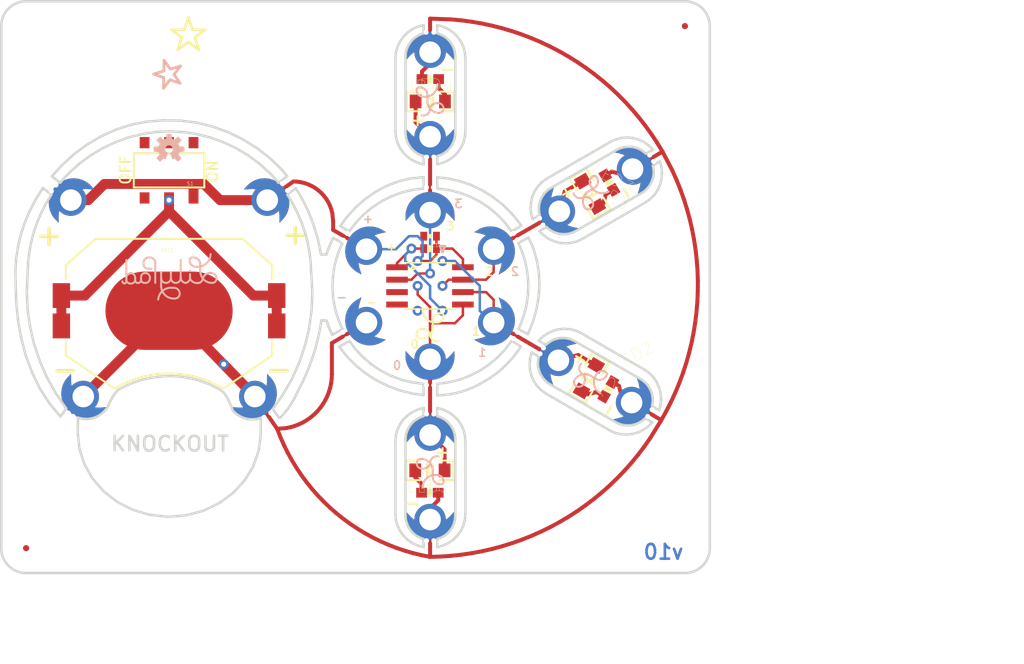
<source format=kicad_pcb>
(kicad_pcb (version 20211014) (generator pcbnew)
  (layers (0 "F.Cu" signal) (1 "In1.Cu" signal) (2 "In2.Cu" signal) (31 "B.Cu" signal) (34 "B.Paste" user) (35 "F.Paste" user) (36 "B.SilkS" user "B.Silkscreen") (37 "F.SilkS" user "F.Silkscreen") (38 "B.Mask" user) (39 "F.Mask" user) (44 "Edge.Cuts" user))
  (net 0 "")
  (net 1 "RESET")
  (net 2 "GND")
  (net 3 "V+")
  (net 4 "2_N$3")
  (net 5 "3_N$1")
  (net 6 "LED3+")
  (net 7 "4_N$1")
  (net 8 "LED4+")
  (net 9 "5_N$1")
  (net 10 "LED2+")
  (net 11 "6_N$1")
  (net 12 "LED1+")
  (footprint "" (layer "F.Cu") (at 155.7561 117.9636)
    (fp_text reference "@HOLE26" hide)
    (fp_text value "")
  )
  (footprint "" (layer "F.Cu") (at 156.5061 78.9636)
    (fp_text reference "@HOLE9" hide)
    (fp_text value "")
  )
  (footprint "" (layer "F.Cu") (at 147.6561 99.5136)
    (fp_text reference "@HOLE14" hide)
    (fp_text value "")
  )
  (footprint "" (layer "F.Cu") (at 178.9561 92.1636)
    (fp_text reference "@HOLE35" hide)
    (fp_text value "")
  )
  (footprint "" (layer "F.Cu") (at 141.5161 87.2236)
    (fp_text reference "@HOLE60" hide)
    (fp_text value "")
  )
  (footprint "boardEagle:LED-1206" (layer "F.Cu") (at 156.1411 86.0306)
    (fp_text reference "LED4")
    (fp_text value "White")
  )
  (footprint "" (layer "F.Cu") (at 141.5161 89.7636)
    (fp_text reference "@HOLE58" hide)
    (fp_text value "")
  )
  (footprint "boardEagle:PETAL-SMALL" (layer "F.Cu") (at 156.1211 89.6366)
    (fp_text reference "UNK4_LED+0" hide)
    (fp_text value "SEWTAP6" hide)
  )
  (footprint "" (layer "F.Cu") (at 141.5161 92.3036)
    (fp_text reference "@HOLE56" hide)
    (fp_text value "")
  )
  (footprint "boardEagle:SO08-EIAJ" (layer "F.Cu") (at 156.1211 104.8766 -90)
    (fp_text reference "U1")
    (fp_text value "ATTINY85")
  )
  (footprint "" (layer "F.Cu") (at 167.3061 97.9636)
    (fp_text reference "@HOLE32" hide)
    (fp_text value "")
  )
  (footprint "" (layer "F.Cu") (at 141.0331 94.4096)
    (fp_text reference "@HOLE4" hide)
    (fp_text value "")
  )
  (footprint "" (layer "F.Cu") (at 155.4861 93.1926)
    (fp_text reference "@HOLE80" hide)
    (fp_text value "")
  )
  (footprint "boardEagle:MICRO-FIDUCIAL" (layer "F.Cu") (at 182.1561 78.3336)
    (fp_text reference "JP2" hide)
    (fp_text value "FIDUCIALUFIDUCIAL" hide)
  )
  (footprint "" (layer "F.Cu") (at 139.6111 122.1486)
    (fp_text reference "@HOLE46" hide)
    (fp_text value "")
  )
  (footprint "" (layer "F.Cu") (at 155.7561 115.0136)
    (fp_text reference "@HOLE18" hide)
    (fp_text value "")
  )
  (footprint "" (layer "F.Cu") (at 183.1721 120.4976)
    (fp_text reference "@HOLE91" hide)
    (fp_text value "")
  )
  (footprint "boardEagle:PETAL-SMALL" (layer "F.Cu") (at 176.710568 116.797585 60)
    (fp_text reference "UNK5_LED-0" hide)
    (fp_text value "SEWTAP6" hide)
  )
  (footprint "" (layer "F.Cu") (at 141.5161 82.1436)
    (fp_text reference "@HOLE64" hide)
    (fp_text value "")
  )
  (footprint "boardEagle:CREATIVE_COMMONS" (layer "F.Cu") (at 133.8961 143.1036)
    (fp_text reference "FRAME1" hide)
    (fp_text value "FRAME-LETTER" hide)
  )
  (footprint "boardEagle:PETAL-SMALL-2SIDE" (layer "F.Cu") (at 162.6173 108.6257 60)
    (fp_text reference "UNK1_U$3" hide)
    (fp_text value "SEWTAP6" hide)
  )
  (footprint "boardEagle:0402-RES" (layer "F.Cu") (at 156.1211 101.0666 180)
    (fp_text reference "R5")
    (fp_text value "10k")
  )
  (footprint "" (layer "F.Cu") (at 139.8561 117.8636)
    (fp_text reference "@HOLE7" hide)
    (fp_text value "")
  )
  (footprint "" (layer "F.Cu") (at 141.5161 91.0336)
    (fp_text reference "@HOLE57" hide)
    (fp_text value "")
  )
  (footprint "" (layer "F.Cu") (at 155.4861 77.6986)
    (fp_text reference "@HOLE71" hide)
    (fp_text value "")
  )
  (footprint "boardEagle:PETAL-SMALL" (layer "F.Cu") (at 156.1211 81.0006 180)
    (fp_text reference "UNK4_LED-0" hide)
    (fp_text value "SEWTAP6" hide)
  )
  (footprint "boardEagle:LOGO-L" (layer "F.Cu") (at 156.1211 108.9406)
    (fp_text reference "TINY_LOGO0" hide)
    (fp_text value "LOGO-LPL" hide)
  )
  (footprint "" (layer "F.Cu") (at 141.5161 84.6836)
    (fp_text reference "@HOLE62" hide)
    (fp_text value "")
  )
  (footprint "" (layer "F.Cu") (at 164.6561 99.5136)
    (fp_text reference "@HOLE30" hide)
    (fp_text value "")
  )
  (footprint "" (layer "F.Cu") (at 113.5761 118.9736)
    (fp_text reference "@HOLE40" hide)
    (fp_text value "")
  )
  (footprint "" (layer "F.Cu") (at 141.5161 77.0636)
    (fp_text reference "@HOLE68" hide)
    (fp_text value "")
  )
  (footprint "" (layer "F.Cu") (at 139.6111 131.0386)
    (fp_text reference "@HOLE53" hide)
    (fp_text value "")
  )
  (footprint "boardEagle:PETAL-SMALL-2SIDE" (layer "F.Cu") (at 120.6881 116.1796 -43)
    (fp_text reference "B1-0" hide)
    (fp_text value "SEWTAP6" hide)
  )
  (footprint "" (layer "F.Cu") (at 181.1401 119.3546)
    (fp_text reference "@HOLE88" hide)
    (fp_text value "")
  )
  (footprint "" (layer "F.Cu") (at 118.6561 118.9736)
    (fp_text reference "@HOLE36" hide)
    (fp_text value "")
  )
  (footprint "" (layer "F.Cu") (at 141.5161 83.4136)
    (fp_text reference "@HOLE63" hide)
    (fp_text value "")
  )
  (footprint "" (layer "F.Cu") (at 119.6561 118.2136)
    (fp_text reference "@HOLE1" hide)
    (fp_text value "")
  )
  (footprint "" (layer "F.Cu") (at 139.1561 118.3136)
    (fp_text reference "@HOLE6" hide)
    (fp_text value "")
  )
  (footprint "" (layer "F.Cu") (at 178.3561 118.2136)
    (fp_text reference "@HOLE25" hide)
    (fp_text value "")
  )
  (footprint "boardEagle:PETAL-SMALL-2SIDE" (layer "F.Cu") (at 119.4181 96.1136 -137)
    (fp_text reference "B1+0" hide)
    (fp_text value "SEWTAP6" hide)
  )
  (footprint "" (layer "F.Cu") (at 139.6111 123.4186)
    (fp_text reference "@HOLE47" hide)
    (fp_text value "")
  )
  (footprint "boardEagle:LED-1206" (layer "F.Cu") (at 172.344459 114.299907 -120)
    (fp_text reference "LED2")
    (fp_text value "White")
  )
  (footprint "boardEagle:LED-1206" (layer "F.Cu") (at 172.461987 95.470919 -60)
    (fp_text reference "LED3")
    (fp_text value "White")
  )
  (footprint "" (layer "F.Cu") (at 139.6111 133.5786)
    (fp_text reference "@HOLE55" hide)
    (fp_text value "")
  )
  (footprint "" (layer "F.Cu") (at 139.6111 132.3086)
    (fp_text reference "@HOLE54" hide)
    (fp_text value "")
  )
  (footprint "" (layer "F.Cu") (at 117.9061 94.5636)
    (fp_text reference "@HOLE2" hide)
    (fp_text value "")
  )
  (footprint "" (layer "F.Cu") (at 182.1561 89.8906)
    (fp_text reference "@HOLE84" hide)
    (fp_text value "")
  )
  (footprint "boardEagle:PETAL-SMALL-2SIDE" (layer "F.Cu") (at 149.6236 101.1251 -120)
    (fp_text reference "UNK1_U$5" hide)
    (fp_text value "SEWTAP6" hide)
  )
  (footprint "" (layer "F.Cu") (at 155.7061 78.9636)
    (fp_text reference "@HOLE8" hide)
    (fp_text value "")
  )
  (footprint "" (layer "F.Cu") (at 167.6561 98.6636)
    (fp_text reference "@HOLE33" hide)
    (fp_text value "")
  )
  (footprint "boardEagle:PETAL-SMALL" (layer "F.Cu") (at 169.3291 97.2566 -60)
    (fp_text reference "UNK3_LED+0" hide)
    (fp_text value "SEWTAP6" hide)
  )
  (footprint "" (layer "F.Cu") (at 147.6061 110.2636)
    (fp_text reference "@HOLE17" hide)
    (fp_text value "")
  )
  (footprint "boardEagle:PETAL-SMALL-2SIDE" (layer "F.Cu") (at 162.6151 101.1231 120)
    (fp_text reference "UNK1_U$4" hide)
    (fp_text value "SEWTAP6" hide)
  )
  (footprint "" (layer "F.Cu") (at 167.7061 111.2136)
    (fp_text reference "@HOLE22" hide)
    (fp_text value "")
  )
  (footprint "boardEagle:PETAL-SMALL" (layer "F.Cu") (at 156.1211 120.1166 180)
    (fp_text reference "UNK6_LED+0" hide)
    (fp_text value "SEWTAP6" hide)
  )
  (footprint "" (layer "F.Cu") (at 139.6111 128.4986)
    (fp_text reference "@HOLE51" hide)
    (fp_text value "")
  )
  (footprint "" (layer "F.Cu") (at 147.2061 109.6136)
    (fp_text reference "@HOLE16" hide)
    (fp_text value "")
  )
  (footprint "" (layer "F.Cu") (at 155.4861 133.1976)
    (fp_text reference "@HOLE73" hide)
    (fp_text value "")
  )
  (footprint "" (layer "F.Cu") (at 119.1561 117.8636)
    (fp_text reference "@HOLE0" hide)
    (fp_text value "")
  )
  (footprint "" (layer "F.Cu") (at 117.4291 95.1906)
    (fp_text reference "@HOLE3" hide)
    (fp_text value "")
  )
  (footprint "" (layer "F.Cu") (at 183.9341 120.8786)
    (fp_text reference "@HOLE92" hide)
    (fp_text value "")
  )
  (footprint "" (layer "F.Cu") (at 180.3781 90.9066)
    (fp_text reference "@HOLE82" hide)
    (fp_text value "")
  )
  (footprint "" (layer "F.Cu") (at 147.2561 100.2136)
    (fp_text reference "@HOLE15" hide)
    (fp_text value "")
  )
  (footprint "" (layer "F.Cu") (at 156.5061 130.9136)
    (fp_text reference "@HOLE29" hide)
    (fp_text value "")
  )
  (footprint "" (layer "F.Cu") (at 166.0271 98.2726)
    (fp_text reference "@HOLE79" hide)
    (fp_text value "")
  )
  (footprint "" (layer "F.Cu") (at 114.8461 118.9736)
    (fp_text reference "@HOLE39" hide)
    (fp_text value "")
  )
  (footprint "" (layer "F.Cu") (at 182.4101 120.1166)
    (fp_text reference "@HOLE90" hide)
    (fp_text value "")
  )
  (footprint "" (layer "F.Cu") (at 141.5161 79.6036)
    (fp_text reference "@HOLE66" hide)
    (fp_text value "")
  )
  (footprint "" (layer "F.Cu") (at 183.0451 89.3826)
    (fp_text reference "@HOLE85" hide)
    (fp_text value "")
  )
  (footprint "" (layer "F.Cu") (at 166.6621 110.2106)
    (fp_text reference "@HOLE77" hide)
    (fp_text value "")
  )
  (footprint "" (layer "F.Cu") (at 183.9341 88.8746)
    (fp_text reference "@HOLE86" hide)
    (fp_text value "")
  )
  (footprint "" (layer "F.Cu") (at 155.4861 77.0636)
    (fp_text reference "@HOLE70" hide)
    (fp_text value "")
  )
  (footprint "" (layer "F.Cu") (at 139.6111 125.9586)
    (fp_text reference "@HOLE49" hide)
    (fp_text value "")
  )
  (footprint "boardEagle:0603-RES" (layer "F.Cu") (at 156.1411 83.7446 180)
    (fp_text reference "R4")
    (fp_text value "100")
  )
  (footprint "boardEagle:0603-RES" (layer "F.Cu") (at 174.441718 94.327919 120)
    (fp_text reference "R3")
    (fp_text value "100")
  )
  (footprint "boardEagle:LED-1206" (layer "F.Cu") (at 156.1011 123.7226 180)
    (fp_text reference "LED1")
    (fp_text value "White")
  )
  (footprint "boardEagle:PETAL-SMALL-2SIDE" (layer "F.Cu") (at 156.1177 112.3786)
    (fp_text reference "UNK1_U$7" hide)
    (fp_text value "SEWTAP6" hide)
  )
  (footprint "" (layer "F.Cu") (at 113.5761 94.8436)
    (fp_text reference "@HOLE43" hide)
    (fp_text value "")
  )
  (footprint "boardEagle:PETAL-SMALL-2SIDE" (layer "F.Cu") (at 149.6235 108.628 -60)
    (fp_text reference "UNK1_U$2" hide)
    (fp_text value "SEWTAP6" hide)
  )
  (footprint "" (layer "F.Cu") (at 180.5051 118.9736)
    (fp_text reference "@HOLE87" hide)
    (fp_text value "")
  )
  (footprint "" (layer "F.Cu") (at 165.0561 100.1636)
    (fp_text reference "@HOLE31" hide)
    (fp_text value "")
  )
  (footprint "" (layer "F.Cu") (at 164.6561 110.2636)
    (fp_text reference "@HOLE20" hide)
    (fp_text value "")
  )
  (footprint "" (layer "F.Cu") (at 156.5061 117.9636)
    (fp_text reference "@HOLE27" hide)
    (fp_text value "")
  )
  (footprint "" (layer "F.Cu") (at 141.5161 80.8736)
    (fp_text reference "@HOLE65" hide)
    (fp_text value "")
  )
  (footprint "" (layer "F.Cu") (at 141.5161 85.9536)
    (fp_text reference "@HOLE61" hide)
    (fp_text value "")
  )
  (footprint "" (layer "F.Cu") (at 156.5061 91.7136)
    (fp_text reference "@HOLE11" hide)
    (fp_text value "")
  )
  (footprint "" (layer "F.Cu") (at 141.5161 78.3336)
    (fp_text reference "@HOLE67" hide)
    (fp_text value "")
  )
  (footprint "" (layer "F.Cu") (at 141.5601 95.1366)
    (fp_text reference "@HOLE5" hide)
    (fp_text value "")
  )
  (footprint "boardEagle:MICRO-FIDUCIAL" (layer "F.Cu") (at 114.8461 131.6736)
    (fp_text reference "JP1" hide)
    (fp_text value "FIDUCIALUFIDUCIAL" hide)
  )
  (footprint "boardEagle:PETAL-SMALL-2SIDE" (layer "F.Cu") (at 139.4841 96.1136 137)
    (fp_text reference "B2+0" hide)
    (fp_text value "SEWTAP6" hide)
  )
  (footprint "" (layer "F.Cu") (at 117.3861 118.9736)
    (fp_text reference "@HOLE37" hide)
    (fp_text value "")
  )
  (footprint "boardEagle:PETAL-SMALL" (layer "F.Cu") (at 156.1211 128.7526)
    (fp_text reference "UNK6_LED-0" hide)
    (fp_text value "SEWTAP6" hide)
  )
  (footprint "" (layer "F.Cu") (at 155.3591 116.5606)
    (fp_text reference "@HOLE75" hide)
    (fp_text value "")
  )
  (footprint "boardEagle:PETAL-SMALL" (layer "F.Cu") (at 169.231571 112.479588 -120)
    (fp_text reference "UNK5_LED+0" hide)
    (fp_text value "SEWTAP6" hide)
  )
  (footprint "" (layer "F.Cu") (at 141.5161 88.4936)
    (fp_text reference "@HOLE59" hide)
    (fp_text value "")
  )
  (footprint "" (layer "F.Cu") (at 178.8061 117.5136)
    (fp_text reference "@HOLE24" hide)
    (fp_text value "")
  )
  (footprint "" (layer "F.Cu") (at 155.4861 76.3016)
    (fp_text reference "@HOLE69" hide)
    (fp_text value "")
  )
  (footprint "" (layer "F.Cu") (at 139.6111 124.6886)
    (fp_text reference "@HOLE48" hide)
    (fp_text value "")
  )
  (footprint "boardEagle:AYZ0202" (layer "F.Cu") (at 129.4511 93.0656 180)
    (fp_text reference "S1")
    (fp_text value "")
  )
  (footprint "" (layer "F.Cu") (at 155.7561 91.7136)
    (fp_text reference "@HOLE10" hide)
    (fp_text value "")
  )
  (footprint "boardEagle:0603-RES" (layer "F.Cu") (at 174.324193 115.442904 60)
    (fp_text reference "R2")
    (fp_text value "100")
  )
  (footprint "boardEagle:0402-CAP" (layer "F.Cu") (at 156.1211 99.7966 180)
    (fp_text reference "C1")
    (fp_text value "0.1uF")
  )
  (footprint "" (layer "F.Cu") (at 181.2671 90.3986)
    (fp_text reference "@HOLE83" hide)
    (fp_text value "")
  )
  (footprint "" (layer "F.Cu") (at 139.6111 120.8786)
    (fp_text reference "@HOLE45" hide)
    (fp_text value "")
  )
  (footprint "" (layer "F.Cu") (at 116.1161 118.9736)
    (fp_text reference "@HOLE38" hide)
    (fp_text value "")
  )
  (footprint "boardEagle:0603-RES" (layer "F.Cu") (at 156.1011 126.0086)
    (fp_text reference "R1")
    (fp_text value "100")
  )
  (footprint "" (layer "F.Cu") (at 155.4861 133.8326)
    (fp_text reference "@HOLE72" hide)
    (fp_text value "")
  )
  (footprint "" (layer "F.Cu") (at 156.7561 116.5606)
    (fp_text reference "@HOLE74" hide)
    (fp_text value "")
  )
  (footprint "" (layer "F.Cu") (at 166.6621 99.6696)
    (fp_text reference "@HOLE78" hide)
    (fp_text value "")
  )
  (footprint "" (layer "F.Cu") (at 178.5561 91.5136)
    (fp_text reference "@HOLE34" hide)
    (fp_text value "")
  )
  (footprint "boardEagle:PETAL-SMALL" (layer "F.Cu") (at 176.808093 92.9386 120)
    (fp_text reference "UNK3_LED-0" hide)
    (fp_text value "SEWTAP6" hide)
  )
  (footprint "" (layer "F.Cu") (at 165.0561 109.6136)
    (fp_text reference "@HOLE21" hide)
    (fp_text value "")
  )
  (footprint "boardEagle:PETAL-SMALL-2SIDE" (layer "F.Cu") (at 138.2141 116.1796 43)
    (fp_text reference "B2-0" hide)
    (fp_text value "SEWTAP6" hide)
  )
  (footprint "boardEagle:BATTCON_20MM_4LEGS" (layer "F.Cu") (at 129.4511 107.4166)
    (fp_text reference "BAT1")
    (fp_text value "")
  )
  (footprint "" (layer "F.Cu") (at 155.7561 94.8136)
    (fp_text reference "@HOLE12" hide)
    (fp_text value "")
  )
  (footprint "" (layer "F.Cu") (at 156.4561 94.8136)
    (fp_text reference "@HOLE13" hide)
    (fp_text value "")
  )
  (footprint "" (layer "F.Cu") (at 139.6111 127.2286)
    (fp_text reference "@HOLE50" hide)
    (fp_text value "")
  )
  (footprint "" (layer "F.Cu") (at 167.3561 111.8136)
    (fp_text reference "@HOLE23" hide)
    (fp_text value "")
  )
  (footprint "" (layer "F.Cu") (at 139.6111 129.7686)
    (fp_text reference "@HOLE52" hide)
    (fp_text value "")
  )
  (footprint "" (layer "F.Cu") (at 114.8461 94.8436)
    (fp_text reference "@HOLE42" hide)
    (fp_text value "")
  )
  (footprint "boardEagle:PETAL-SMALL-2SIDE" (layer "F.Cu") (at 156.1211 97.3836 180)
    (fp_text reference "UNK1_U$6" hide)
    (fp_text value "SEWTAP6" hide)
  )
  (footprint "" (layer "F.Cu") (at 155.7561 130.9136)
    (fp_text reference "@HOLE28" hide)
    (fp_text value "")
  )
  (footprint "" (layer "F.Cu") (at 156.7561 93.1926)
    (fp_text reference "@HOLE81" hide)
    (fp_text value "")
  )
  (footprint "" (layer "F.Cu") (at 139.6111 119.6086)
    (fp_text reference "@HOLE44" hide)
    (fp_text value "")
  )
  (footprint "" (layer "F.Cu") (at 181.7751 119.6086)
    (fp_text reference "@HOLE89" hide)
    (fp_text value "")
  )
  (footprint "" (layer "F.Cu") (at 116.1161 94.8436)
    (fp_text reference "@HOLE41" hide)
    (fp_text value "")
  )
  (footprint "" (layer "F.Cu") (at 156.5061 115.0136)
    (fp_text reference "@HOLE19" hide)
    (fp_text value "")
  )
  (footprint "" (layer "F.Cu") (at 165.9001 111.4806)
    (fp_text reference "@HOLE76" hide)
    (fp_text value "")
  )
  (footprint "boardEagle:LOGO-LILYPAD" (layer "B.Cu") (at 129.4511 103.6066 180)
    (fp_text reference "BATT_LOGO0" hide)
    (fp_text value "LOGO-LPLP" hide)
  )
  (footprint "boardEagle:LOGO-L" (layer "B.Cu") (at 172.487134 114.359188 60)
    (fp_text reference "LED2_LOGO0" hide)
    (fp_text value "LOGO-LPL" hide)
  )
  (footprint "boardEagle:LOGO-L" (layer "B.Cu") (at 156.1211 123.8758)
    (fp_text reference "LED1_LOGO0" hide)
    (fp_text value "LOGO-LPL" hide)
  )
  (footprint "boardEagle:OSHW-LOGO-S" (layer "B.Cu") (at 129.4511 90.9066 180)
    (fp_text reference "BATT_OHS0" hide)
    (fp_text value "OSHW-LOGOS" hide)
  )
  (footprint "boardEagle:LOGO-L" (layer "B.Cu") (at 172.584662 95.376997 120)
    (fp_text reference "LED3_LOGO0" hide)
    (fp_text value "LOGO-LPL" hide)
  )
  (footprint "boardEagle:LOGO-L" (layer "B.Cu") (at 156.1211 85.8774 180)
    (fp_text reference "LED4_LOGO0" hide)
    (fp_text value "LOGO-LPL" hide)
  )
  (gr_line (start 128.9451 81.8276) (end 129.5751 82.7276) (layer "B.SilkS") (width 0.282))
  (gr_line (start 130.5851 84.1776) (end 129.5451 83.8176) (layer "B.SilkS") (width 0.282))
  (gr_line (start 127.8751 83.2376) (end 128.9251 82.9176) (layer "B.SilkS") (width 0.282))
  (gr_line (start 129.5451 83.8176) (end 128.8851 84.6976) (layer "B.SilkS") (width 0.282))
  (gr_line (start 129.9551 83.2776) (end 130.5851 84.1776) (layer "B.SilkS") (width 0.282))
  (gr_line (start 129.5751 82.7276) (end 130.6251 82.4076) (layer "B.SilkS") (width 0.282))
  (gr_line (start 157.1371 100.8126) (end 157.6451 100.8126) (layer "B.SilkS") (width 0.254))
  (gr_line (start 157.6451 100.8126) (end 157.3911 101.4476) (layer "B.SilkS") (width 0.254))
  (gr_line (start 128.9251 82.9176) (end 128.9451 81.8276) (layer "B.SilkS") (width 0.282))
  (gr_line (start 157.3911 101.4476) (end 157.1371 100.8126) (layer "B.SilkS") (width 0.254))
  (gr_line (start 128.8851 84.6976) (end 128.9051 83.5976) (layer "B.SilkS") (width 0.282))
  (gr_line (start 130.6251 82.4076) (end 129.9551 83.2776) (layer "B.SilkS") (width 0.282))
  (gr_line (start 128.9051 83.5976) (end 127.8751 83.2376) (layer "B.SilkS") (width 0.282))
  (gr_line (start 131.8361 78.7036) (end 133.1661 78.7036) (layer "F.SilkS") (width 0.282))
  (gr_line (start 131.4261 79.9736) (end 130.3461 80.7536) (layer "F.SilkS") (width 0.282))
  (gr_line (start 130.7561 79.4836) (end 129.6861 78.7036) (layer "F.SilkS") (width 0.282))
  (gr_line (start 131.4261 77.4436) (end 131.8361 78.7036) (layer "F.SilkS") (width 0.282))
  (gr_line (start 132.4961 80.7536) (end 131.4261 79.9736) (layer "F.SilkS") (width 0.282))
  (gr_line (start 130.3461 80.7536) (end 130.7561 79.4836) (layer "F.SilkS") (width 0.282))
  (gr_line (start 129.6861 78.7036) (end 131.0161 78.7036) (layer "F.SilkS") (width 0.282))
  (gr_line (start 131.0161 78.7036) (end 131.4261 77.4436) (layer "F.SilkS") (width 0.282))
  (gr_line (start 133.1661 78.7036) (end 132.0861 79.4836) (layer "F.SilkS") (width 0.282))
  (gr_line (start 132.0861 79.4836) (end 132.4961 80.7536) (layer "F.SilkS") (width 0.282))
  (gr_line (start 147.7421 99.2406) (end 147.8621 99.3106) (layer "Edge.Cuts") (width 0.254))
  (gr_line (start 173.7421 90.6306) (end 172.9221 91.1006) (layer "Edge.Cuts") (width 0.254))
  (gr_line (start 164.9521 99.0206) (end 165.0721 98.9506) (layer "Edge.Cuts") (width 0.254))
  (gr_line (start 165.0421 111.6006) (end 165.4021 111.0606) (layer "Edge.Cuts") (width 0.254))
  (gr_line (start 184.6961 78.3336) (end 184.6961 131.6736) (layer "Edge.Cuts") (width 0.254))
  (gr_arc (start 184.6961 131.6736) (mid 183.952151 133.469651) (end 182.1561 134.2136) (layer "Edge.Cuts") (width 0.254))
  (gr_line (start 177.4321 89.9306) (end 177.9721 90.1806) (layer "Edge.Cuts") (width 0.254))
  (gr_line (start 157.0021 118.2406) (end 157.1521 118.2906) (layer "Edge.Cuts") (width 0.254))
  (gr_line (start 119.8221 91.3606) (end 119.6621 91.4906) (layer "Edge.Cuts") (width 0.254))
  (gr_line (start 153.1121 115.5706) (end 154.1921 115.8506) (layer "Edge.Cuts") (width 0.254))
  (gr_line (start 168.3221 114.9006) (end 169.1721 115.3906) (layer "Edge.Cuts") (width 0.254))
  (gr_line (start 141.9221 114.5206) (end 141.1121 115.9306) (layer "Edge.Cuts") (width 0.254))
  (gr_line (start 177.1821 118.9806) (end 177.3221 118.9206) (layer "Edge.Cuts") (width 0.254))
  (gr_line (start 162.4721 95.7506) (end 161.5521 95.1806) (layer "Edge.Cuts") (width 0.254))
  (gr_line (start 175.6121 112.0406) (end 176.4221 112.5106) (layer "Edge.Cuts") (width 0.254))
  (gr_line (start 146.9421 111.2206) (end 147.6321 112.0906) (layer "Edge.Cuts") (width 0.254))
  (gr_line (start 144.0321 98.1406) (end 143.6921 97.3006) (layer "Edge.Cuts") (width 0.254))
  (gr_line (start 167.1921 106.1306) (end 167.2121 105.9706) (layer "Edge.Cuts") (width 0.254))
  (gr_line (start 170.8621 110.5006) (end 170.6421 110.3906) (layer "Edge.Cuts") (width 0.254))
  (gr_line (start 115.2621 109.1006) (end 115.2221 108.8806) (layer "Edge.Cuts") (width 0.254))
  (gr_line (start 119.3321 93.2506) (end 120.2521 92.4206) (layer "Edge.Cuts") (width 0.254))
  (gr_line (start 169.1721 115.3906) (end 170.0321 115.8806) (layer "Edge.Cuts") (width 0.254))
  (gr_line (start 155.0221 91.4506) (end 155.1621 91.5106) (layer "Edge.Cuts") (width 0.254))
  (gr_line (start 170.5121 100.4906) (end 171.0921 100.3406) (layer "Edge.Cuts") (width 0.254))
  (gr_line (start 178.2421 114.9006) (end 178.0721 114.7306) (layer "Edge.Cuts") (width 0.254))
  (gr_line (start 134.1421 115.2106) (end 134.2121 115.2406) (layer "Edge.Cuts") (width 0.254))
  (gr_line (start 116.3921 97.4206) (end 116.4521 97.2906) (layer "Edge.Cuts") (width 0.254))
  (gr_line (start 167.9821 115.8906) (end 167.4721 115.5306) (layer "Edge.Cuts") (width 0.254))
  (gr_line (start 143.3021 111.0806) (end 142.7821 112.6206) (layer "Edge.Cuts") (width 0.254))
  (gr_line (start 176.9321 95.8506) (end 176.0721 96.3406) (layer "Edge.Cuts") (width 0.254))
  (gr_line (start 172.1121 91.5706) (end 171.3021 92.0306) (layer "Edge.Cuts") (width 0.254))
  (gr_line (start 158.4821 130.8106) (end 158.9021 130.4006) (layer "Edge.Cuts") (width 0.254))
  (gr_line (start 168.6821 109.4706) (end 169.2521 109.3106) (layer "Edge.Cuts") (width 0.254))
  (gr_line (start 115.0021 103.6306) (end 115.0021 103.5006) (layer "Edge.Cuts") (width 0.254))
  (gr_line (start 143.6221 100.5006) (end 143.7921 101.4006) (layer "Edge.Cuts") (width 0.254))
  (gr_line (start 158.6921 81.4106) (end 158.6721 81.1606) (layer "Edge.Cuts") (width 0.254))
  (gr_line (start 175.9221 90.7106) (end 175.6921 90.7706) (layer "Edge.Cuts") (width 0.254))
  (gr_arc (start 112.3061 78.3336) (mid 113.050049 76.537549) (end 114.8461 75.7936) (layer "Edge.Cuts") (width 0.254))
  (gr_line (start 158.0221 95.0806) (end 158.1721 95.1006) (layer "Edge.Cuts") (width 0.254))
  (gr_line (start 160.0821 114.1006) (end 159.1421 114.4506) (layer "Edge.Cuts") (width 0.254))
  (gr_line (start 176.8921 90.7006) (end 176.6521 90.6706) (layer "Edge.Cuts") (width 0.254))
  (gr_line (start 136.0821 125.9406) (end 135.9221 126.0806) (layer "Edge.Cuts") (width 0.254))
  (gr_line (start 141.5221 93.6706) (end 141.4621 93.5906) (layer "Edge.Cuts") (width 0.254))
  (gr_line (start 115.2221 108.8806) (end 115.0021 107.2906) (layer "Edge.Cuts") (width 0.254))
  (gr_line (start 169.4521 110.2106) (end 169.2121 110.2406) (layer "Edge.Cuts") (width 0.254))
  (gr_line (start 157.0021 79.1206) (end 156.8621 79.0806) (layer "Edge.Cuts") (width 0.254))
  (gr_line (start 138.3121 90.7206) (end 137.0621 89.9506) (layer "Edge.Cuts") (width 0.254))
  (gr_line (start 115.6821 110.8806) (end 115.6221 110.6606) (layer "Edge.Cuts") (width 0.254))
  (gr_line (start 158.3721 129.5606) (end 158.2421 129.7606) (layer "Edge.Cuts") (width 0.254))
  (gr_line (start 157.2921 79.2406) (end 157.1521 79.1806) (layer "Edge.Cuts") (width 0.254))
  (gr_line (start 143.9621 103.5006) (end 143.9921 103.7306) (layer "Edge.Cuts") (width 0.254))
  (gr_line (start 141.5621 117.4706) (end 141.8021 117.1206) (layer "Edge.Cuts") (width 0.254))
  (gr_line (start 167.7421 99.0106) (end 167.6521 99.0706) (layer "Edge.Cuts") (width 0.254))
  (gr_line (start 170.9821 93.4206) (end 170.1221 93.9106) (layer "Edge.Cuts") (width 0.254))
  (gr_line (start 157.8821 114.7506) (end 156.8621 114.8806) (layer "Edge.Cuts") (width 0.254))
  (gr_line (start 167.6521 99.0706) (end 167.5621 99.1206) (layer "Edge.Cuts") (width 0.254))
  (gr_line (start 138.8221 118.3506) (end 138.8221 120.0806) (layer "Edge.Cuts") (width 0.254))
  (gr_line (start 150.9721 113.4606) (end 150.1621 112.9106) (layer "Edge.Cuts") (width 0.254))
  (gr_line (start 116.9521 96.3506) (end 117.4421 95.5506) (layer "Edge.Cuts") (width 0.254))
  (gr_line (start 176.7921 119.0906) (end 177.0321 119.0306) (layer "Edge.Cuts") (width 0.254))
  (gr_line (start 148.5321 113.0006) (end 148.6521 113.1006) (layer "Edge.Cuts") (width 0.254))
  (gr_line (start 131.1321 128.3206) (end 129.4721 128.4606) (layer "Edge.Cuts") (width 0.254))
  (gr_line (start 113.8421 102.0406) (end 113.8221 102.2006) (layer "Edge.Cuts") (width 0.254))
  (gr_line (start 150.1621 112.9106) (end 150.0521 112.8206) (layer "Edge.Cuts") (width 0.254))
  (gr_line (start 152.9221 94.1906) (end 152.7721 94.2406) (layer "Edge.Cuts") (width 0.254))
  (gr_line (start 133.6721 114.9706) (end 133.7421 115.0106) (layer "Edge.Cuts") (width 0.254))
  (gr_line (start 148.4421 111.2706) (end 147.8621 110.4906) (layer "Edge.Cuts") (width 0.254))
  (gr_line (start 158.5721 119.8106) (end 158.6321 120.0406) (layer "Edge.Cuts") (width 0.254))
  (gr_line (start 138.6221 92.3406) (end 138.7521 92.4506) (layer "Edge.Cuts") (width 0.254))
  (gr_line (start 153.8321 119.5806) (end 153.7421 119.8106) (layer "Edge.Cuts") (width 0.254))
  (gr_line (start 117.9121 115.8906) (end 117.7921 115.6906) (layer "Edge.Cuts") (width 0.254))
  (gr_line (start 118.3621 118.2306) (end 118.4321 118.1206) (layer "Edge.Cuts") (width 0.254))
  (gr_line (start 114.3021 99.6706) (end 114.0421 100.7606) (layer "Edge.Cuts") (width 0.254))
  (gr_line (start 163.5721 96.6106) (end 163.4621 96.5106) (layer "Edge.Cuts") (width 0.254))
  (gr_line (start 152.8021 80.4206) (end 153.0621 79.8806) (layer "Edge.Cuts") (width 0.254))
  (gr_line (start 179.2721 114.7006) (end 179.5121 115.2406) (layer "Edge.Cuts") (width 0.254))
  (gr_line (start 118.4321 94.2206) (end 118.5421 94.0906) (layer "Edge.Cuts") (width 0.254))
  (gr_line (start 120.3921 92.3106) (end 121.3921 91.5706) (layer "Edge.Cuts") (width 0.254))
  (gr_line (start 155.3021 79.1206) (end 155.0221 79.2406) (layer "Edge.Cuts") (width 0.254))
  (gr_line (start 165.9121 100.0706) (end 165.7821 100.1406) (layer "Edge.Cuts") (width 0.254))
  (gr_line (start 178.6221 94.4906) (end 178.4921 94.7006) (layer "Edge.Cuts") (width 0.254))
  (gr_line (start 158.4821 90.2206) (end 158.5721 90.0006) (layer "Edge.Cuts") (width 0.254))
  (gr_line (start 170.1821 110.2506) (end 169.9421 110.2106) (layer "Edge.Cuts") (width 0.254))
  (gr_line (start 121.5921 124.4906) (end 120.8621 123.2006) (layer "Edge.Cuts") (width 0.254))
  (gr_line (start 165.2021 98.8806) (end 165.3221 98.8106) (layer "Edge.Cuts") (width 0.254))
  (gr_line (start 167.7121 95.5506) (end 167.5821 95.7506) (layer "Edge.Cuts") (width 0.254))
  (gr_line (start 124.6121 115.3006) (end 124.7121 115.2506) (layer "Edge.Cuts") (width 0.254))
  (gr_line (start 148.6321 98.3106) (end 149.3121 97.6106) (layer "Edge.Cuts") (width 0.254))
  (gr_line (start 156.8621 91.6106) (end 157.0021 91.5606) (layer "Edge.Cuts") (width 0.254))
  (gr_line (start 174.5521 90.1606) (end 173.7421 90.6306) (layer "Edge.Cuts") (width 0.254))
  (gr_line (start 145.1521 108.4106) (end 145.2821 108.4106) (layer "Edge.Cuts") (width 0.254))
  (gr_line (start 136.3921 118.0006) (end 136.6321 118.1506) (layer "Edge.Cuts") (width 0.254))
  (gr_line (start 116.8821 96.4606) (end 116.9521 96.3506) (layer "Edge.Cuts") (width 0.254))
  (gr_line (start 170.4221 109.3006) (end 171.0021 109.4406) (layer "Edge.Cuts") (width 0.254))
  (gr_line (start 176.0721 96.3406) (end 173.5221 97.8106) (layer "Edge.Cuts") (width 0.254))
  (gr_line (start 157.5621 79.3906) (end 157.4321 79.3106) (layer "Edge.Cuts") (width 0.254))
  (gr_line (start 113.8221 102.2006) (end 113.7521 103.3306) (layer "Edge.Cuts") (width 0.254))
  (gr_line (start 174.5521 90.1606) (end 175.1121 89.9006) (layer "Edge.Cuts") (width 0.254))
  (gr_line (start 158.6721 120.2806) (end 158.6921 120.5206) (layer "Edge.Cuts") (width 0.254))
  (gr_line (start 163.0021 97.6106) (end 163.1021 97.7106) (layer "Edge.Cuts") (width 0.254))
  (gr_line (start 158.9021 130.4006) (end 159.2521 129.9206) (layer "Edge.Cuts") (width 0.254))
  (gr_line (start 146.4721 100.1006) (end 146.3521 100.0306) (layer "Edge.Cuts") (width 0.254))
  (gr_line (start 146.5821 100.1706) (end 146.4721 100.1006) (layer "Edge.Cuts") (width 0.254))
  (gr_line (start 117.0121 114.2906) (end 116.9121 114.0906) (layer "Edge.Cuts") (width 0.254))
  (gr_line (start 178.0721 114.7306) (end 177.8821 114.5706) (layer "Edge.Cuts") (width 0.254))
  (gr_line (start 133.7921 89.7606) (end 134.9621 90.1806) (layer "Edge.Cuts") (width 0.254))
  (gr_line (start 154.3121 117.7706) (end 154.8621 117.5106) (layer "Edge.Cuts") (width 0.254))
  (gr_line (start 129.4721 128.4606) (end 129.2321 128.4506) (layer "Edge.Cuts") (width 0.254))
  (gr_line (start 125.2221 89.7406) (end 125.3921 89.6906) (layer "Edge.Cuts") (width 0.254))
  (gr_line (start 167.2521 96.7306) (end 167.2421 96.8806) (layer "Edge.Cuts") (width 0.254))
  (gr_line (start 167.1921 112.2606) (end 167.1521 112.5806) (layer "Edge.Cuts") (width 0.254))
  (gr_line (start 176.5521 119.1206) (end 176.7921 119.0906) (layer "Edge.Cuts") (width 0.254))
  (gr_line (start 131.5021 114.2906) (end 131.7921 114.3506) (layer "Edge.Cuts") (width 0.254))
  (gr_line (start 155.3021 114.8706) (end 154.2821 114.7306) (layer "Edge.Cuts") (width 0.254))
  (gr_line (start 179.0521 95.5606) (end 179.3821 95.0706) (layer "Edge.Cuts") (width 0.254))
  (gr_line (start 146.1321 100.1706) (end 145.9321 100.5906) (layer "Edge.Cuts") (width 0.254))
  (gr_line (start 168.6921 110.4006) (end 168.5621 110.4606) (layer "Edge.Cuts") (width 0.254))
  (gr_line (start 156.8621 130.7206) (end 156.8521 130.8306) (layer "Edge.Cuts") (width 0.254))
  (gr_line (start 166.1721 109.6706) (end 166.6521 108.4706) (layer "Edge.Cuts") (width 0.254))
  (gr_line (start 141.0221 118.1206) (end 141.3021 117.8006) (layer "Edge.Cuts") (width 0.254))
  (gr_line (start 176.2821 89.7106) (end 176.8621 89.7706) (layer "Edge.Cuts") (width 0.254))
  (gr_line (start 160.3021 94.5706) (end 159.2821 94.2106) (layer "Edge.Cuts") (width 0.254))
  (gr_line (start 158.6321 120.0406) (end 158.6721 120.2806) (layer "Edge.Cuts") (width 0.254))
  (gr_line (start 141.2721 93.3606) (end 141.2021 93.2806) (layer "Edge.Cuts") (width 0.254))
  (gr_line (start 148.6521 113.1006) (end 149.5221 113.8006) (layer "Edge.Cuts") (width 0.254))
  (gr_line (start 165.4021 111.0606) (end 165.0421 110.8506) (layer "Edge.Cuts") (width 0.254))
  (gr_line (start 145.0421 101.6706) (end 144.9721 101.6606) (layer "Edge.Cuts") (width 0.254))
  (gr_line (start 140.3021 117.8106) (end 140.3821 117.9306) (layer "Edge.Cuts") (width 0.254))
  (gr_line (start 167.3721 99.2306) (end 167.2821 99.2806) (layer "Edge.Cuts") (width 0.254))
  (gr_line (start 163.0021 112.1906) (end 162.9021 112.2806) (layer "Edge.Cuts") (width 0.254))
  (gr_line (start 143.4421 113.9406) (end 143.8021 113.0506) (layer "Edge.Cuts") (width 0.254))
  (gr_line (start 139.9321 93.5406) (end 140.1721 93.8006) (layer "Edge.Cuts") (width 0.254))
  (gr_line (start 158.0721 93.9206) (end 157.9221 93.9006) (layer "Edge.Cuts") (width 0.254))
  (gr_line (start 178.7321 91.0606) (end 178.6421 91.1206) (layer "Edge.Cuts") (width 0.254))
  (gr_line (start 155.4621 78.4406) (end 155.4521 78.5506) (layer "Edge.Cuts") (width 0.254))
  (gr_line (start 158.7121 115.8406) (end 159.3321 115.6806) (layer "Edge.Cuts") (width 0.254))
  (gr_line (start 115.5121 113.8406) (end 116.2121 115.2806) (layer "Edge.Cuts") (width 0.254))
  (gr_line (start 178.1021 118.3806) (end 178.1921 118.4406) (layer "Edge.Cuts") (width 0.254))
  (gr_line (start 123.9021 88.9706) (end 122.5821 89.5606) (layer "Edge.Cuts") (width 0.254))
  (gr_line (start 162.2221 114.3006) (end 162.7621 113.9206) (layer "Edge.Cuts") (width 0.254))
  (gr_line (start 154.6221 130.3306) (end 154.8821 130.4906) (layer "Edge.Cuts") (width 0.254))
  (gr_line (start 178.9121 92.7406) (end 178.9421 92.8906) (layer "Edge.Cuts") (width 0.254))
  (gr_line (start 147.0421 109.3706) (end 147.1721 109.2906) (layer "Edge.Cuts") (width 0.254))
  (gr_line (start 158.4821 78.9906) (end 158.9021 79.4106) (layer "Edge.Cuts") (width 0.254))
  (gr_line (start 178.9721 117.2706) (end 178.8821 117.2106) (layer "Edge.Cuts") (width 0.254))
  (gr_line (start 114.0421 108.5206) (end 114.3321 110.1106) (layer "Edge.Cuts") (width 0.254))
  (gr_line (start 140.4121 94.0706) (end 140.5221 94.2106) (layer "Edge.Cuts") (width 0.254))
  (gr_line (start 159.2821 95.4006) (end 160.2121 95.7606) (layer "Edge.Cuts") (width 0.254))
  (gr_line (start 133.7421 115.0106) (end 133.8121 115.0406) (layer "Edge.Cuts") (width 0.254))
  (gr_line (start 138.0221 118.5106) (end 138.1221 118.5006) (layer "Edge.Cuts") (width 0.254))
  (gr_line (start 115.6721 99.2906) (end 115.9721 98.4006) (layer "Edge.Cuts") (width 0.254))
  (gr_line (start 132.2921 114.4806) (end 132.6921 114.6006) (layer "Edge.Cuts") (width 0.254))
  (gr_line (start 146.9721 111.0106) (end 146.8521 111.0906) (layer "Edge.Cuts") (width 0.254))
  (gr_line (start 144.0821 105.3606) (end 144.0921 105.5906) (layer "Edge.Cuts") (width 0.254))
  (gr_line (start 163.2721 113.5206) (end 163.7521 113.0806) (layer "Edge.Cuts") (width 0.254))
  (gr_line (start 117.2221 95.3806) (end 117.0021 95.2206) (layer "Edge.Cuts") (width 0.254))
  (gr_line (start 140.5221 94.2106) (end 140.6421 94.3506) (layer "Edge.Cuts") (width 0.254))
  (gr_line (start 138.7521 92.4506) (end 139.6721 93.2906) (layer "Edge.Cuts") (width 0.254))
  (gr_line (start 169.7021 110.2006) (end 169.4521 110.2106) (layer "Edge.Cuts") (width 0.254))
  (gr_line (start 154.6221 91.2106) (end 154.7521 91.3006) (layer "Edge.Cuts") (width 0.254))
  (gr_line (start 171.3021 92.0306) (end 169.6821 92.9706) (layer "Edge.Cuts") (width 0.254))
  (gr_line (start 154.5021 79.5706) (end 154.3821 79.6706) (layer "Edge.Cuts") (width 0.254))
  (gr_line (start 154.8621 117.5106) (end 155.4621 117.3406) (layer "Edge.Cuts") (width 0.254))
  (gr_line (start 114.8621 112.1206) (end 115.4221 113.6306) (layer "Edge.Cuts") (width 0.254))
  (gr_line (start 165.3421 98.5906) (end 165.3121 98.5506) (layer "Edge.Cuts") (width 0.254))
  (gr_line (start 153.0621 90.8006) (end 152.8021 90.2706) (layer "Edge.Cuts") (width 0.254))
  (gr_line (start 175.2421 90.9506) (end 174.3921 91.4506) (layer "Edge.Cuts") (width 0.254))
  (gr_line (start 144.9721 101.6606) (end 144.8021 100.7706) (layer "Edge.Cuts") (width 0.254))
  (gr_line (start 168.2221 100.0606) (end 168.7621 100.3106) (layer "Edge.Cuts") (width 0.254))
  (gr_line (start 145.9621 109.5206) (end 146.0421 109.7006) (layer "Edge.Cuts") (width 0.254))
  (gr_line (start 114.7621 98.2906) (end 114.7021 98.4406) (layer "Edge.Cuts") (width 0.254))
  (gr_line (start 167.5821 95.7506) (end 167.4621 95.9706) (layer "Edge.Cuts") (width 0.254))
  (gr_line (start 179.6121 92.1506) (end 179.5121 92.2106) (layer "Edge.Cuts") (width 0.254))
  (gr_line (start 154.8821 130.4906) (end 155.1621 130.6306) (layer "Edge.Cuts") (width 0.254))
  (gr_line (start 156.8521 117.3406) (end 156.8521 118.0906) (layer "Edge.Cuts") (width 0.254))
  (gr_line (start 143.7921 101.4006) (end 143.8121 101.5306) (layer "Edge.Cuts") (width 0.254))
  (gr_line (start 146.3021 106.6306) (end 146.2221 106.0706) (layer "Edge.Cuts") (width 0.254))
  (gr_line (start 178.8621 116.4106) (end 178.8521 116.2606) (layer "Edge.Cuts") (width 0.254))
  (gr_line (start 175.4621 90.8506) (end 175.2421 90.9506) (layer "Edge.Cuts") (width 0.254))
  (gr_line (start 168.8321 110.3406) (end 168.6921 110.4006) (layer "Edge.Cuts") (width 0.254))
  (gr_line (start 158.4821 129.3406) (end 158.3721 129.5606) (layer "Edge.Cuts") (width 0.254))
  (gr_line (start 162.7621 113.9206) (end 163.2721 113.5206) (layer "Edge.Cuts") (width 0.254))
  (gr_line (start 158.3721 119.3606) (end 158.4821 119.5806) (layer "Edge.Cuts") (width 0.254))
  (gr_line (start 130.9121 114.1906) (end 131.2021 114.2406) (layer "Edge.Cuts") (width 0.254))
  (gr_line (start 155.4521 117.6606) (end 155.4521 118.1906) (layer "Edge.Cuts") (width 0.254))
  (gr_line (start 179.5121 92.2106) (end 179.4221 92.2606) (layer "Edge.Cuts") (width 0.254))
  (gr_line (start 167.1421 112.0606) (end 167.2321 112.1106) (layer "Edge.Cuts") (width 0.254))
  (gr_line (start 175.6921 97.7606) (end 174.8721 98.2306) (layer "Edge.Cuts") (width 0.254))
  (gr_line (start 178.8221 117.0106) (end 178.8621 116.7106) (layer "Edge.Cuts") (width 0.254))
  (gr_line (start 155.1621 130.6306) (end 155.3021 130.6806) (layer "Edge.Cuts") (width 0.254))
  (gr_line (start 166.3421 112.2806) (end 166.5021 111.6806) (layer "Edge.Cuts") (width 0.254))
  (gr_line (start 124.0521 90.1606) (end 125.2221 89.7406) (layer "Edge.Cuts") (width 0.254))
  (gr_line (start 140.2121 117.6906) (end 140.3021 117.8106) (layer "Edge.Cuts") (width 0.254))
  (gr_line (start 158.6921 128.4006) (end 158.6721 128.6406) (layer "Edge.Cuts") (width 0.254))
  (gr_line (start 153.7421 119.8106) (end 153.6721 120.0406) (layer "Edge.Cuts") (width 0.254))
  (gr_line (start 146.3521 100.0306) (end 146.2321 99.9706) (layer "Edge.Cuts") (width 0.254))
  (gr_line (start 154.2121 118.9706) (end 154.0721 119.1606) (layer "Edge.Cuts") (width 0.254))
  (gr_line (start 158.2421 119.1606) (end 158.3721 119.3606) (layer "Edge.Cuts") (width 0.254))
  (gr_line (start 178.4721 118.5906) (end 178.5621 118.6506) (layer "Edge.Cuts") (width 0.254))
  (gr_line (start 167.0421 102.3206) (end 167.0021 102.1706) (layer "Edge.Cuts") (width 0.254))
  (gr_arc (start 182.1561 75.7936) (mid 183.952151 76.537549) (end 184.6961 78.3336) (layer "Edge.Cuts") (width 0.254))
  (gr_line (start 167.0521 115.1006) (end 166.7221 114.6106) (layer "Edge.Cuts") (width 0.254))
  (gr_line (start 161.0921 114.9606) (end 161.6621 114.6406) (layer "Edge.Cuts") (width 0.254))
  (gr_line (start 153.9421 90.4406) (end 154.0721 90.6506) (layer "Edge.Cuts") (width 0.254))
  (gr_line (start 140.5521 118.1706) (end 140.7321 118.4106) (layer "Edge.Cuts") (width 0.254))
  (gr_line (start 118.5421 94.0906) (end 118.6421 93.9706) (layer "Edge.Cuts") (width 0.254))
  (gr_line (start 177.9421 91.1806) (end 177.8221 91.0906) (layer "Edge.Cuts") (width 0.254))
  (gr_line (start 144.0221 107.2106) (end 144.0021 107.4406) (layer "Edge.Cuts") (width 0.254))
  (gr_line (start 166.6821 111.7906) (end 166.7821 111.8406) (layer "Edge.Cuts") (width 0.254))
  (gr_line (start 159.6721 80.9906) (end 159.7321 81.6106) (layer "Edge.Cuts") (width 0.254))
  (gr_line (start 163.7721 98.4206) (end 163.8621 98.5306) (layer "Edge.Cuts") (width 0.254))
  (gr_line (start 158.0921 118.9706) (end 158.2421 119.1606) (layer "Edge.Cuts") (width 0.254))
  (gr_line (start 145.7421 108.9806) (end 145.8121 109.1706) (layer "Edge.Cuts") (width 0.254))
  (gr_line (start 178.9521 93.5106) (end 178.9321 93.6706) (layer "Edge.Cuts") (width 0.254))
  (gr_line (start 142.6121 97.5106) (end 142.9721 98.3606) (layer "Edge.Cuts") (width 0.254))
  (gr_line (start 167.1621 94.6806) (end 167.5721 94.2506) (layer "Edge.Cuts") (width 0.254))
  (gr_line (start 176.6521 90.6706) (end 176.4021 90.6606) (layer "Edge.Cuts") (width 0.254))
  (gr_line (start 174.3921 91.4506) (end 173.5321 91.9406) (layer "Edge.Cuts") (width 0.254))
  (gr_line (start 167.5821 110.6906) (end 167.4821 110.6406) (layer "Edge.Cuts") (width 0.254))
  (gr_line (start 120.1421 118.9006) (end 120.1421 118.3306) (layer "Edge.Cuts") (width 0.254))
  (gr_line (start 159.1421 95.3606) (end 159.2821 95.4006) (layer "Edge.Cuts") (width 0.254))
  (gr_line (start 154.8621 78.3906) (end 155.4621 78.2306) (layer "Edge.Cuts") (width 0.254))
  (gr_line (start 124.0621 126.8706) (end 122.8621 125.9406) (layer "Edge.Cuts") (width 0.254))
  (gr_line (start 165.3721 98.6206) (end 165.3421 98.5906) (layer "Edge.Cuts") (width 0.254))
  (gr_line (start 167.2721 96.5806) (end 167.2521 96.7306) (layer "Edge.Cuts") (width 0.254))
  (gr_line (start 135.4521 116.4406) (end 135.5721 116.6706) (layer "Edge.Cuts") (width 0.254))
  (gr_line (start 158.5721 90.0006) (end 158.6321 89.7606) (layer "Edge.Cuts") (width 0.254))
  (gr_line (start 134.9621 90.1806) (end 135.1221 90.2506) (layer "Edge.Cuts") (width 0.254))
  (gr_line (start 158.5721 80.6906) (end 158.4821 80.4606) (layer "Edge.Cuts") (width 0.254))
  (gr_line (start 159.2521 129.9206) (end 159.5121 129.3906) (layer "Edge.Cuts") (width 0.254))
  (gr_line (start 160.3321 95.8206) (end 161.2121 96.2706) (layer "Edge.Cuts") (width 0.254))
  (gr_line (start 165.2621 109.3506) (end 165.3821 109.4206) (layer "Edge.Cuts") (width 0.254))
  (gr_line (start 165.9821 109.7506) (end 166.1021 109.8106) (layer "Edge.Cuts") (width 0.254))
  (gr_line (start 134.0121 115.1406) (end 134.0721 115.1706) (layer "Edge.Cuts") (width 0.254))
  (gr_line (start 125.6221 127.7006) (end 124.2421 126.9906) (layer "Edge.Cuts") (width 0.254))
  (gr_line (start 157.4321 130.4906) (end 157.1521 130.6306) (layer "Edge.Cuts") (width 0.254))
  (gr_line (start 153.9421 80.2506) (end 153.8321 80.4606) (layer "Edge.Cuts") (width 0.254))
  (gr_line (start 133.2821 114.8106) (end 133.4821 114.8906) (layer "Edge.Cuts") (width 0.254))
  (gr_line (start 165.7421 107.7306) (end 165.5721 108.2706) (layer "Edge.Cuts") (width 0.254))
  (gr_line (start 170.6421 110.3906) (end 170.4121 110.3106) (layer "Edge.Cuts") (width 0.254))
  (gr_line (start 160.4421 94.6306) (end 160.3021 94.5706) (layer "Edge.Cuts") (width 0.254))
  (gr_line (start 148.4721 96.9106) (end 147.7121 97.7406) (layer "Edge.Cuts") (width 0.254))
  (gr_line (start 117.4421 95.5506) (end 117.3321 95.4706) (layer "Edge.Cuts") (width 0.254))
  (gr_line (start 145.5521 108.4306) (end 145.6121 108.6106) (layer "Edge.Cuts") (width 0.254))
  (gr_line (start 142.2421 116.3906) (end 142.4321 116.0206) (layer "Edge.Cuts") (width 0.254))
  (gr_line (start 159.7321 128.2006) (end 159.7321 128.2206) (layer "Edge.Cuts") (width 0.254))
  (gr_line (start 113.7821 104.6306) (end 113.7821 104.8606) (layer "Edge.Cuts") (width 0.254))
  (gr_line (start 166.5821 95.7106) (end 166.8221 95.1706) (layer "Edge.Cuts") (width 0.254))
  (gr_line (start 143.7821 109.0506) (end 143.7421 109.2806) (layer "Edge.Cuts") (width 0.254))
  (gr_line (start 128.8621 114.1206) (end 129.1521 114.1006) (layer "Edge.Cuts") (width 0.254))
  (gr_line (start 142.7821 112.6206) (end 142.6921 112.8406) (layer "Edge.Cuts") (width 0.254))
  (gr_line (start 115.1821 101.3706) (end 115.3521 100.4506) (layer "Edge.Cuts") (width 0.254))
  (gr_line (start 143.0421 114.8006) (end 143.4421 113.9406) (layer "Edge.Cuts") (width 0.254))
  (gr_line (start 122.9421 117.5706) (end 123.1121 117.3406) (layer "Edge.Cuts") (width 0.254))
  (gr_line (start 178.5221 115.2906) (end 178.3921 115.0906) (layer "Edge.Cuts") (width 0.254))
  (gr_line (start 166.0821 103.7406) (end 166.1321 104.3206) (layer "Edge.Cuts") (width 0.254))
  (gr_line (start 179.6221 94.5306) (end 179.7621 93.9606) (layer "Edge.Cuts") (width 0.254))
  (gr_line (start 167.5621 99.1206) (end 167.4621 99.1706) (layer "Edge.Cuts") (width 0.254))
  (gr_line (start 126.6021 89.3906) (end 126.7721 89.3506) (layer "Edge.Cuts") (width 0.254))
  (gr_line (start 155.4521 94.9306) (end 155.4521 93.7706) (layer "Edge.Cuts") (width 0.254))
  (gr_line (start 125.8321 127.7806) (end 125.6221 127.7006) (layer "Edge.Cuts") (width 0.254))
  (gr_line (start 168.7621 100.3106) (end 169.3321 100.4706) (layer "Edge.Cuts") (width 0.254))
  (gr_line (start 120.1221 119.6606) (end 120.1321 119.4706) (layer "Edge.Cuts") (width 0.254))
  (gr_line (start 167.2021 110.4806) (end 167.6421 110.0606) (layer "Edge.Cuts") (width 0.254))
  (gr_line (start 135.5521 89.2006) (end 135.3521 89.1206) (layer "Edge.Cuts") (width 0.254))
  (gr_line (start 141.2021 93.2806) (end 141.1421 93.2106) (layer "Edge.Cuts") (width 0.254))
  (gr_line (start 149.2021 112.0906) (end 148.5321 111.3806) (layer "Edge.Cuts") (width 0.254))
  (gr_line (start 133.1121 127.7806) (end 132.9021 127.8606) (layer "Edge.Cuts") (width 0.254))
  (gr_line (start 149.6621 113.9006) (end 150.6021 114.5006) (layer "Edge.Cuts") (width 0.254))
  (gr_line (start 163.7521 113.0806) (end 164.2121 112.6106) (layer "Edge.Cuts") (width 0.254))
  (gr_line (start 178.0321 113.4406) (end 178.5321 113.7906) (layer "Edge.Cuts") (width 0.254))
  (gr_line (start 141.4621 93.5906) (end 141.4021 93.5206) (layer "Edge.Cuts") (width 0.254))
  (gr_line (start 171.2321 117.7706) (end 172.0421 118.2306) (layer "Edge.Cuts") (width 0.254))
  (gr_line (start 125.8321 114.7506) (end 126.4721 114.5306) (layer "Edge.Cuts") (width 0.254))
  (gr_line (start 156.8521 91.7206) (end 156.8621 91.6106) (layer "Edge.Cuts") (width 0.254))
  (gr_line (start 179.3321 92.3206) (end 179.1521 92.4206) (layer "Edge.Cuts") (width 0.254))
  (gr_line (start 172.9221 91.1006) (end 172.1121 91.5706) (layer "Edge.Cuts") (width 0.254))
  (gr_line (start 161.6621 114.6406) (end 162.2221 114.3006) (layer "Edge.Cuts") (width 0.254))
  (gr_line (start 152.1021 114.0506) (end 151.9721 113.9906) (layer "Edge.Cuts") (width 0.254))
  (gr_line (start 157.9921 117.7706) (end 157.4421 117.5106) (layer "Edge.Cuts") (width 0.254))
  (gr_line (start 120.8021 118.4606) (end 120.9721 118.4706) (layer "Edge.Cuts") (width 0.254))
  (gr_line (start 145.5921 101.4606) (end 145.5221 101.6806) (layer "Edge.Cuts") (width 0.254))
  (gr_line (start 164.2121 112.6106) (end 164.6421 112.1206) (layer "Edge.Cuts") (width 0.254))
  (gr_line (start 165.5721 101.5406) (end 165.7521 102.0706) (layer "Edge.Cuts") (width 0.254))
  (gr_line (start 128.0021 89.1706) (end 128.1821 89.1506) (layer "Edge.Cuts") (width 0.254))
  (gr_line (start 162.1421 96.8906) (end 162.2521 96.9806) (layer "Edge.Cuts") (width 0.254))
  (gr_line (start 142.0321 114.3206) (end 141.9221 114.5206) (layer "Edge.Cuts") (width 0.254))
  (gr_line (start 116.4521 97.2906) (end 116.8821 96.4606) (layer "Edge.Cuts") (width 0.254))
  (gr_line (start 158.6921 120.5206) (end 158.6921 128.4006) (layer "Edge.Cuts") (width 0.254))
  (gr_line (start 179.7221 116.4006) (end 179.6721 117.0006) (layer "Edge.Cuts") (width 0.254))
  (gr_line (start 178.8921 93.8206) (end 178.8321 94.0506) (layer "Edge.Cuts") (width 0.254))
  (gr_line (start 182.1561 134.2136) (end 114.8461 134.2136) (layer "Edge.Cuts") (width 0.254))
  (gr_line (start 166.3321 113.4806) (end 166.2921 112.8906) (layer "Edge.Cuts") (width 0.254))
  (gr_line (start 145.6721 108.8006) (end 145.7421 108.9806) (layer "Edge.Cuts") (width 0.254))
  (gr_line (start 141.4021 93.5206) (end 141.3321 93.4406) (layer "Edge.Cuts") (width 0.254))
  (gr_line (start 159.7321 120.7206) (end 159.6721 120.1106) (layer "Edge.Cuts") (width 0.254))
  (gr_line (start 143.5921 100.3706) (end 143.6221 100.5006) (layer "Edge.Cuts") (width 0.254))
  (gr_line (start 175.3621 118.9406) (end 175.5921 119.0206) (layer "Edge.Cuts") (width 0.254))
  (gr_line (start 158.2421 80.0406) (end 158.0921 79.8506) (layer "Edge.Cuts") (width 0.254))
  (gr_line (start 165.7821 100.1406) (end 165.6621 100.2206) (layer "Edge.Cuts") (width 0.254))
  (gr_line (start 117.6821 93.8506) (end 117.9021 94.0106) (layer "Edge.Cuts") (width 0.254))
  (gr_line (start 167.5721 94.2506) (end 168.0821 93.9006) (layer "Edge.Cuts") (width 0.254))
  (gr_line (start 156.8621 118.2006) (end 157.0021 118.2406) (layer "Edge.Cuts") (width 0.254))
  (gr_line (start 159.7321 81.6106) (end 159.7321 89.1106) (layer "Edge.Cuts") (width 0.254))
  (gr_line (start 140.8621 94.1806) (end 140.9721 94.0906) (layer "Edge.Cuts") (width 0.254))
  (gr_line (start 159.5121 80.4206) (end 159.6721 80.9906) (layer "Edge.Cuts") (width 0.254))
  (gr_line (start 142.1421 96.5706) (end 142.5621 97.3906) (layer "Edge.Cuts") (width 0.254))
  (gr_line (start 152.5821 120.7206) (end 152.6321 120.1106) (layer "Edge.Cuts") (width 0.254))
  (gr_line (start 165.7421 109.6206) (end 165.8621 109.6806) (layer "Edge.Cuts") (width 0.254))
  (gr_line (start 137.7321 118.5006) (end 138.0221 118.5106) (layer "Edge.Cuts") (width 0.254))
  (gr_line (start 156.8521 94.5006) (end 156.8621 94.6406) (layer "Edge.Cuts") (width 0.254))
  (gr_line (start 154.3521 115.8806) (end 155.4621 116.0306) (layer "Edge.Cuts") (width 0.254))
  (gr_line (start 168.3721 99.1506) (end 168.2521 99.0606) (layer "Edge.Cuts") (width 0.254))
  (gr_line (start 151.9021 115.1406) (end 152.9521 115.5306) (layer "Edge.Cuts") (width 0.254))
  (gr_line (start 154.3121 131.1506) (end 153.8221 130.8106) (layer "Edge.Cuts") (width 0.254))
  (gr_line (start 114.8461 75.7936) (end 182.1561 75.7936) (layer "Edge.Cuts") (width 0.254))
  (gr_line (start 154.2121 90.8406) (end 154.3821 91.0106) (layer "Edge.Cuts") (width 0.254))
  (gr_line (start 153.8221 118.1106) (end 154.3121 117.7706) (layer "Edge.Cuts") (width 0.254))
  (gr_line (start 145.7521 101.0206) (end 145.5921 101.4606) (layer "Edge.Cuts") (width 0.254))
  (gr_line (start 154.0121 93.9206) (end 152.9221 94.1906) (layer "Edge.Cuts") (width 0.254))
  (gr_line (start 178.4721 90.5306) (end 178.9121 90.9606) (layer "Edge.Cuts") (width 0.254))
  (gr_line (start 178.3321 94.8906) (end 178.1621 95.0606) (layer "Edge.Cuts") (width 0.254))
  (gr_line (start 157.1521 118.2906) (end 157.4321 118.4306) (layer "Edge.Cuts") (width 0.254))
  (gr_line (start 157.9221 79.6706) (end 157.8121 79.5706) (layer "Edge.Cuts") (width 0.254))
  (gr_line (start 126.4721 114.5306) (end 126.8021 114.4406) (layer "Edge.Cuts") (width 0.254))
  (gr_line (start 118.9521 117.3906) (end 118.8121 117.2106) (layer "Edge.Cuts") (width 0.254))
  (gr_line (start 175.6921 90.7706) (end 175.4621 90.8506) (layer "Edge.Cuts") (width 0.254))
  (gr_line (start 153.6721 120.0406) (end 153.6321 120.2806) (layer "Edge.Cuts") (width 0.254))
  (gr_line (start 159.2521 79.8806) (end 159.5121 80.4206) (layer "Edge.Cuts") (width 0.254))
  (gr_line (start 178.1221 96.3506) (end 178.6321 95.9906) (layer "Edge.Cuts") (width 0.254))
  (gr_line (start 155.2921 93.7806) (end 154.1621 93.9006) (layer "Edge.Cuts") (width 0.254))
  (gr_line (start 166.6321 100.9406) (end 166.1721 99.9206) (layer "Edge.Cuts") (width 0.254))
  (gr_line (start 166.3821 96.8706) (end 166.4421 96.2806) (layer "Edge.Cuts") (width 0.254))
  (gr_line (start 166.1521 104.9006) (end 166.1321 105.4906) (layer "Edge.Cuts") (width 0.254))
  (gr_line (start 157.4421 131.4106) (end 157.9921 131.1506) (layer "Edge.Cuts") (width 0.254))
  (gr_line (start 161.4221 95.1006) (end 160.4421 94.6306) (layer "Edge.Cuts") (width 0.254))
  (gr_line (start 178.7921 117.1606) (end 178.8221 117.0106) (layer "Edge.Cuts") (width 0.254))
  (gr_line (start 134.8721 115.6306) (end 135.0721 115.7906) (layer "Edge.Cuts") (width 0.254))
  (gr_line (start 121.7521 118.3606) (end 122.0221 118.2506) (layer "Edge.Cuts") (width 0.254))
  (gr_line (start 144.4121 111.2306) (end 144.6521 110.3006) (layer "Edge.Cuts") (width 0.254))
  (gr_line (start 154.0721 80.0406) (end 153.9421 80.2506) (layer "Edge.Cuts") (width 0.254))
  (gr_line (start 155.4621 92.2506) (end 155.4621 92.4606) (layer "Edge.Cuts") (width 0.254))
  (gr_line (start 136.2521 90.7806) (end 136.4021 90.8706) (layer "Edge.Cuts") (width 0.254))
  (gr_line (start 142.2921 94.9706) (end 142.1821 95.0606) (layer "Edge.Cuts") (width 0.254))
  (gr_line (start 167.2221 103.4206) (end 167.0421 102.3206) (layer "Edge.Cuts") (width 0.254))
  (gr_line (start 157.0021 130.6806) (end 156.8621 130.7206) (layer "Edge.Cuts") (width 0.254))
  (gr_line (start 131.7921 114.3506) (end 132.0921 114.4306) (layer "Edge.Cuts") (width 0.254))
  (gr_line (start 114.9821 107.0606) (end 114.9121 105.4606) (layer "Edge.Cuts") (width 0.254))
  (gr_line (start 121.4721 118.4306) (end 121.7521 118.3606) (layer "Edge.Cuts") (width 0.254))
  (gr_line (start 166.9621 107.3906) (end 167.0021 107.2406) (layer "Edge.Cuts") (width 0.254))
  (gr_line (start 139.6521 91.7506) (end 138.4921 90.8406) (layer "Edge.Cuts") (width 0.254))
  (gr_line (start 124.0921 88.8906) (end 123.9021 88.9706) (layer "Edge.Cuts") (width 0.254))
  (gr_line (start 161.2121 113.5306) (end 161.0921 113.6006) (layer "Edge.Cuts") (width 0.254))
  (gr_line (start 141.4121 93.7606) (end 141.5221 93.6706) (layer "Edge.Cuts") (width 0.254))
  (gr_line (start 175.1421 118.8306) (end 175.3621 118.9406) (layer "Edge.Cuts") (width 0.254))
  (gr_line (start 178.5621 118.6506) (end 178.7421 118.7506) (layer "Edge.Cuts") (width 0.254))
  (gr_line (start 153.4021 79.4106) (end 153.8221 78.9906) (layer "Edge.Cuts") (width 0.254))
  (gr_line (start 171.5521 109.7006) (end 172.3621 110.1706) (layer "Edge.Cuts") (width 0.254))
  (gr_line (start 152.6321 120.1106) (end 152.8021 119.5306) (layer "Edge.Cuts") (width 0.254))
  (gr_line (start 151.0921 113.5306) (end 150.9721 113.4606) (layer "Edge.Cuts") (width 0.254))
  (gr_line (start 131.2021 114.2406) (end 131.5021 114.2906) (layer "Edge.Cuts") (width 0.254))
  (gr_line (start 167.0021 107.2406) (end 167.1921 106.1306) (layer "Edge.Cuts") (width 0.254))
  (gr_line (start 142.6921 112.8406) (end 142.0321 114.3206) (layer "Edge.Cuts") (width 0.254))
  (gr_line (start 174.8721 98.2306) (end 174.0621 98.6906) (layer "Edge.Cuts") (width 0.254))
  (gr_line (start 134.7021 126.9906) (end 134.5121 127.1006) (layer "Edge.Cuts") (width 0.254))
  (gr_line (start 155.4521 115.7506) (end 155.4521 114.8806) (layer "Edge.Cuts") (width 0.254))
  (gr_line (start 157.5621 91.3006) (end 157.6921 91.2106) (layer "Edge.Cuts") (width 0.254))
  (gr_line (start 166.8221 95.1706) (end 167.1621 94.6806) (layer "Edge.Cuts") (width 0.254))
  (gr_line (start 159.0121 114.4906) (end 158.0221 114.7306) (layer "Edge.Cuts") (width 0.254))
  (gr_line (start 167.2421 97.1906) (end 167.2621 97.3406) (layer "Edge.Cuts") (width 0.254))
  (gr_line (start 156.8621 115.3306) (end 156.8521 115.4806) (layer "Edge.Cuts") (width 0.254))
  (gr_line (start 167.9421 114.6006) (end 168.1221 114.7606) (layer "Edge.Cuts") (width 0.254))
  (gr_line (start 165.2621 98.4806) (end 165.1421 98.3206) (layer "Edge.Cuts") (width 0.254))
  (gr_line (start 159.5121 129.3906) (end 159.6721 128.8106) (layer "Edge.Cuts") (width 0.254))
  (gr_line (start 178.8321 116.1106) (end 178.8021 115.9706) (layer "Edge.Cuts") (width 0.254))
  (gr_line (start 163.1021 97.7106) (end 163.7721 98.4206) (layer "Edge.Cuts") (width 0.254))
  (gr_line (start 123.1121 117.3406) (end 123.2621 117.0906) (layer "Edge.Cuts") (width 0.254))
  (gr_line (start 175.1221 112.9606) (end 174.2721 112.4606) (layer "Edge.Cuts") (width 0.254))
  (gr_line (start 132.9021 127.8606) (end 131.3621 128.2806) (layer "Edge.Cuts") (width 0.254))
  (gr_line (start 158.5721 129.1106) (end 158.4821 129.3406) (layer "Edge.Cuts") (width 0.254))
  (gr_line (start 122.7021 125.7906) (end 121.7221 124.6606) (layer "Edge.Cuts") (width 0.254))
  (gr_line (start 157.0021 91.5606) (end 157.1521 91.5106) (layer "Edge.Cuts") (width 0.254))
  (gr_line (start 155.1621 91.5106) (end 155.3021 91.5606) (layer "Edge.Cuts") (width 0.254))
  (gr_line (start 178.4521 91.2206) (end 178.3621 91.2806) (layer "Edge.Cuts") (width 0.254))
  (gr_line (start 118.1121 94.1806) (end 118.3321 94.3406) (layer "Edge.Cuts") (width 0.254))
  (gr_line (start 179.3821 95.0706) (end 179.6221 94.5306) (layer "Edge.Cuts") (width 0.254))
  (gr_line (start 149.5221 113.8006) (end 149.6621 113.9006) (layer "Edge.Cuts") (width 0.254))
  (gr_line (start 113.7521 103.4906) (end 113.7821 104.6306) (layer "Edge.Cuts") (width 0.254))
  (gr_line (start 178.8721 92.5906) (end 178.9121 92.7406) (layer "Edge.Cuts") (width 0.254))
  (gr_line (start 146.1321 109.8806) (end 146.2621 109.8006) (layer "Edge.Cuts") (width 0.254))
  (gr_line (start 147.0521 100.4506) (end 146.8121 100.3106) (layer "Edge.Cuts") (width 0.254))
  (gr_line (start 134.5521 115.4206) (end 134.6521 115.4906) (layer "Edge.Cuts") (width 0.254))
  (gr_line (start 158.3721 90.4406) (end 158.4821 90.2206) (layer "Edge.Cuts") (width 0.254))
  (gr_line (start 177.1221 90.7606) (end 176.8921 90.7006) (layer "Edge.Cuts") (width 0.254))
  (gr_line (start 175.1121 89.9006) (end 175.6921 89.7506) (layer "Edge.Cuts") (width 0.254))
  (gr_line (start 178.1221 96.3506) (end 175.6921 97.7606) (layer "Edge.Cuts") (width 0.254))
  (gr_line (start 140.6421 94.3506) (end 140.7521 94.2606) (layer "Edge.Cuts") (width 0.254))
  (gr_line (start 168.8621 93.4406) (end 168.0521 93.9106) (layer "Edge.Cuts") (width 0.254))
  (gr_line (start 158.6721 89.5206) (end 158.6921 89.2806) (layer "Edge.Cuts") (width 0.254))
  (gr_line (start 170.1221 93.9106) (end 168.4221 94.8906) (layer "Edge.Cuts") (width 0.254))
  (gr_line (start 178.9321 93.6706) (end 178.8921 93.8206) (layer "Edge.Cuts") (width 0.254))
  (gr_line (start 147.8621 110.4906) (end 147.7321 110.5606) (layer "Edge.Cuts") (width 0.254))
  (gr_line (start 166.4321 97.4806) (end 166.3821 96.8706) (layer "Edge.Cuts") (width 0.254))
  (gr_line (start 131.3621 128.2806) (end 131.1321 128.3206) (layer "Edge.Cuts") (width 0.254))
  (gr_line (start 170.0321 115.8806) (end 171.7321 116.8606) (layer "Edge.Cuts") (width 0.254))
  (gr_line (start 179.0621 92.4806) (end 178.9621 92.5306) (layer "Edge.Cuts") (width 0.254))
  (gr_line (start 147.1621 100.5206) (end 147.0521 100.4506) (layer "Edge.Cuts") (width 0.254))
  (gr_line (start 146.9421 98.7706) (end 147.0521 98.8406) (layer "Edge.Cuts") (width 0.254))
  (gr_line (start 165.3721 101.0206) (end 165.5721 101.5406) (layer "Edge.Cuts") (width 0.254))
  (gr_line (start 154.3821 130.1306) (end 154.6221 130.3306) (layer "Edge.Cuts") (width 0.254))
  (gr_line (start 152.1021 95.7606) (end 152.2321 95.7006) (layer "Edge.Cuts") (width 0.254))
  (gr_line (start 157.4421 117.5106) (end 156.8521 117.3406) (layer "Edge.Cuts") (width 0.254))
  (gr_line (start 140.8721 92.9006) (end 139.8121 91.8806) (layer "Edge.Cuts") (width 0.254))
  (gr_line (start 168.1321 98.9606) (end 168.0121 98.8506) (layer "Edge.Cuts") (width 0.254))
  (gr_line (start 147.1021 110.9406) (end 146.9721 111.0106) (layer "Edge.Cuts") (width 0.254))
  (gr_line (start 143.3221 99.3506) (end 143.3621 99.4806) (layer "Edge.Cuts") (width 0.254))
  (gr_line (start 147.2821 98.9806) (end 147.4021 99.0406) (layer "Edge.Cuts") (width 0.254))
  (gr_line (start 145.8821 109.3506) (end 145.9621 109.5206) (layer "Edge.Cuts") (width 0.254))
  (gr_line (start 154.3121 92.0406) (end 153.8221 91.7006) (layer "Edge.Cuts") (width 0.254))
  (gr_line (start 146.4221 107.1906) (end 146.3021 106.6306) (layer "Edge.Cuts") (width 0.254))
  (gr_line (start 174.0621 98.6906) (end 171.6321 100.1006) (layer "Edge.Cuts") (width 0.254))
  (gr_line (start 164.3521 97.3706) (end 163.5721 96.6106) (layer "Edge.Cuts") (width 0.254))
  (gr_line (start 132.0921 114.4306) (end 132.2921 114.4806) (layer "Edge.Cuts") (width 0.254))
  (gr_line (start 178.1621 95.0606) (end 177.9821 95.2206) (layer "Edge.Cuts") (width 0.254))
  (gr_line (start 114.9221 105.2306) (end 115.0021 103.6306) (layer "Edge.Cuts") (width 0.254))
  (gr_line (start 146.6521 109.5806) (end 147.0421 109.3706) (layer "Edge.Cuts") (width 0.254))
  (gr_line (start 151.7521 115.0706) (end 151.9021 115.1406) (layer "Edge.Cuts") (width 0.254))
  (gr_line (start 142.4321 116.0206) (end 142.6021 115.6506) (layer "Edge.Cuts") (width 0.254))
  (gr_line (start 178.9621 93.2006) (end 178.9621 93.3606) (layer "Edge.Cuts") (width 0.254))
  (gr_line (start 144.6521 110.3006) (end 144.8621 109.3506) (layer "Edge.Cuts") (width 0.254))
  (gr_line (start 157.9221 118.7906) (end 158.0921 118.9706) (layer "Edge.Cuts") (width 0.254))
  (gr_line (start 134.5121 127.1006) (end 133.1121 127.7806) (layer "Edge.Cuts") (width 0.254))
  (gr_line (start 140.7521 94.2606) (end 140.8621 94.1806) (layer "Edge.Cuts") (width 0.254))
  (gr_line (start 118.8821 117.4906) (end 118.9521 117.3906) (layer "Edge.Cuts") (width 0.254))
  (gr_line (start 138.4921 90.8406) (end 138.3121 90.7206) (layer "Edge.Cuts") (width 0.254))
  (gr_line (start 147.1721 98.9106) (end 147.2821 98.9806) (layer "Edge.Cuts") (width 0.254))
  (gr_line (start 150.6021 95.2306) (end 150.4721 95.3206) (layer "Edge.Cuts") (width 0.254))
  (gr_line (start 138.3321 118.4806) (end 138.6321 118.4206) (layer "Edge.Cuts") (width 0.254))
  (gr_line (start 179.0621 117.3206) (end 178.9721 117.2706) (layer "Edge.Cuts") (width 0.254))
  (gr_line (start 133.4821 114.8906) (end 133.6721 114.9706) (layer "Edge.Cuts") (width 0.254))
  (gr_line (start 165.1421 100.5106) (end 165.3721 101.0206) (layer "Edge.Cuts") (width 0.254))
  (gr_line (start 138.8221 120.0806) (end 138.6321 121.5906) (layer "Edge.Cuts") (width 0.254))
  (gr_line (start 151.9721 113.9906) (end 151.0921 113.5306) (layer "Edge.Cuts") (width 0.254))
  (gr_line (start 142.9721 98.3606) (end 143.0221 98.4806) (layer "Edge.Cuts") (width 0.254))
  (gr_line (start 167.2321 103.5806) (end 167.2221 103.4206) (layer "Edge.Cuts") (width 0.254))
  (gr_line (start 129.2321 128.4506) (end 127.5921 128.2806) (layer "Edge.Cuts") (width 0.254))
  (gr_line (start 130.3121 114.1206) (end 130.6121 114.1506) (layer "Edge.Cuts") (width 0.254))
  (gr_line (start 123.5421 116.4906) (end 123.6421 116.2906) (layer "Edge.Cuts") (width 0.254))
  (gr_line (start 122.0221 118.2506) (end 122.2821 118.1206) (layer "Edge.Cuts") (width 0.254))
  (gr_line (start 148.5321 111.3806) (end 148.4421 111.2706) (layer "Edge.Cuts") (width 0.254))
  (gr_line (start 168.0621 110.8006) (end 167.9521 110.9006) (layer "Edge.Cuts") (width 0.254))
  (gr_line (start 157.1521 79.1806) (end 157.0021 79.1206) (layer "Edge.Cuts") (width 0.254))
  (gr_line (start 158.6721 128.6406) (end 158.6321 128.8806) (layer "Edge.Cuts") (width 0.254))
  (gr_line (start 165.4221 98.7006) (end 165.4021 98.6606) (layer "Edge.Cuts") (width 0.254))
  (gr_line (start 178.9521 93.0506) (end 178.9621 93.2006) (layer "Edge.Cuts") (width 0.254))
  (gr_line (start 136.1621 117.8106) (end 136.3921 118.0006) (layer "Edge.Cuts") (width 0.254))
  (gr_line (start 141.0821 94.0106) (end 141.1921 93.9206) (layer "Edge.Cuts") (width 0.254))
  (gr_line (start 126.8021 114.4406) (end 127.4621 114.3006) (layer "Edge.Cuts") (width 0.254))
  (gr_line (start 153.1721 95.3606) (end 153.3021 95.3106) (layer "Edge.Cuts") (width 0.254))
  (gr_line (start 149.5521 95.9606) (end 149.4221 96.0606) (layer "Edge.Cuts") (width 0.254))
  (gr_line (start 146.8521 111.0906) (end 146.9421 111.2206) (layer "Edge.Cuts") (width 0.254))
  (gr_line (start 167.1521 113.0506) (end 167.1721 113.2106) (layer "Edge.Cuts") (width 0.254))
  (gr_line (start 147.2221 110.8606) (end 147.1021 110.9406) (layer "Edge.Cuts") (width 0.254))
  (gr_line (start 177.8221 91.0906) (end 177.6921 91.0006) (layer "Edge.Cuts") (width 0.254))
  (gr_line (start 120.3121 118.3806) (end 120.4721 118.4206) (layer "Edge.Cuts") (width 0.254))
  (gr_line (start 124.7121 115.2506) (end 124.8021 115.2106) (layer "Edge.Cuts") (width 0.254))
  (gr_line (start 140.7321 118.4106) (end 141.0221 118.1206) (layer "Edge.Cuts") (width 0.254))
  (gr_line (start 118.5821 117.9106) (end 118.6521 117.8106) (layer "Edge.Cuts") (width 0.254))
  (gr_line (start 122.7421 117.7806) (end 122.9421 117.5706) (layer "Edge.Cuts") (width 0.254))
  (gr_line (start 168.3021 110.6206) (end 168.0621 110.8006) (layer "Edge.Cuts") (width 0.254))
  (gr_line (start 117.1921 116.8206) (end 117.3221 117.0006) (layer "Edge.Cuts") (width 0.254))
  (gr_line (start 141.0121 93.0506) (end 140.8721 92.9006) (layer "Edge.Cuts") (width 0.254))
  (gr_line (start 167.3221 97.6406) (end 167.2321 97.6906) (layer "Edge.Cuts") (width 0.254))
  (gr_line (start 153.7421 129.1106) (end 153.8321 129.3406) (layer "Edge.Cuts") (width 0.254))
  (gr_line (start 160.2121 95.7606) (end 160.3321 95.8206) (layer "Edge.Cuts") (width 0.254))
  (gr_line (start 120.4721 118.4206) (end 120.6421 118.4406) (layer "Edge.Cuts") (width 0.254))
  (gr_line (start 154.3821 79.6706) (end 154.2121 79.8506) (layer "Edge.Cuts") (width 0.254))
  (gr_line (start 157.9921 92.0406) (end 157.4421 92.2906) (layer "Edge.Cuts") (width 0.254))
  (gr_line (start 141.1121 115.9306) (end 140.9921 116.1306) (layer "Edge.Cuts") (width 0.254))
  (gr_line (start 115.8721 95.9706) (end 115.7921 96.1106) (layer "Edge.Cuts") (width 0.254))
  (gr_line (start 165.0421 110.8506) (end 164.9321 110.7706) (layer "Edge.Cuts") (width 0.254))
  (gr_line (start 163.8621 98.5306) (end 164.4421 99.3106) (layer "Edge.Cuts") (width 0.254))
  (gr_line (start 150.0521 112.8206) (end 149.3021 112.1906) (layer "Edge.Cuts") (width 0.254))
  (gr_line (start 122.4021 89.6606) (end 121.1621 90.3906) (layer "Edge.Cuts") (width 0.254))
  (gr_line (start 153.6321 89.5206) (end 153.6721 89.7606) (layer "Edge.Cuts") (width 0.254))
  (gr_line (start 167.3021 110.5406) (end 167.2021 110.4806) (layer "Edge.Cuts") (width 0.254))
  (gr_line (start 154.1421 114.7006) (end 153.1621 114.4506) (layer "Edge.Cuts") (width 0.254))
  (gr_line (start 167.0521 112.0006) (end 167.1421 112.0606) (layer "Edge.Cuts") (width 0.254))
  (gr_line (start 158.6721 81.1606) (end 158.6321 80.9306) (layer "Edge.Cuts") (width 0.254))
  (gr_line (start 137.6221 91.6006) (end 138.6221 92.3406) (layer "Edge.Cuts") (width 0.254))
  (gr_line (start 138.0021 123.4006) (end 137.2321 124.6606) (layer "Edge.Cuts") (width 0.254))
  (gr_line (start 159.7321 120.7206) (end 159.7321 128.2006) (layer "Edge.Cuts") (width 0.254))
  (gr_line (start 137.2321 124.6606) (end 137.1021 124.8306) (layer "Edge.Cuts") (width 0.254))
  (gr_line (start 154.2121 129.9506) (end 154.3821 130.1306) (layer "Edge.Cuts") (width 0.254))
  (gr_line (start 154.3121 78.6506) (end 154.8621 78.3906) (layer "Edge.Cuts") (width 0.254))
  (gr_line (start 174.2721 112.4606) (end 172.5721 111.4806) (layer "Edge.Cuts") (width 0.254))
  (gr_line (start 152.8021 119.5306) (end 153.0621 119.0006) (layer "Edge.Cuts") (width 0.254))
  (gr_line (start 158.2421 129.7606) (end 158.0921 129.9506) (layer "Edge.Cuts") (width 0.254))
  (gr_line (start 115.3521 100.4506) (end 115.3821 100.3206) (layer "Edge.Cuts") (width 0.254))
  (gr_line (start 113.7821 104.8606) (end 113.8321 106.4506) (layer "Edge.Cuts") (width 0.254))
  (gr_line (start 150.1621 96.8906) (end 150.2821 96.8106) (layer "Edge.Cuts") (width 0.254))
  (gr_line (start 158.0221 114.7306) (end 157.8821 114.7506) (layer "Edge.Cuts") (width 0.254))
  (gr_line (start 116.6721 94.9706) (end 116.5621 94.8806) (layer "Edge.Cuts") (width 0.254))
  (gr_line (start 149.4221 96.0606) (end 148.5821 96.8006) (layer "Edge.Cuts") (width 0.254))
  (gr_line (start 116.3221 115.4806) (end 117.1921 116.8206) (layer "Edge.Cuts") (width 0.254))
  (gr_line (start 178.8421 118.8006) (end 178.4021 119.2406) (layer "Edge.Cuts") (width 0.254))
  (gr_line (start 153.4021 91.2806) (end 153.0621 90.8006) (layer "Edge.Cuts") (width 0.254))
  (gr_line (start 144.8621 109.3506) (end 145.0221 108.4006) (layer "Edge.Cuts") (width 0.254))
  (gr_line (start 179.8121 93.3606) (end 179.7621 92.7506) (layer "Edge.Cuts") (width 0.254))
  (gr_line (start 132.1221 88.1806) (end 130.6621 87.9906) (layer "Edge.Cuts") (width 0.254))
  (gr_line (start 122.6121 90.8406) (end 122.7621 90.7606) (layer "Edge.Cuts") (width 0.254))
  (gr_line (start 118.4321 118.1206) (end 118.5121 118.0206) (layer "Edge.Cuts") (width 0.254))
  (gr_line (start 127.3021 88.0806) (end 127.0921 88.1106) (layer "Edge.Cuts") (width 0.254))
  (gr_line (start 145.8421 100.8106) (end 145.7521 101.0206) (layer "Edge.Cuts") (width 0.254))
  (gr_line (start 152.7721 94.2406) (end 151.7321 94.6406) (layer "Edge.Cuts") (width 0.254))
  (gr_line (start 144.0021 107.4406) (end 143.7821 109.0506) (layer "Edge.Cuts") (width 0.254))
  (gr_line (start 141.3021 117.8006) (end 141.5621 117.4706) (layer "Edge.Cuts") (width 0.254))
  (gr_line (start 166.1721 99.9206) (end 166.0421 99.9906) (layer "Edge.Cuts") (width 0.254))
  (gr_line (start 158.4821 80.4606) (end 158.3721 80.2506) (layer "Edge.Cuts") (width 0.254))
  (gr_line (start 168.5021 99.2406) (end 168.3721 99.1506) (layer "Edge.Cuts") (width 0.254))
  (gr_line (start 164.9321 110.7706) (end 164.4521 110.4906) (layer "Edge.Cuts") (width 0.254))
  (gr_line (start 146.5621 102.0706) (end 146.7321 101.5406) (layer "Edge.Cuts") (width 0.254))
  (gr_line (start 153.1621 114.4506) (end 153.0321 114.4006) (layer "Edge.Cuts") (width 0.254))
  (gr_line (start 157.8121 118.6906) (end 157.9221 118.7906) (layer "Edge.Cuts") (width 0.254))
  (gr_line (start 145.6121 108.6106) (end 145.6721 108.8006) (layer "Edge.Cuts") (width 0.254))
  (gr_line (start 144.8021 100.7706) (end 144.5921 99.8806) (layer "Edge.Cuts") (width 0.254))
  (gr_line (start 123.3421 116.8906) (end 123.4321 116.6906) (layer "Edge.Cuts") (width 0.254))
  (gr_line (start 162.0321 112.9906) (end 161.2121 113.5306) (layer "Edge.Cuts") (width 0.254))
  (gr_line (start 175.6921 89.7506) (end 176.2821 89.7106) (layer "Edge.Cuts") (width 0.254))
  (gr_line (start 142.4021 94.8906) (end 142.2921 94.9706) (layer "Edge.Cuts") (width 0.254))
  (gr_line (start 178.3921 115.0906) (end 178.2421 114.9006) (layer "Edge.Cuts") (width 0.254))
  (gr_line (start 154.8621 92.2906) (end 154.3121 92.0406) (layer "Edge.Cuts") (width 0.254))
  (gr_line (start 136.8821 89.8506) (end 135.5521 89.2006) (layer "Edge.Cuts") (width 0.254))
  (gr_line (start 138.6321 121.5906) (end 138.5821 121.8006) (layer "Edge.Cuts") (width 0.254))
  (gr_line (start 144.5921 99.8806) (end 144.3321 99.0006) (layer "Edge.Cuts") (width 0.254))
  (gr_line (start 167.6721 110.7506) (end 167.5821 110.6906) (layer "Edge.Cuts") (width 0.254))
  (gr_line (start 150.4721 95.3206) (end 149.5521 95.9606) (layer "Edge.Cuts") (width 0.254))
  (gr_line (start 139.8021 93.4106) (end 139.9321 93.5406) (layer "Edge.Cuts") (width 0.254))
  (gr_line (start 167.2121 113.3606) (end 167.2821 113.5906) (layer "Edge.Cuts") (width 0.254))
  (gr_line (start 158.9021 79.4106) (end 159.2521 79.8806) (layer "Edge.Cuts") (width 0.254))
  (gr_line (start 129.1521 114.1006) (end 129.7121 114.0806) (layer "Edge.Cuts") (width 0.254))
  (gr_line (start 132.6921 114.6006) (end 133.0921 114.7406) (layer "Edge.Cuts") (width 0.254))
  (gr_line (start 156.8621 94.6406) (end 156.8621 94.9306) (layer "Edge.Cuts") (width 0.254))
  (gr_line (start 167.2421 96.8806) (end 167.2421 97.1906) (layer "Edge.Cuts") (width 0.254))
  (gr_line (start 155.4521 91.6106) (end 155.4521 92.1406) (layer "Edge.Cuts") (width 0.254))
  (gr_line (start 137.0621 89.9506) (end 136.8821 89.8506) (layer "Edge.Cuts") (width 0.254))
  (gr_line (start 115.4221 113.6306) (end 115.5121 113.8406) (layer "Edge.Cuts") (width 0.254))
  (gr_line (start 176.0621 119.1206) (end 176.3121 119.1306) (layer "Edge.Cuts") (width 0.254))
  (gr_line (start 146.1721 104.3206) (end 146.2221 103.7406) (layer "Edge.Cuts") (width 0.254))
  (gr_line (start 178.9621 92.5306) (end 178.8721 92.5906) (layer "Edge.Cuts") (width 0.254))
  (gr_line (start 165.4521 98.7306) (end 165.4221 98.7006) (layer "Edge.Cuts") (width 0.254))
  (gr_line (start 157.4321 91.3806) (end 157.5621 91.3006) (layer "Edge.Cuts") (width 0.254))
  (gr_line (start 154.7521 91.3006) (end 154.8821 91.3806) (layer "Edge.Cuts") (width 0.254))
  (gr_line (start 167.8621 95.3606) (end 167.7121 95.5506) (layer "Edge.Cuts") (width 0.254))
  (gr_line (start 141.8521 95.3006) (end 141.7521 95.3906) (layer "Edge.Cuts") (width 0.254))
  (gr_line (start 175.9821 113.4506) (end 175.1221 112.9606) (layer "Edge.Cuts") (width 0.254))
  (gr_line (start 154.0721 90.6506) (end 154.2121 90.8406) (layer "Edge.Cuts") (width 0.254))
  (gr_line (start 152.9521 115.5306) (end 153.1121 115.5706) (layer "Edge.Cuts") (width 0.254))
  (gr_line (start 177.7821 95.3506) (end 176.9321 95.8506) (layer "Edge.Cuts") (width 0.254))
  (gr_line (start 167.8521 110.8506) (end 167.6721 110.7506) (layer "Edge.Cuts") (width 0.254))
  (gr_line (start 168.1221 114.7606) (end 168.3221 114.9006) (layer "Edge.Cuts") (width 0.254))
  (gr_line (start 117.0021 95.2206) (end 116.8921 95.1306) (layer "Edge.Cuts") (width 0.254))
  (gr_line (start 137.1021 124.8306) (end 136.0821 125.9406) (layer "Edge.Cuts") (width 0.254))
  (gr_line (start 145.2821 108.4106) (end 145.3521 108.4206) (layer "Edge.Cuts") (width 0.254))
  (gr_line (start 132.2421 89.3606) (end 132.4221 89.4006) (layer "Edge.Cuts") (width 0.254))
  (gr_line (start 158.9021 91.2806) (end 158.4821 91.7006) (layer "Edge.Cuts") (width 0.254))
  (gr_line (start 171.7121 110.9906) (end 170.8621 110.5006) (layer "Edge.Cuts") (width 0.254))
  (gr_line (start 115.6321 99.4106) (end 115.6721 99.2906) (layer "Edge.Cuts") (width 0.254))
  (gr_line (start 154.6221 79.4806) (end 154.5021 79.5706) (layer "Edge.Cuts") (width 0.254))
  (gr_line (start 177.2721 90.8006) (end 177.1221 90.7606) (layer "Edge.Cuts") (width 0.254))
  (gr_line (start 165.3221 98.8106) (end 165.4521 98.7306) (layer "Edge.Cuts") (width 0.254))
  (gr_line (start 146.2321 99.9706) (end 146.1321 100.1706) (layer "Edge.Cuts") (width 0.254))
  (gr_line (start 155.4521 78.5506) (end 155.4521 79.0806) (layer "Edge.Cuts") (width 0.254))
  (gr_line (start 163.7721 111.3806) (end 163.6821 111.4806) (layer "Edge.Cuts") (width 0.254))
  (gr_line (start 141.1921 93.9206) (end 141.4121 93.7606) (layer "Edge.Cuts") (width 0.254))
  (gr_line (start 176.1621 90.6706) (end 175.9221 90.7106) (layer "Edge.Cuts") (width 0.254))
  (gr_line (start 143.9921 103.7306) (end 144.0821 105.3606) (layer "Edge.Cuts") (width 0.254))
  (gr_line (start 146.2221 103.7406) (end 146.3021 103.1706) (layer "Edge.Cuts") (width 0.254))
  (gr_line (start 142.6021 115.6506) (end 143.0421 114.8006) (layer "Edge.Cuts") (width 0.254))
  (gr_line (start 130.8421 89.1606) (end 131.0121 89.1706) (layer "Edge.Cuts") (width 0.254))
  (gr_line (start 155.4521 114.8806) (end 155.3021 114.8706) (layer "Edge.Cuts") (width 0.254))
  (gr_line (start 157.8121 91.1206) (end 158.0921 90.8406) (layer "Edge.Cuts") (width 0.254))
  (gr_line (start 169.3121 99.5506) (end 169.0721 99.4906) (layer "Edge.Cuts") (width 0.254))
  (gr_line (start 156.8521 115.4806) (end 156.8521 116.0706) (layer "Edge.Cuts") (width 0.254))
  (gr_line (start 153.6321 81.1606) (end 153.6121 81.4106) (layer "Edge.Cuts") (width 0.254))
  (gr_line (start 153.7421 80.6906) (end 153.6721 80.9306) (layer "Edge.Cuts") (width 0.254))
  (gr_line (start 125.4621 88.4406) (end 124.0921 88.8906) (layer "Edge.Cuts") (width 0.254))
  (gr_line (start 141.3321 93.4406) (end 141.2721 93.3606) (layer "Edge.Cuts") (width 0.254))
  (gr_line (start 167.2321 97.6906) (end 167.1421 97.7506) (layer "Edge.Cuts") (width 0.254))
  (gr_line (start 167.4721 115.5306) (end 167.0521 115.1006) (layer "Edge.Cuts") (width 0.254))
  (gr_line (start 117.7921 115.6906) (end 117.0121 114.2906) (layer "Edge.Cuts") (width 0.254))
  (gr_line (start 118.8021 117.6006) (end 118.8821 117.4906) (layer "Edge.Cuts") (width 0.254))
  (gr_line (start 167.9521 110.9006) (end 167.8521 110.8506) (layer "Edge.Cuts") (width 0.254))
  (gr_line (start 143.7421 109.2806) (end 143.3721 110.8606) (layer "Edge.Cuts") (width 0.254))
  (gr_line (start 175.8221 119.0806) (end 176.0621 119.1206) (layer "Edge.Cuts") (width 0.254))
  (gr_line (start 147.7321 110.5606) (end 147.6021 110.6406) (layer "Edge.Cuts") (width 0.254))
  (gr_line (start 179.1521 92.4206) (end 179.0621 92.4806) (layer "Edge.Cuts") (width 0.254))
  (gr_line (start 176.4221 112.5106) (end 177.2421 112.9806) (layer "Edge.Cuts") (width 0.254))
  (gr_line (start 167.2821 113.5906) (end 167.3721 113.8206) (layer "Edge.Cuts") (width 0.254))
  (gr_line (start 147.6321 99.1806) (end 147.7421 99.2406) (layer "Edge.Cuts") (width 0.254))
  (gr_line (start 146.2221 106.0706) (end 146.1721 105.4906) (layer "Edge.Cuts") (width 0.254))
  (gr_line (start 154.8621 131.4106) (end 154.3121 131.1506) (layer "Edge.Cuts") (width 0.254))
  (gr_line (start 158.6321 89.7606) (end 158.6721 89.5206) (layer "Edge.Cuts") (width 0.254))
  (gr_line (start 173.5221 97.8106) (end 172.6621 98.3106) (layer "Edge.Cuts") (width 0.254))
  (gr_line (start 158.4821 118.1106) (end 157.9921 117.7706) (layer "Edge.Cuts") (width 0.254))
  (gr_line (start 157.2921 91.4506) (end 157.4321 91.3806) (layer "Edge.Cuts") (width 0.254))
  (gr_line (start 165.4021 100.3606) (end 165.2721 100.4406) (layer "Edge.Cuts") (width 0.254))
  (gr_line (start 176.4021 90.6606) (end 176.1621 90.6706) (layer "Edge.Cuts") (width 0.254))
  (gr_line (start 156.8421 93.7806) (end 156.8521 93.9206) (layer "Edge.Cuts") (width 0.254))
  (gr_line (start 177.6021 118.7806) (end 177.8621 118.6006) (layer "Edge.Cuts") (width 0.254))
  (gr_line (start 134.2121 115.2406) (end 134.4321 115.3606) (layer "Edge.Cuts") (width 0.254))
  (gr_line (start 122.7621 90.7606) (end 123.8921 90.2306) (layer "Edge.Cuts") (width 0.254))
  (gr_line (start 157.6921 91.2106) (end 157.8121 91.1206) (layer "Edge.Cuts") (width 0.254))
  (gr_line (start 157.1521 91.5106) (end 157.2921 91.4506) (layer "Edge.Cuts") (width 0.254))
  (gr_line (start 145.0221 108.4006) (end 145.0921 108.4006) (layer "Edge.Cuts") (width 0.254))
  (gr_line (start 135.8721 117.3606) (end 135.9621 117.6006) (layer "Edge.Cuts") (width 0.254))
  (gr_line (start 168.0121 98.8506) (end 167.9221 98.9106) (layer "Edge.Cuts") (width 0.254))
  (gr_line (start 178.3621 91.2806) (end 178.1821 91.3806) (layer "Edge.Cuts") (width 0.254))
  (gr_line (start 166.0421 99.9906) (end 165.9121 100.0706) (layer "Edge.Cuts") (width 0.254))
  (gr_line (start 146.0421 109.7006) (end 146.1321 109.8806) (layer "Edge.Cuts") (width 0.254))
  (gr_line (start 127.7421 114.2506) (end 128.3021 114.1706) (layer "Edge.Cuts") (width 0.254))
  (gr_line (start 115.0521 102.4306) (end 115.1621 101.5006) (layer "Edge.Cuts") (width 0.254))
  (gr_line (start 165.1421 98.3206) (end 164.4521 97.4806) (layer "Edge.Cuts") (width 0.254))
  (gr_line (start 153.9421 129.5606) (end 154.0721 129.7606) (layer "Edge.Cuts") (width 0.254))
  (gr_line (start 156.8621 114.8806) (end 156.8621 115.3306) (layer "Edge.Cuts") (width 0.254))
  (gr_line (start 157.9221 130.1306) (end 157.8121 130.2306) (layer "Edge.Cuts") (width 0.254))
  (gr_line (start 145.8121 109.1706) (end 145.8821 109.3506) (layer "Edge.Cuts") (width 0.254))
  (gr_line (start 146.3021 103.1706) (end 146.4121 102.6206) (layer "Edge.Cuts") (width 0.254))
  (gr_line (start 154.2121 79.8506) (end 154.0721 80.0406) (layer "Edge.Cuts") (width 0.254))
  (gr_line (start 151.2221 96.2006) (end 152.1021 95.7606) (layer "Edge.Cuts") (width 0.254))
  (gr_line (start 162.2521 96.9806) (end 163.0021 97.6106) (layer "Edge.Cuts") (width 0.254))
  (gr_line (start 157.4721 116.0306) (end 158.1021 115.9506) (layer "Edge.Cuts") (width 0.254))
  (gr_line (start 138.7321 118.3906) (end 138.8221 118.3506) (layer "Edge.Cuts") (width 0.254))
  (gr_line (start 167.9221 98.9106) (end 167.7421 99.0106) (layer "Edge.Cuts") (width 0.254))
  (gr_line (start 153.8221 130.8106) (end 153.4021 130.4006) (layer "Edge.Cuts") (width 0.254))
  (gr_line (start 159.7321 89.0806) (end 159.6721 89.6906) (layer "Edge.Cuts") (width 0.254))
  (gr_line (start 167.7221 99.7106) (end 168.2221 100.0606) (layer "Edge.Cuts") (width 0.254))
  (gr_line (start 147.7121 97.7406) (end 147.6021 97.8706) (layer "Edge.Cuts") (width 0.254))
  (gr_line (start 147.9421 99.2006) (end 148.5421 98.4206) (layer "Edge.Cuts") (width 0.254))
  (gr_line (start 164.4521 97.4806) (end 164.3521 97.3706) (layer "Edge.Cuts") (width 0.254))
  (gr_line (start 125.3921 89.6906) (end 126.6021 89.3906) (layer "Edge.Cuts") (width 0.254))
  (gr_line (start 170.7421 99.4006) (end 170.5121 99.4806) (layer "Edge.Cuts") (width 0.254))
  (gr_line (start 118.9721 93.6106) (end 119.3321 93.2506) (layer "Edge.Cuts") (width 0.254))
  (gr_line (start 177.9821 95.2206) (end 177.7821 95.3506) (layer "Edge.Cuts") (width 0.254))
  (gr_line (start 171.0921 100.3406) (end 171.6521 100.0906) (layer "Edge.Cuts") (width 0.254))
  (gr_line (start 153.0621 129.9206) (end 152.8021 129.3906) (layer "Edge.Cuts") (width 0.254))
  (gr_line (start 156.8521 78.9706) (end 156.8521 78.2306) (layer "Edge.Cuts") (width 0.254))
  (gr_line (start 117.5821 93.7706) (end 117.6821 93.8506) (layer "Edge.Cuts") (width 0.254))
  (gr_line (start 177.8621 118.6006) (end 178.1021 118.3806) (layer "Edge.Cuts") (width 0.254))
  (gr_line (start 178.8321 94.0506) (end 178.7321 94.2806) (layer "Edge.Cuts") (width 0.254))
  (gr_line (start 140.3821 117.9306) (end 140.4721 118.0506) (layer "Edge.Cuts") (width 0.254))
  (gr_line (start 154.5021 91.1206) (end 154.6221 91.2106) (layer "Edge.Cuts") (width 0.254))
  (gr_line (start 167.3021 96.4206) (end 167.2721 96.5806) (layer "Edge.Cuts") (width 0.254))
  (gr_line (start 156.8621 79.0806) (end 156.8521 78.9706) (layer "Edge.Cuts") (width 0.254))
  (gr_line (start 117.4721 93.6906) (end 117.5821 93.7706) (layer "Edge.Cuts") (width 0.254))
  (gr_line (start 166.9621 111.9506) (end 167.0521 112.0006) (layer "Edge.Cuts") (width 0.254))
  (gr_line (start 114.7921 111.9006) (end 114.8621 112.1206) (layer "Edge.Cuts") (width 0.254))
  (gr_line (start 130.4521 87.9806) (end 128.9821 87.9606) (layer "Edge.Cuts") (width 0.254))
  (gr_line (start 117.3221 117.0006) (end 118.3621 118.2306) (layer "Edge.Cuts") (width 0.254))
  (gr_line (start 153.8321 129.3406) (end 153.9421 129.5606) (layer "Edge.Cuts") (width 0.254))
  (gr_line (start 178.7421 118.7506) (end 178.8421 118.8006) (layer "Edge.Cuts") (width 0.254))
  (gr_line (start 176.8621 89.7706) (end 177.4321 89.9306) (layer "Edge.Cuts") (width 0.254))
  (gr_line (start 126.7721 89.3506) (end 128.0021 89.1706) (layer "Edge.Cuts") (width 0.254))
  (gr_line (start 179.5121 115.2406) (end 179.6621 115.8106) (layer "Edge.Cuts") (width 0.254))
  (gr_line (start 154.8821 118.4306) (end 154.6221 118.5906) (layer "Edge.Cuts") (width 0.254))
  (gr_line (start 178.9421 114.2206) (end 179.2721 114.7006) (layer "Edge.Cuts") (width 0.254))
  (gr_line (start 178.8521 116.2606) (end 178.8321 116.1106) (layer "Edge.Cuts") (width 0.254))
  (gr_line (start 114.0421 100.7606) (end 114.0121 100.9206) (layer "Edge.Cuts") (width 0.254))
  (gr_line (start 114.0121 100.9206) (end 113.8421 102.0406) (layer "Edge.Cuts") (width 0.254))
  (gr_line (start 147.4021 99.0406) (end 147.5121 99.1106) (layer "Edge.Cuts") (width 0.254))
  (gr_line (start 178.8621 116.7106) (end 178.8621 116.4106) (layer "Edge.Cuts") (width 0.254))
  (gr_line (start 149.3021 112.1906) (end 149.2021 112.0906) (layer "Edge.Cuts") (width 0.254))
  (gr_line (start 178.8821 117.2106) (end 178.7921 117.1606) (layer "Edge.Cuts") (width 0.254))
  (gr_line (start 166.8621 97.9106) (end 166.7721 97.9706) (layer "Edge.Cuts") (width 0.254))
  (gr_line (start 128.1821 89.1506) (end 129.4221 89.0906) (layer "Edge.Cuts") (width 0.254))
  (gr_line (start 170.5121 99.4806) (end 170.2821 99.5406) (layer "Edge.Cuts") (width 0.254))
  (gr_line (start 142.5621 97.3906) (end 142.6121 97.5106) (layer "Edge.Cuts") (width 0.254))
  (gr_line (start 159.6721 128.8106) (end 159.7321 128.2006) (layer "Edge.Cuts") (width 0.254))
  (gr_line (start 168.2521 99.0606) (end 168.1321 98.9606) (layer "Edge.Cuts") (width 0.254))
  (gr_line (start 170.2821 99.5406) (end 170.0421 99.5806) (layer "Edge.Cuts") (width 0.254))
  (gr_line (start 165.3721 108.7906) (end 165.1421 109.2906) (layer "Edge.Cuts") (width 0.254))
  (gr_line (start 114.3521 99.5106) (end 114.3021 99.6706) (layer "Edge.Cuts") (width 0.254))
  (gr_line (start 144.1221 112.1506) (end 144.4121 111.2306) (layer "Edge.Cuts") (width 0.254))
  (gr_line (start 152.8021 129.3906) (end 152.6321 128.8106) (layer "Edge.Cuts") (width 0.254))
  (gr_line (start 167.2321 112.1106) (end 167.1921 112.2606) (layer "Edge.Cuts") (width 0.254))
  (gr_line (start 129.6021 89.0906) (end 130.8421 89.1606) (layer "Edge.Cuts") (width 0.254))
  (gr_line (start 133.6221 89.7106) (end 133.7921 89.7606) (layer "Edge.Cuts") (width 0.254))
  (gr_line (start 127.5921 128.2806) (end 127.3621 128.2406) (layer "Edge.Cuts") (width 0.254))
  (gr_line (start 128.5821 114.1406) (end 128.8621 114.1206) (layer "Edge.Cuts") (width 0.254))
  (gr_line (start 175.0121 119.8906) (end 174.4521 119.6306) (layer "Edge.Cuts") (width 0.254))
  (gr_line (start 159.3321 115.6806) (end 159.9321 115.4806) (layer "Edge.Cuts") (width 0.254))
  (gr_line (start 158.6921 89.2806) (end 158.6921 81.4106) (layer "Edge.Cuts") (width 0.254))
  (gr_line (start 168.9321 99.4406) (end 168.7821 99.3806) (layer "Edge.Cuts") (width 0.254))
  (gr_line (start 145.0921 108.4006) (end 145.1521 108.4106) (layer "Edge.Cuts") (width 0.254))
  (gr_line (start 137.4421 118.4606) (end 137.7321 118.5006) (layer "Edge.Cuts") (width 0.254))
  (gr_line (start 167.2121 105.9706) (end 167.2921 104.8506) (layer "Edge.Cuts") (width 0.254))
  (gr_line (start 157.8121 130.2306) (end 157.6921 130.3306) (layer "Edge.Cuts") (width 0.254))
  (gr_line (start 148.5421 98.4206) (end 148.6321 98.3106) (layer "Edge.Cuts") (width 0.254))
  (gr_line (start 177.3521 119.8506) (end 176.7821 120.0106) (layer "Edge.Cuts") (width 0.254))
  (gr_line (start 177.8821 114.5706) (end 177.6821 114.4306) (layer "Edge.Cuts") (width 0.254))
  (gr_line (start 142.0321 116.7606) (end 142.2421 116.3906) (layer "Edge.Cuts") (width 0.254))
  (gr_line (start 167.4821 114.0306) (end 167.6121 114.2406) (layer "Edge.Cuts") (width 0.254))
  (gr_line (start 169.0721 99.4906) (end 168.9321 99.4406) (layer "Edge.Cuts") (width 0.254))
  (gr_line (start 179.3421 117.4906) (end 179.2521 117.4306) (layer "Edge.Cuts") (width 0.254))
  (gr_line (start 143.8121 101.5306) (end 143.9221 102.4506) (layer "Edge.Cuts") (width 0.254))
  (gr_line (start 146.1721 105.4906) (end 146.1521 104.9006) (layer "Edge.Cuts") (width 0.254))
  (gr_line (start 156.8521 130.8306) (end 156.8521 131.5806) (layer "Edge.Cuts") (width 0.254))
  (gr_line (start 156.8521 93.9206) (end 156.8521 94.5006) (layer "Edge.Cuts") (width 0.254))
  (gr_line (start 158.1021 115.9506) (end 158.7121 115.8406) (layer "Edge.Cuts") (width 0.254))
  (gr_line (start 116.2121 115.2806) (end 116.3221 115.4806) (layer "Edge.Cuts") (width 0.254))
  (gr_line (start 172.5721 111.4806) (end 171.7121 110.9906) (layer "Edge.Cuts") (width 0.254))
  (gr_line (start 157.1521 130.6306) (end 157.0021 130.6806) (layer "Edge.Cuts") (width 0.254))
  (gr_line (start 146.7021 100.2406) (end 146.5821 100.1706) (layer "Edge.Cuts") (width 0.254))
  (gr_line (start 153.6121 89.2806) (end 153.6321 89.5206) (layer "Edge.Cuts") (width 0.254))
  (gr_line (start 159.6721 89.6906) (end 159.5121 90.2706) (layer "Edge.Cuts") (width 0.254))
  (gr_line (start 158.0921 129.9506) (end 157.9221 130.1306) (layer "Edge.Cuts") (width 0.254))
  (gr_line (start 168.1421 109.7206) (end 168.6821 109.4706) (layer "Edge.Cuts") (width 0.254))
  (gr_line (start 154.4321 95.0506) (end 155.4521 94.9306) (layer "Edge.Cuts") (width 0.254))
  (gr_line (start 178.4021 119.2406) (end 177.9021 119.5906) (layer "Edge.Cuts") (width 0.254))
  (gr_line (start 141.6021 95.6606) (end 142.0821 96.4506) (layer "Edge.Cuts") (width 0.254))
  (gr_line (start 179.7621 92.7506) (end 179.6121 92.1506) (layer "Edge.Cuts") (width 0.254))
  (gr_line (start 165.7521 102.0706) (end 165.8921 102.6106) (layer "Edge.Cuts") (width 0.254))
  (gr_line (start 179.1521 117.3806) (end 179.0621 117.3206) (layer "Edge.Cuts") (width 0.254))
  (gr_line (start 141.7521 95.3906) (end 141.5321 95.5506) (layer "Edge.Cuts") (width 0.254))
  (gr_line (start 167.2921 104.6906) (end 167.2321 103.5806) (layer "Edge.Cuts") (width 0.254))
  (gr_line (start 177.4121 90.8606) (end 177.2721 90.8006) (layer "Edge.Cuts") (width 0.254))
  (gr_line (start 129.4221 89.0906) (end 129.6021 89.0906) (layer "Edge.Cuts") (width 0.254))
  (gr_line (start 117.3321 95.4706) (end 117.2221 95.3806) (layer "Edge.Cuts") (width 0.254))
  (gr_line (start 160.5221 115.2406) (end 161.0921 114.9606) (layer "Edge.Cuts") (width 0.254))
  (gr_line (start 123.6421 116.2906) (end 123.7621 116.1006) (layer "Edge.Cuts") (width 0.254))
  (gr_line (start 156.8521 131.5806) (end 157.4421 131.4106) (layer "Edge.Cuts") (width 0.254))
  (gr_line (start 154.1921 115.8506) (end 154.3521 115.8806) (layer "Edge.Cuts") (width 0.254))
  (gr_line (start 122.5221 117.9606) (end 122.7421 117.7806) (layer "Edge.Cuts") (width 0.254))
  (gr_line (start 165.4021 98.6606) (end 165.3721 98.6206) (layer "Edge.Cuts") (width 0.254))
  (gr_line (start 165.2721 100.4406) (end 165.1421 100.5106) (layer "Edge.Cuts") (width 0.254))
  (gr_line (start 141.5321 95.5506) (end 141.6021 95.6606) (layer "Edge.Cuts") (width 0.254))
  (gr_line (start 153.6121 81.4106) (end 153.6121 89.2806) (layer "Edge.Cuts") (width 0.254))
  (gr_line (start 152.5821 120.7206) (end 152.5821 128.2006) (layer "Edge.Cuts") (width 0.254))
  (gr_line (start 133.9621 88.6206) (end 133.7621 88.5606) (layer "Edge.Cuts") (width 0.254))
  (gr_line (start 120.9821 90.5006) (end 119.8221 91.3606) (layer "Edge.Cuts") (width 0.254))
  (gr_line (start 159.6721 120.1106) (end 159.5121 119.5306) (layer "Edge.Cuts") (width 0.254))
  (gr_line (start 164.4421 99.3106) (end 164.7021 99.1706) (layer "Edge.Cuts") (width 0.254))
  (gr_line (start 142.8721 95.6706) (end 142.4021 94.8906) (layer "Edge.Cuts") (width 0.254))
  (gr_line (start 159.2521 90.8006) (end 158.9021 91.2806) (layer "Edge.Cuts") (width 0.254))
  (gr_line (start 153.8321 80.4606) (end 153.7421 80.6906) (layer "Edge.Cuts") (width 0.254))
  (gr_line (start 138.6321 118.4206) (end 138.7321 118.3906) (layer "Edge.Cuts") (width 0.254))
  (gr_line (start 166.7721 97.9706) (end 166.5921 98.0706) (layer "Edge.Cuts") (width 0.254))
  (gr_line (start 147.8621 99.3106) (end 147.9421 99.2006) (layer "Edge.Cuts") (width 0.254))
  (gr_line (start 120.1321 119.0906) (end 120.1421 118.9006) (layer "Edge.Cuts") (width 0.254))
  (gr_line (start 129.7121 114.0806) (end 130.3121 114.1206) (layer "Edge.Cuts") (width 0.254))
  (gr_line (start 168.6421 99.3206) (end 168.5021 99.2406) (layer "Edge.Cuts") (width 0.254))
  (gr_line (start 153.9421 119.3606) (end 153.8321 119.5806) (layer "Edge.Cuts") (width 0.254))
  (gr_line (start 146.2621 109.8006) (end 146.5221 109.6606) (layer "Edge.Cuts") (width 0.254))
  (gr_line (start 166.4821 114.0606) (end 166.3321 113.4806) (layer "Edge.Cuts") (width 0.254))
  (gr_line (start 154.0721 119.1606) (end 153.9421 119.3606) (layer "Edge.Cuts") (width 0.254))
  (gr_line (start 165.3121 98.5506) (end 165.2921 98.5106) (layer "Edge.Cuts") (width 0.254))
  (gr_line (start 138.1221 118.5006) (end 138.2321 118.4906) (layer "Edge.Cuts") (width 0.254))
  (gr_line (start 114.9121 105.4606) (end 114.9221 105.2306) (layer "Edge.Cuts") (width 0.254))
  (gr_line (start 154.2821 95.0806) (end 154.4321 95.0506) (layer "Edge.Cuts") (width 0.254))
  (gr_line (start 125.2021 115.0106) (end 125.5121 114.8806) (layer "Edge.Cuts") (width 0.254))
  (gr_line (start 128.7621 87.9706) (end 127.3021 88.0806) (layer "Edge.Cuts") (width 0.254))
  (gr_line (start 153.6321 120.2806) (end 153.6121 120.5206) (layer "Edge.Cuts") (width 0.254))
  (gr_line (start 166.7221 114.6106) (end 166.4821 114.0606) (layer "Edge.Cuts") (width 0.254))
  (gr_line (start 125.5121 114.8806) (end 125.8321 114.7506) (layer "Edge.Cuts") (width 0.254))
  (gr_line (start 179.4321 117.5406) (end 179.3421 117.4906) (layer "Edge.Cuts") (width 0.254))
  (gr_line (start 134.6521 115.4906) (end 134.8721 115.6306) (layer "Edge.Cuts") (width 0.254))
  (gr_line (start 122.5821 89.5606) (end 122.4021 89.6606) (layer "Edge.Cuts") (width 0.254))
  (gr_line (start 115.1621 101.5006) (end 115.1821 101.3706) (layer "Edge.Cuts") (width 0.254))
  (gr_line (start 176.3121 119.1306) (end 176.5521 119.1206) (layer "Edge.Cuts") (width 0.254))
  (gr_line (start 122.2821 118.1206) (end 122.5221 117.9606) (layer "Edge.Cuts") (width 0.254))
  (gr_line (start 177.2421 112.9806) (end 178.0521 113.4506) (layer "Edge.Cuts") (width 0.254))
  (gr_line (start 115.2021 97.2606) (end 114.7621 98.2906) (layer "Edge.Cuts") (width 0.254))
  (gr_line (start 155.1621 118.2906) (end 154.8821 118.4306) (layer "Edge.Cuts") (width 0.254))
  (gr_line (start 120.6421 118.4406) (end 120.8021 118.4606) (layer "Edge.Cuts") (width 0.254))
  (gr_line (start 120.3121 121.5906) (end 120.2721 121.3806) (layer "Edge.Cuts") (width 0.254))
  (gr_line (start 132.3321 88.2106) (end 132.1221 88.1806) (layer "Edge.Cuts") (width 0.254))
  (gr_line (start 166.4421 96.2806) (end 166.5821 95.7106) (layer "Edge.Cuts") (width 0.254))
  (gr_line (start 153.4021 130.4006) (end 153.0621 129.9206) (layer "Edge.Cuts") (width 0.254))
  (gr_line (start 164.6421 112.1206) (end 165.0421 111.6006) (layer "Edge.Cuts") (width 0.254))
  (gr_line (start 154.6221 118.5906) (end 154.3821 118.7906) (layer "Edge.Cuts") (width 0.254))
  (gr_line (start 158.6321 80.9306) (end 158.5721 80.6906) (layer "Edge.Cuts") (width 0.254))
  (gr_line (start 178.7321 94.2806) (end 178.6221 94.4906) (layer "Edge.Cuts") (width 0.254))
  (gr_line (start 152.5821 81.6106) (end 152.6321 80.9906) (layer "Edge.Cuts") (width 0.254))
  (gr_line (start 118.3321 94.3406) (end 118.4321 94.2206) (layer "Edge.Cuts") (width 0.254))
  (gr_line (start 178.1821 91.3806) (end 177.9421 91.1806) (layer "Edge.Cuts") (width 0.254))
  (gr_line (start 135.3521 89.1206) (end 133.9621 88.6206) (layer "Edge.Cuts") (width 0.254))
  (gr_line (start 170.0421 99.5806) (end 169.7921 99.5906) (layer "Edge.Cuts") (width 0.254))
  (gr_arc (start 114.8461 134.2136) (mid 113.050049 133.469651) (end 112.3061 131.6736) (layer "Edge.Cuts") (width 0.254))
  (gr_line (start 115.0021 107.2906) (end 114.9821 107.0606) (layer "Edge.Cuts") (width 0.254))
  (gr_line (start 115.0421 102.5606) (end 115.0521 102.4306) (layer "Edge.Cuts") (width 0.254))
  (gr_line (start 133.7621 88.5606) (end 132.3321 88.2106) (layer "Edge.Cuts") (width 0.254))
  (gr_line (start 155.4621 117.3406) (end 155.4621 117.5606) (layer "Edge.Cuts") (width 0.254))
  (gr_line (start 143.3021 96.4806) (end 142.8721 95.6706) (layer "Edge.Cuts") (width 0.254))
  (gr_line (start 176.1921 120.0706) (end 175.6021 120.0306) (layer "Edge.Cuts") (width 0.254))
  (gr_line (start 140.4721 118.0506) (end 140.5521 118.1706) (layer "Edge.Cuts") (width 0.254))
  (gr_line (start 166.2921 112.8906) (end 166.3421 112.2806) (layer "Edge.Cuts") (width 0.254))
  (gr_line (start 130.6121 114.1506) (end 130.9121 114.1906) (layer "Edge.Cuts") (width 0.254))
  (gr_line (start 166.6821 101.0906) (end 166.6321 100.9406) (layer "Edge.Cuts") (width 0.254))
  (gr_line (start 164.4521 110.4906) (end 164.3721 110.6006) (layer "Edge.Cuts") (width 0.254))
  (gr_line (start 115.7921 96.1106) (end 115.2721 97.1106) (layer "Edge.Cuts") (width 0.254))
  (gr_line (start 115.6221 110.6606) (end 115.2621 109.1006) (layer "Edge.Cuts") (width 0.254))
  (gr_line (start 154.3821 91.0106) (end 154.5021 91.1206) (layer "Edge.Cuts") (width 0.254))
  (gr_line (start 154.8821 79.3106) (end 154.7521 79.3906) (layer "Edge.Cuts") (width 0.254))
  (gr_line (start 169.5521 99.5806) (end 169.3121 99.5506) (layer "Edge.Cuts") (width 0.254))
  (gr_line (start 140.1321 117.5706) (end 140.2121 117.6906) (layer "Edge.Cuts") (width 0.254))
  (gr_line (start 167.4621 99.1706) (end 167.3721 99.2306) (layer "Edge.Cuts") (width 0.254))
  (gr_line (start 116.8921 95.1306) (end 116.6721 94.9706) (layer "Edge.Cuts") (width 0.254))
  (gr_line (start 179.2521 117.4306) (end 179.1521 117.3806) (layer "Edge.Cuts") (width 0.254))
  (gr_line (start 155.4621 116.0306) (end 155.4621 115.8906) (layer "Edge.Cuts") (width 0.254))
  (gr_line (start 153.4021 118.5206) (end 153.8221 118.1106) (layer "Edge.Cuts") (width 0.254))
  (gr_line (start 155.3021 130.6806) (end 155.4521 130.7306) (layer "Edge.Cuts") (width 0.254))
  (gr_line (start 178.7321 115.7306) (end 178.6421 115.5106) (layer "Edge.Cuts") (width 0.254))
  (gr_line (start 157.4421 78.3906) (end 157.9921 78.6506) (layer "Edge.Cuts") (width 0.254))
  (gr_line (start 165.8621 109.6806) (end 165.9821 109.7506) (layer "Edge.Cuts") (width 0.254))
  (gr_line (start 155.4521 131.2606) (end 155.4621 131.3606) (layer "Edge.Cuts") (width 0.254))
  (gr_line (start 165.5721 108.2706) (end 165.3721 108.7906) (layer "Edge.Cuts") (width 0.254))
  (gr_line (start 147.1721 109.2906) (end 146.9421 108.7906) (layer "Edge.Cuts") (width 0.254))
  (gr_line (start 156.8521 78.2306) (end 157.4421 78.3906) (layer "Edge.Cuts") (width 0.254))
  (gr_line (start 157.6921 79.4806) (end 157.5621 79.3906) (layer "Edge.Cuts") (width 0.254))
  (gr_line (start 170.9621 99.2906) (end 170.7421 99.4006) (layer "Edge.Cuts") (width 0.254))
  (gr_line (start 169.9221 100.5306) (end 170.5121 100.4906) (layer "Edge.Cuts") (width 0.254))
  (gr_line (start 135.0721 115.7906) (end 135.2021 116.0006) (layer "Edge.Cuts") (width 0.254))
  (gr_line (start 159.2821 94.2106) (end 159.1321 94.1706) (layer "Edge.Cuts") (width 0.254))
  (gr_line (start 177.9721 90.1806) (end 178.4721 90.5306) (layer "Edge.Cuts") (width 0.254))
  (gr_line (start 166.6521 108.4706) (end 166.9621 107.3906) (layer "Edge.Cuts") (width 0.254))
  (gr_line (start 161.2121 96.2706) (end 162.1421 96.8906) (layer "Edge.Cuts") (width 0.254))
  (gr_line (start 143.3621 99.4806) (end 143.5921 100.3706) (layer "Edge.Cuts") (width 0.254))
  (gr_line (start 153.6721 89.7606) (end 153.7421 90.0006) (layer "Edge.Cuts") (width 0.254))
  (gr_line (start 120.1321 119.4706) (end 120.1321 119.0906) (layer "Edge.Cuts") (width 0.254))
  (gr_line (start 141.8021 117.1206) (end 142.0321 116.7606) (layer "Edge.Cuts") (width 0.254))
  (gr_line (start 169.2121 110.2406) (end 168.9821 110.3006) (layer "Edge.Cuts") (width 0.254))
  (gr_line (start 151.5821 94.7106) (end 150.6021 95.2306) (layer "Edge.Cuts") (width 0.254))
  (gr_line (start 120.9721 118.4706) (end 121.1421 118.4706) (layer "Edge.Cuts") (width 0.254))
  (gr_line (start 167.0521 97.8006) (end 166.9521 97.8606) (layer "Edge.Cuts") (width 0.254))
  (gr_line (start 155.3021 91.5606) (end 155.4521 91.6106) (layer "Edge.Cuts") (width 0.254))
  (gr_line (start 168.2221 95.0306) (end 168.0321 95.1906) (layer "Edge.Cuts") (width 0.254))
  (gr_line (start 143.8021 113.0506) (end 144.1221 112.1506) (layer "Edge.Cuts") (width 0.254))
  (gr_line (start 172.5821 117.3606) (end 173.4421 117.8506) (layer "Edge.Cuts") (width 0.254))
  (gr_line (start 166.0821 106.0706) (end 166.0021 106.6306) (layer "Edge.Cuts") (width 0.254))
  (gr_line (start 121.1421 118.4706) (end 121.3121 118.4506) (layer "Edge.Cuts") (width 0.254))
  (gr_line (start 161.5521 95.1806) (end 161.4221 95.1006) (layer "Edge.Cuts") (width 0.254))
  (gr_line (start 153.8321 90.2206) (end 153.9421 90.4406) (layer "Edge.Cuts") (width 0.254))
  (gr_line (start 113.8521 106.6806) (end 114.0121 108.2906) (layer "Edge.Cuts") (width 0.254))
  (gr_line (start 166.1321 104.3206) (end 166.1521 104.9006) (layer "Edge.Cuts") (width 0.254))
  (gr_line (start 169.7921 99.5906) (end 169.5521 99.5806) (layer "Edge.Cuts") (width 0.254))
  (gr_line (start 158.0921 79.8506) (end 157.9221 79.6706) (layer "Edge.Cuts") (width 0.254))
  (gr_line (start 178.9121 90.9606) (end 178.7321 91.0606) (layer "Edge.Cuts") (width 0.254))
  (gr_line (start 136.6321 118.1506) (end 136.8921 118.2906) (layer "Edge.Cuts") (width 0.254))
  (gr_line (start 156.8521 118.0906) (end 156.8621 118.2006) (layer "Edge.Cuts") (width 0.254))
  (gr_line (start 178.1921 118.4406) (end 178.3721 118.5406) (layer "Edge.Cuts") (width 0.254))
  (gr_line (start 158.4821 119.5806) (end 158.5721 119.8106) (layer "Edge.Cuts") (width 0.254))
  (gr_line (start 177.0321 119.0306) (end 177.1821 118.9806) (layer "Edge.Cuts") (width 0.254))
  (gr_line (start 118.0121 94.1006) (end 118.1121 94.1806) (layer "Edge.Cuts") (width 0.254))
  (gr_line (start 166.8721 111.8906) (end 166.9621 111.9506) (layer "Edge.Cuts") (width 0.254))
  (gr_line (start 154.3821 118.7906) (end 154.2121 118.9706) (layer "Edge.Cuts") (width 0.254))
  (gr_line (start 153.6121 128.4006) (end 153.6321 128.6406) (layer "Edge.Cuts") (width 0.254))
  (gr_line (start 167.1421 112.8906) (end 167.1521 113.0506) (layer "Edge.Cuts") (width 0.254))
  (gr_line (start 143.6921 97.3006) (end 143.3021 96.4806) (layer "Edge.Cuts") (width 0.254))
  (gr_line (start 171.8321 92.9206) (end 170.9821 93.4206) (layer "Edge.Cuts") (width 0.254))
  (gr_line (start 172.3621 110.1706) (end 173.1821 110.6406) (layer "Edge.Cuts") (width 0.254))
  (gr_line (start 167.4621 95.9706) (end 167.3721 96.1906) (layer "Edge.Cuts") (width 0.254))
  (gr_line (start 153.0621 119.0006) (end 153.4021 118.5206) (layer "Edge.Cuts") (width 0.254))
  (gr_line (start 152.2321 95.7006) (end 153.1721 95.3606) (layer "Edge.Cuts") (width 0.254))
  (gr_line (start 162.6021 95.8406) (end 162.4721 95.7506) (layer "Edge.Cuts") (width 0.254))
  (gr_line (start 146.4121 102.6206) (end 146.5621 102.0706) (layer "Edge.Cuts") (width 0.254))
  (gr_line (start 130.6621 87.9906) (end 130.4521 87.9806) (layer "Edge.Cuts") (width 0.254))
  (gr_line (start 115.0021 103.5006) (end 115.0421 102.5606) (layer "Edge.Cuts") (width 0.254))
  (gr_line (start 133.8721 115.0706) (end 133.9421 115.1106) (layer "Edge.Cuts") (width 0.254))
  (gr_line (start 143.9221 102.4506) (end 143.9321 102.5806) (layer "Edge.Cuts") (width 0.254))
  (gr_line (start 152.6321 89.6906) (end 152.5821 89.0806) (layer "Edge.Cuts") (width 0.254))
  (gr_line (start 158.9021 118.5206) (end 158.4821 118.1106) (layer "Edge.Cuts") (width 0.254))
  (gr_line (start 133.0921 114.7406) (end 133.2821 114.8106) (layer "Edge.Cuts") (width 0.254))
  (gr_line (start 150.7421 114.5706) (end 151.7521 115.0706) (layer "Edge.Cuts") (width 0.254))
  (gr_line (start 153.8221 78.9906) (end 154.3121 78.6506) (layer "Edge.Cuts") (width 0.254))
  (gr_line (start 167.3721 96.1906) (end 167.3021 96.4206) (layer "Edge.Cuts") (width 0.254))
  (gr_line (start 157.8121 79.5706) (end 157.6921 79.4806) (layer "Edge.Cuts") (width 0.254))
  (gr_line (start 133.9421 115.1106) (end 134.0121 115.1406) (layer "Edge.Cuts") (width 0.254))
  (gr_line (start 167.6121 114.2406) (end 167.7721 114.4306) (layer "Edge.Cuts") (width 0.254))
  (gr_line (start 140.9721 94.0906) (end 141.0821 94.0106) (layer "Edge.Cuts") (width 0.254))
  (gr_line (start 140.2921 93.9406) (end 140.4121 94.0706) (layer "Edge.Cuts") (width 0.254))
  (gr_line (start 155.4521 79.0806) (end 155.3021 79.1206) (layer "Edge.Cuts") (width 0.254))
  (gr_line (start 164.8221 99.1006) (end 164.9521 99.0206) (layer "Edge.Cuts") (width 0.254))
  (gr_line (start 116.2721 112.6206) (end 116.1921 112.4006) (layer "Edge.Cuts") (width 0.254))
  (gr_line (start 124.8021 115.2106) (end 125.2021 115.0106) (layer "Edge.Cuts") (width 0.254))
  (gr_line (start 155.4521 118.1906) (end 155.3021 118.2406) (layer "Edge.Cuts") (width 0.254))
  (gr_line (start 152.5821 81.6106) (end 152.5821 89.0806) (layer "Edge.Cuts") (width 0.254))
  (gr_line (start 159.1421 114.4506) (end 159.0121 114.4906) (layer "Edge.Cuts") (width 0.254))
  (gr_line (start 167.6421 110.0606) (end 168.1421 109.7206) (layer "Edge.Cuts") (width 0.254))
  (gr_line (start 155.4621 131.3606) (end 155.4621 131.5806) (layer "Edge.Cuts") (width 0.254))
  (gr_line (start 155.4521 130.7306) (end 155.4521 131.2606) (layer "Edge.Cuts") (width 0.254))
  (gr_line (start 125.6621 88.3906) (end 125.4621 88.4406) (layer "Edge.Cuts") (width 0.254))
  (gr_line (start 120.7721 123.0106) (end 120.3121 121.5906) (layer "Edge.Cuts") (width 0.254))
  (gr_line (start 157.6921 130.3306) (end 157.4321 130.4906) (layer "Edge.Cuts") (width 0.254))
  (gr_line (start 145.4521 101.6706) (end 145.0421 101.6706) (layer "Edge.Cuts") (width 0.254))
  (gr_line (start 167.1421 97.7506) (end 167.0521 97.8006) (layer "Edge.Cuts") (width 0.254))
  (gr_line (start 147.6321 112.0906) (end 147.7421 112.2106) (layer "Edge.Cuts") (width 0.254))
  (gr_line (start 121.7221 124.6606) (end 121.5921 124.4906) (layer "Edge.Cuts") (width 0.254))
  (gr_line (start 116.5621 94.8806) (end 116.4721 95.0206) (layer "Edge.Cuts") (width 0.254))
  (gr_line (start 177.6821 114.4306) (end 175.9821 113.4506) (layer "Edge.Cuts") (width 0.254))
  (gr_line (start 153.0621 79.8806) (end 153.4021 79.4106) (layer "Edge.Cuts") (width 0.254))
  (gr_line (start 139.8121 91.8806) (end 139.6521 91.7506) (layer "Edge.Cuts") (width 0.254))
  (gr_line (start 164.7021 99.1706) (end 164.8221 99.1006) (layer "Edge.Cuts") (width 0.254))
  (gr_line (start 138.5821 121.8006) (end 138.0921 123.2006) (layer "Edge.Cuts") (width 0.254))
  (gr_line (start 167.9821 115.8906) (end 170.4121 117.3006) (layer "Edge.Cuts") (width 0.254))
  (gr_line (start 155.4521 92.1406) (end 155.4621 92.2506) (layer "Edge.Cuts") (width 0.254))
  (gr_line (start 152.8021 90.2706) (end 152.6321 89.6906) (layer "Edge.Cuts") (width 0.254))
  (gr_line (start 168.9821 110.3006) (end 168.8321 110.3406) (layer "Edge.Cuts") (width 0.254))
  (gr_line (start 143.9321 102.5806) (end 143.9621 103.5006) (layer "Edge.Cuts") (width 0.254))
  (gr_line (start 145.5221 101.6806) (end 145.4521 101.6706) (layer "Edge.Cuts") (width 0.254))
  (gr_line (start 138.2321 118.4906) (end 138.3321 118.4806) (layer "Edge.Cuts") (width 0.254))
  (gr_line (start 170.4121 110.3106) (end 170.1821 110.2506) (layer "Edge.Cuts") (width 0.254))
  (gr_line (start 168.7821 99.3806) (end 168.6421 99.3206) (layer "Edge.Cuts") (width 0.254))
  (gr_line (start 122.8621 125.9406) (end 122.7021 125.7906) (layer "Edge.Cuts") (width 0.254))
  (gr_line (start 116.4721 95.0206) (end 115.8721 95.9706) (layer "Edge.Cuts") (width 0.254))
  (gr_line (start 135.7821 117.1306) (end 135.8721 117.3606) (layer "Edge.Cuts") (width 0.254))
  (gr_line (start 124.2421 126.9906) (end 124.0621 126.8706) (layer "Edge.Cuts") (width 0.254))
  (gr_line (start 115.3821 100.3206) (end 115.6321 99.4106) (layer "Edge.Cuts") (width 0.254))
  (gr_line (start 179.4221 92.2606) (end 179.3321 92.3206) (layer "Edge.Cuts") (width 0.254))
  (gr_line (start 120.2721 121.3806) (end 120.1221 119.8506) (layer "Edge.Cuts") (width 0.254))
  (gr_line (start 166.1321 105.4906) (end 166.0821 106.0706) (layer "Edge.Cuts") (width 0.254))
  (gr_line (start 166.0021 106.6306) (end 165.8921 107.1906) (layer "Edge.Cuts") (width 0.254))
  (gr_line (start 121.3921 91.5706) (end 121.5421 91.4806) (layer "Edge.Cuts") (width 0.254))
  (gr_line (start 135.6821 116.9006) (end 135.7821 117.1306) (layer "Edge.Cuts") (width 0.254))
  (gr_line (start 135.2021 116.0006) (end 135.3321 116.2206) (layer "Edge.Cuts") (width 0.254))
  (gr_line (start 134.4321 115.3606) (end 134.5521 115.4206) (layer "Edge.Cuts") (width 0.254))
  (gr_line (start 135.3321 116.2206) (end 135.4521 116.4406) (layer "Edge.Cuts") (width 0.254))
  (gr_line (start 161.0921 113.6006) (end 160.2121 114.0406) (layer "Edge.Cuts") (width 0.254))
  (gr_line (start 152.5821 128.2006) (end 152.5821 128.2206) (layer "Edge.Cuts") (width 0.254))
  (gr_line (start 145.4821 108.4206) (end 145.5521 108.4306) (layer "Edge.Cuts") (width 0.254))
  (gr_line (start 142.1821 95.0606) (end 141.8521 95.3006) (layer "Edge.Cuts") (width 0.254))
  (gr_line (start 147.3521 110.7906) (end 147.2221 110.8606) (layer "Edge.Cuts") (width 0.254))
  (gr_line (start 167.1421 112.7306) (end 167.1421 112.8906) (layer "Edge.Cuts") (width 0.254))
  (gr_line (start 132.4221 89.4006) (end 133.6221 89.7106) (layer "Edge.Cuts") (width 0.254))
  (gr_line (start 123.2621 117.0906) (end 123.3421 116.8906) (layer "Edge.Cuts") (width 0.254))
  (gr_line (start 152.6321 80.9906) (end 152.8021 80.4206) (layer "Edge.Cuts") (width 0.254))
  (gr_line (start 157.9921 131.1506) (end 158.4821 130.8106) (layer "Edge.Cuts") (width 0.254))
  (gr_line (start 165.8921 102.6106) (end 166.0021 103.1706) (layer "Edge.Cuts") (width 0.254))
  (gr_line (start 173.5321 91.9406) (end 171.8321 92.9206) (layer "Edge.Cuts") (width 0.254))
  (gr_line (start 176.7821 120.0106) (end 176.1921 120.0706) (layer "Edge.Cuts") (width 0.254))
  (gr_line (start 135.1221 90.2506) (end 136.2521 90.7806) (layer "Edge.Cuts") (width 0.254))
  (gr_line (start 178.3721 118.5406) (end 178.4721 118.5906) (layer "Edge.Cuts") (width 0.254))
  (gr_line (start 112.3061 131.6736) (end 112.3061 78.3336) (layer "Edge.Cuts") (width 0.254))
  (gr_line (start 119.6621 91.4906) (end 118.5921 92.4706) (layer "Edge.Cuts") (width 0.254))
  (gr_line (start 167.3721 113.8206) (end 167.4821 114.0306) (layer "Edge.Cuts") (width 0.254))
  (gr_line (start 175.5921 119.0206) (end 175.8221 119.0806) (layer "Edge.Cuts") (width 0.254))
  (gr_line (start 137.1621 118.3906) (end 137.4421 118.4606) (layer "Edge.Cuts") (width 0.254))
  (gr_line (start 146.7321 101.5406) (end 146.9321 101.0206) (layer "Edge.Cuts") (width 0.254))
  (gr_line (start 169.8321 109.2506) (end 170.4221 109.3006) (layer "Edge.Cuts") (width 0.254))
  (gr_line (start 121.3121 118.4506) (end 121.4721 118.4306) (layer "Edge.Cuts") (width 0.254))
  (gr_line (start 172.0421 118.2306) (end 174.4721 119.6406) (layer "Edge.Cuts") (width 0.254))
  (gr_line (start 178.5421 91.1706) (end 178.4521 91.2206) (layer "Edge.Cuts") (width 0.254))
  (gr_line (start 140.1721 93.8006) (end 140.2921 93.9406) (layer "Edge.Cuts") (width 0.254))
  (gr_line (start 116.0221 98.2806) (end 116.3921 97.4206) (layer "Edge.Cuts") (width 0.254))
  (gr_line (start 162.1521 112.9106) (end 162.0321 112.9906) (layer "Edge.Cuts") (width 0.254))
  (gr_line (start 120.8621 123.2006) (end 120.7721 123.0106) (layer "Edge.Cuts") (width 0.254))
  (gr_line (start 153.7421 90.0006) (end 153.8321 90.2206) (layer "Edge.Cuts") (width 0.254))
  (gr_line (start 166.5921 111.7306) (end 166.6821 111.7906) (layer "Edge.Cuts") (width 0.254))
  (gr_line (start 153.6121 120.5206) (end 153.6121 128.4006) (layer "Edge.Cuts") (width 0.254))
  (gr_line (start 178.6421 115.5106) (end 178.5221 115.2906) (layer "Edge.Cuts") (width 0.254))
  (gr_line (start 140.9921 116.1306) (end 140.0421 117.4506) (layer "Edge.Cuts") (width 0.254))
  (gr_line (start 149.4121 97.5206) (end 150.1621 96.8906) (layer "Edge.Cuts") (width 0.254))
  (gr_line (start 136.4021 90.8706) (end 137.4721 91.5006) (layer "Edge.Cuts") (width 0.254))
  (gr_line (start 164.3721 110.6006) (end 163.7721 111.3806) (layer "Edge.Cuts") (width 0.254))
  (gr_line (start 114.3821 110.3406) (end 114.7921 111.9006) (layer "Edge.Cuts") (width 0.254))
  (gr_line (start 170.4121 117.3006) (end 171.2321 117.7706) (layer "Edge.Cuts") (width 0.254))
  (gr_line (start 167.4821 110.6406) (end 167.3021 110.5406) (layer "Edge.Cuts") (width 0.254))
  (gr_line (start 178.4921 94.7006) (end 178.3321 94.8906) (layer "Edge.Cuts") (width 0.254))
  (gr_line (start 150.2821 96.8106) (end 151.1021 96.2706) (layer "Edge.Cuts") (width 0.254))
  (gr_line (start 147.4821 110.7106) (end 147.3521 110.7906) (layer "Edge.Cuts") (width 0.254))
  (gr_line (start 144.3321 99.0006) (end 144.0321 98.1406) (layer "Edge.Cuts") (width 0.254))
  (gr_line (start 140.0421 117.4506) (end 140.1321 117.5706) (layer "Edge.Cuts") (width 0.254))
  (gr_line (start 147.0521 98.8406) (end 147.1721 98.9106) (layer "Edge.Cuts") (width 0.254))
  (gr_line (start 166.7821 111.8406) (end 166.8721 111.8906) (layer "Edge.Cuts") (width 0.254))
  (gr_line (start 147.6021 110.6406) (end 147.4821 110.7106) (layer "Edge.Cuts") (width 0.254))
  (gr_line (start 116.1921 112.4006) (end 115.6821 110.8806) (layer "Edge.Cuts") (width 0.254))
  (gr_line (start 156.8521 92.4606) (end 156.8521 91.7206) (layer "Edge.Cuts") (width 0.254))
  (gr_line (start 154.0721 129.7606) (end 154.2121 129.9506) (layer "Edge.Cuts") (width 0.254))
  (gr_line (start 118.4421 92.6106) (end 117.4721 93.6906) (layer "Edge.Cuts") (width 0.254))
  (gr_line (start 178.5321 113.7906) (end 178.9421 114.2206) (layer "Edge.Cuts") (width 0.254))
  (gr_line (start 118.6421 93.9706) (end 118.9721 93.6106) (layer "Edge.Cuts") (width 0.254))
  (gr_line (start 156.8621 94.9306) (end 157.0121 94.9406) (layer "Edge.Cuts") (width 0.254))
  (gr_line (start 174.8021 111.5806) (end 175.6121 112.0406) (layer "Edge.Cuts") (width 0.254))
  (gr_line (start 169.3321 100.4706) (end 169.9221 100.5306) (layer "Edge.Cuts") (width 0.254))
  (gr_line (start 153.3021 95.3106) (end 154.2821 95.0806) (layer "Edge.Cuts") (width 0.254))
  (gr_line (start 121.5421 91.4806) (end 122.6121 90.8406) (layer "Edge.Cuts") (width 0.254))
  (gr_line (start 155.4621 131.5806) (end 154.8621 131.4106) (layer "Edge.Cuts") (width 0.254))
  (gr_line (start 178.6421 91.1206) (end 178.5421 91.1706) (layer "Edge.Cuts") (width 0.254))
  (gr_line (start 118.5921 92.4706) (end 118.4421 92.6106) (layer "Edge.Cuts") (width 0.254))
  (gr_line (start 142.0821 96.4506) (end 142.1421 96.5706) (layer "Edge.Cuts") (width 0.254))
  (gr_line (start 123.4321 116.6906) (end 123.5421 116.4906) (layer "Edge.Cuts") (width 0.254))
  (gr_line (start 118.8121 117.2106) (end 117.9121 115.8906) (layer "Edge.Cuts") (width 0.254))
  (gr_line (start 166.5021 111.6806) (end 166.5921 111.7306) (layer "Edge.Cuts") (width 0.254))
  (gr_line (start 157.4321 79.3106) (end 157.2921 79.2406) (layer "Edge.Cuts") (width 0.254))
  (gr_line (start 179.6621 115.8106) (end 179.7221 116.4006) (layer "Edge.Cuts") (width 0.254))
  (gr_line (start 146.5221 109.6606) (end 146.6521 109.5806) (layer "Edge.Cuts") (width 0.254))
  (gr_line (start 114.3321 110.1106) (end 114.3821 110.3406) (layer "Edge.Cuts") (width 0.254))
  (gr_line (start 153.8221 91.7006) (end 153.4021 91.2806) (layer "Edge.Cuts") (width 0.254))
  (gr_line (start 158.6321 128.8806) (end 158.5721 129.1106) (layer "Edge.Cuts") (width 0.254))
  (gr_line (start 118.5121 118.0206) (end 118.5821 117.9106) (layer "Edge.Cuts") (width 0.254))
  (gr_line (start 155.0221 79.2406) (end 154.8821 79.3106) (layer "Edge.Cuts") (width 0.254))
  (gr_line (start 179.5221 117.6006) (end 179.4321 117.5406) (layer "Edge.Cuts") (width 0.254))
  (gr_line (start 167.0021 102.1706) (end 166.6821 101.0906) (layer "Edge.Cuts") (width 0.254))
  (gr_line (start 157.6921 118.5906) (end 157.8121 118.6906) (layer "Edge.Cuts") (width 0.254))
  (gr_line (start 134.0721 115.1706) (end 134.1421 115.2106) (layer "Edge.Cuts") (width 0.254))
  (gr_line (start 158.4821 91.7006) (end 157.9921 92.0406) (layer "Edge.Cuts") (width 0.254))
  (gr_line (start 141.0721 93.1306) (end 141.0121 93.0506) (layer "Edge.Cuts") (width 0.254))
  (gr_line (start 171.7321 116.8606) (end 172.5821 117.3606) (layer "Edge.Cuts") (width 0.254))
  (gr_line (start 154.7521 79.3906) (end 154.6221 79.4806) (layer "Edge.Cuts") (width 0.254))
  (gr_line (start 147.6021 97.8706) (end 146.9421 98.7706) (layer "Edge.Cuts") (width 0.254))
  (gr_line (start 114.7021 98.4406) (end 114.3521 99.5106) (layer "Edge.Cuts") (width 0.254))
  (gr_line (start 156.8521 116.0706) (end 157.4721 116.0306) (layer "Edge.Cuts") (width 0.254))
  (gr_line (start 177.3221 118.9206) (end 177.6021 118.7806) (layer "Edge.Cuts") (width 0.254))
  (gr_line (start 167.2921 104.8506) (end 167.2921 104.6906) (layer "Edge.Cuts") (width 0.254))
  (gr_line (start 157.9921 78.6506) (end 158.4821 78.9906) (layer "Edge.Cuts") (width 0.254))
  (gr_line (start 177.9021 119.5906) (end 177.3521 119.8506) (layer "Edge.Cuts") (width 0.254))
  (gr_line (start 113.8321 106.4506) (end 113.8521 106.6806) (layer "Edge.Cuts") (width 0.254))
  (gr_line (start 137.4721 91.5006) (end 137.6221 91.6006) (layer "Edge.Cuts") (width 0.254))
  (gr_line (start 162.9021 112.2806) (end 162.1521 112.9106) (layer "Edge.Cuts") (width 0.254))
  (gr_line (start 121.1621 90.3906) (end 120.9821 90.5006) (layer "Edge.Cuts") (width 0.254))
  (gr_line (start 154.2821 114.7306) (end 154.1421 114.7006) (layer "Edge.Cuts") (width 0.254))
  (gr_line (start 151.1021 96.2706) (end 151.2221 96.2006) (layer "Edge.Cuts") (width 0.254))
  (gr_line (start 127.3621 128.2406) (end 125.8321 127.7806) (layer "Edge.Cuts") (width 0.254))
  (gr_line (start 159.5121 119.5306) (end 159.2521 119.0006) (layer "Edge.Cuts") (width 0.254))
  (gr_line (start 115.2721 97.1106) (end 115.2021 97.2606) (layer "Edge.Cuts") (width 0.254))
  (gr_line (start 167.1521 112.5806) (end 167.1421 112.7306) (layer "Edge.Cuts") (width 0.254))
  (gr_line (start 152.5821 89.0806) (end 152.5821 89.1106) (layer "Edge.Cuts") (width 0.254))
  (gr_line (start 146.5621 107.7406) (end 146.4221 107.1906) (layer "Edge.Cuts") (width 0.254))
  (gr_line (start 128.9821 87.9606) (end 128.7621 87.9706) (layer "Edge.Cuts") (width 0.254))
  (gr_line (start 135.9221 126.0806) (end 134.7021 126.9906) (layer "Edge.Cuts") (width 0.254))
  (gr_line (start 158.2421 90.6506) (end 158.3721 90.4406) (layer "Edge.Cuts") (width 0.254))
  (gr_line (start 139.6721 93.2906) (end 139.8021 93.4106) (layer "Edge.Cuts") (width 0.254))
  (gr_line (start 118.7321 117.7006) (end 118.8021 117.6006) (layer "Edge.Cuts") (width 0.254))
  (gr_line (start 175.6021 120.0306) (end 175.0121 119.8906) (layer "Edge.Cuts") (width 0.254))
  (gr_line (start 158.3721 80.2506) (end 158.2421 80.0406) (layer "Edge.Cuts") (width 0.254))
  (gr_line (start 144.0921 105.5906) (end 144.0221 107.2106) (layer "Edge.Cuts") (width 0.254))
  (gr_line (start 136.8921 118.2906) (end 137.1621 118.3906) (layer "Edge.Cuts") (width 0.254))
  (gr_line (start 168.4221 94.8906) (end 168.2221 95.0306) (layer "Edge.Cuts") (width 0.254))
  (gr_line (start 168.0321 95.1906) (end 167.8621 95.3606) (layer "Edge.Cuts") (width 0.254))
  (gr_line (start 135.5721 116.6706) (end 135.6821 116.9006) (layer "Edge.Cuts") (width 0.254))
  (gr_line (start 149.3121 97.6106) (end 149.4121 97.5206) (layer "Edge.Cuts") (width 0.254))
  (gr_line (start 166.0021 103.1706) (end 166.0821 103.7406) (layer "Edge.Cuts") (width 0.254))
  (gr_line (start 173.1821 110.6406) (end 174.8021 111.5806) (layer "Edge.Cuts") (width 0.254))
  (gr_line (start 159.2521 119.0006) (end 158.9021 118.5206) (layer "Edge.Cuts") (width 0.254))
  (gr_line (start 118.6521 117.8106) (end 118.7321 117.7006) (layer "Edge.Cuts") (width 0.254))
  (gr_line (start 160.2121 114.0406) (end 160.0821 114.1006) (layer "Edge.Cuts") (width 0.254))
  (gr_line (start 157.0121 94.9406) (end 158.0221 95.0806) (layer "Edge.Cuts") (width 0.254))
  (gr_line (start 159.9321 115.4806) (end 160.5221 115.2406) (layer "Edge.Cuts") (width 0.254))
  (gr_line (start 167.7721 114.4306) (end 167.9421 114.6006) (layer "Edge.Cuts") (width 0.254))
  (gr_line (start 157.4321 118.4306) (end 157.6921 118.5906) (layer "Edge.Cuts") (width 0.254))
  (gr_line (start 131.0121 89.1706) (end 132.2421 89.3606) (layer "Edge.Cuts") (width 0.254))
  (gr_line (start 178.9621 93.3606) (end 178.9521 93.5106) (layer "Edge.Cuts") (width 0.254))
  (gr_line (start 158.0921 90.8406) (end 158.2421 90.6506) (layer "Edge.Cuts") (width 0.254))
  (gr_line (start 114.0121 108.2906) (end 114.0421 108.5206) (layer "Edge.Cuts") (width 0.254))
  (gr_line (start 133.8121 115.0406) (end 133.8721 115.0706) (layer "Edge.Cuts") (width 0.254))
  (gr_line (start 143.0221 98.4806) (end 143.3221 99.3506) (layer "Edge.Cuts") (width 0.254))
  (gr_line (start 127.4621 114.3006) (end 127.7421 114.2506) (layer "Edge.Cuts") (width 0.254))
  (gr_line (start 165.3821 109.4206) (end 165.5021 109.4806) (layer "Edge.Cuts") (width 0.254))
  (gr_line (start 147.5121 99.1106) (end 147.6321 99.1806) (layer "Edge.Cuts") (width 0.254))
  (gr_line (start 157.4421 92.2906) (end 156.8521 92.4606) (layer "Edge.Cuts") (width 0.254))
  (gr_line (start 159.1321 94.1706) (end 158.0721 93.9206) (layer "Edge.Cuts") (width 0.254))
  (gr_line (start 120.1421 118.3306) (end 120.3121 118.3806) (layer "Edge.Cuts") (width 0.254))
  (gr_line (start 165.2921 98.5106) (end 165.2621 98.4806) (layer "Edge.Cuts") (width 0.254))
  (gr_line (start 138.0921 123.2006) (end 138.0021 123.4006) (layer "Edge.Cuts") (width 0.254))
  (gr_line (start 123.8921 90.2306) (end 124.0521 90.1606) (layer "Edge.Cuts") (width 0.254))
  (gr_line (start 166.5921 98.0706) (end 166.4321 97.4806) (layer "Edge.Cuts") (width 0.254))
  (gr_line (start 173.4421 117.8506) (end 175.1421 118.8306) (layer "Edge.Cuts") (width 0.254))
  (gr_line (start 113.7521 103.3306) (end 113.7521 103.4906) (layer "Edge.Cuts") (width 0.254))
  (gr_line (start 163.4621 96.5106) (end 162.6021 95.8406) (layer "Edge.Cuts") (width 0.254))
  (gr_line (start 165.6621 100.2206) (end 165.4021 100.3606) (layer "Edge.Cuts") (width 0.254))
  (gr_line (start 178.8021 115.9706) (end 178.7321 115.7306) (layer "Edge.Cuts") (width 0.254))
  (gr_line (start 146.9321 101.0206) (end 147.1621 100.5206) (layer "Edge.Cuts") (width 0.254))
  (gr_line (start 169.2521 109.3106) (end 169.8321 109.2506) (layer "Edge.Cuts") (width 0.254))
  (gr_line (start 157.9221 93.9006) (end 156.8421 93.7806) (layer "Edge.Cuts") (width 0.254))
  (gr_line (start 152.6321 128.8106) (end 152.5821 128.2006) (layer "Edge.Cuts") (width 0.254))
  (gr_line (start 166.9521 97.8606) (end 166.8621 97.9106) (layer "Edge.Cuts") (width 0.254))
  (gr_line (start 155.3021 118.2406) (end 155.1621 118.2906) (layer "Edge.Cuts") (width 0.254))
  (gr_line (start 158.1721 95.1006) (end 159.1421 95.3606) (layer "Edge.Cuts") (width 0.254))
  (gr_line (start 163.6821 111.4806) (end 163.0021 112.1906) (layer "Edge.Cuts") (width 0.254))
  (gr_line (start 168.5621 110.4606) (end 168.3021 110.6206) (layer "Edge.Cuts") (width 0.254))
  (gr_line (start 155.4621 117.5606) (end 155.4521 117.6606) (layer "Edge.Cuts") (width 0.254))
  (gr_line (start 146.7321 108.2706) (end 146.5621 107.7406) (layer "Edge.Cuts") (width 0.254))
  (gr_line (start 146.1521 104.9006) (end 146.1721 104.3206) (layer "Edge.Cuts") (width 0.254))
  (gr_line (start 150.6021 114.5006) (end 150.7421 114.5706) (layer "Edge.Cuts") (width 0.254))
  (gr_line (start 153.6721 128.8806) (end 153.7421 129.1106) (layer "Edge.Cuts") (width 0.254))
  (gr_line (start 178.6321 95.9906) (end 179.0521 95.5606) (layer "Edge.Cuts") (width 0.254))
  (gr_line (start 146.8121 100.3106) (end 146.7021 100.2406) (layer "Edge.Cuts") (width 0.254))
  (gr_line (start 124.0221 115.7406) (end 124.1621 115.5706) (layer "Edge.Cuts") (width 0.254))
  (gr_line (start 145.9321 100.5906) (end 145.8421 100.8106) (layer "Edge.Cuts") (width 0.254))
  (gr_line (start 179.7621 93.9606) (end 179.8121 93.3606) (layer "Edge.Cuts") (width 0.254))
  (gr_line (start 159.5121 90.2706) (end 159.2521 90.8006) (layer "Edge.Cuts") (width 0.254))
  (gr_line (start 172.6621 98.3106) (end 170.9621 99.2906) (layer "Edge.Cuts") (width 0.254))
  (gr_line (start 128.3021 114.1706) (end 128.5821 114.1406) (layer "Edge.Cuts") (width 0.254))
  (gr_line (start 124.1621 115.5706) (end 124.3421 115.4506) (layer "Edge.Cuts") (width 0.254))
  (gr_line (start 115.9721 98.4006) (end 116.0221 98.2806) (layer "Edge.Cuts") (width 0.254))
  (gr_line (start 153.6721 80.9306) (end 153.6321 81.1606) (layer "Edge.Cuts") (width 0.254))
  (gr_line (start 143.3721 110.8606) (end 143.3021 111.0806) (layer "Edge.Cuts") (width 0.254))
  (gr_line (start 153.0321 114.4006) (end 152.1021 114.0506) (layer "Edge.Cuts") (width 0.254))
  (gr_line (start 165.0721 98.9506) (end 165.2021 98.8806) (layer "Edge.Cuts") (width 0.254))
  (gr_line (start 145.3521 108.4206) (end 145.4821 108.4206) (layer "Edge.Cuts") (width 0.254))
  (gr_line (start 155.4621 115.8906) (end 155.4521 115.7506) (layer "Edge.Cuts") (width 0.254))
  (gr_line (start 178.9421 92.8906) (end 178.9521 93.0506) (layer "Edge.Cuts") (width 0.254))
  (gr_line (start 167.2621 97.3406) (end 167.3221 97.6406) (layer "Edge.Cuts") (width 0.254))
  (gr_line (start 147.7421 112.2106) (end 148.5321 113.0006) (layer "Edge.Cuts") (width 0.254))
  (gr_line (start 135.9621 117.6006) (end 136.1621 117.8106) (layer "Edge.Cuts") (width 0.254))
  (gr_line (start 146.9421 108.7906) (end 146.7321 108.2706) (layer "Edge.Cuts") (width 0.254))
  (gr_line (start 165.5021 109.4806) (end 165.7421 109.6206) (layer "Edge.Cuts") (width 0.254))
  (gr_line (start 148.5821 96.8006) (end 148.4721 96.9106) (layer "Edge.Cuts") (width 0.254))
  (gr_line (start 120.1221 119.8506) (end 120.1221 119.6606) (layer "Edge.Cuts") (width 0.254))
  (gr_line (start 154.1621 93.9006) (end 154.0121 93.9206) (layer "Edge.Cuts") (width 0.254))
  (gr_line (start 179.6721 117.0006) (end 179.5221 117.6006) (layer "Edge.Cuts") (width 0.254))
  (gr_line (start 117.9021 94.0106) (end 118.0121 94.1006) (layer "Edge.Cuts") (width 0.254))
  (gr_line (start 116.9121 114.0906) (end 116.2721 112.6206) (layer "Edge.Cuts") (width 0.254))
  (gr_line (start 120.2521 92.4206) (end 120.3921 92.3106) (layer "Edge.Cuts") (width 0.254))
  (gr_line (start 169.9421 110.2106) (end 169.7021 110.2006) (layer "Edge.Cuts") (width 0.254))
  (gr_line (start 171.0021 109.4406) (end 171.5521 109.7006) (layer "Edge.Cuts") (width 0.254))
  (gr_line (start 153.6321 128.6406) (end 153.6721 128.8806) (layer "Edge.Cuts") (width 0.254))
  (gr_line (start 169.6821 92.9706) (end 168.8621 93.4406) (layer "Edge.Cuts") (width 0.254))
  (gr_line (start 124.3421 115.4506) (end 124.6121 115.3006) (layer "Edge.Cuts") (width 0.254))
  (gr_line (start 127.0921 88.1106) (end 125.6621 88.3906) (layer "Edge.Cuts") (width 0.254))
  (gr_line (start 166.1021 109.8106) (end 166.1721 109.6706) (layer "Edge.Cuts") (width 0.254))
  (gr_line (start 155.4521 93.7706) (end 155.2921 93.7806) (layer "Edge.Cuts") (width 0.254))
  (gr_line (start 165.1421 109.2906) (end 165.2621 109.3506) (layer "Edge.Cuts") (width 0.254))
  (gr_line (start 151.7321 94.6406) (end 151.5821 94.7106) (layer "Edge.Cuts") (width 0.254))
  (gr_line (start 154.8821 91.3806) (end 155.0221 91.4506) (layer "Edge.Cuts") (width 0.254))
  (gr_line (start 155.4621 78.2306) (end 155.4621 78.4406) (layer "Edge.Cuts") (width 0.254))
  (gr_line (start 177.6921 91.0006) (end 177.4121 90.8606) (layer "Edge.Cuts") (width 0.254))
  (gr_line (start 141.1421 93.2106) (end 141.0721 93.1306) (layer "Edge.Cuts") (width 0.254))
  (gr_line (start 167.1721 113.2106) (end 167.2121 113.3606) (layer "Edge.Cuts") (width 0.254))
  (gr_line (start 167.2821 99.2806) (end 167.7221 99.7106) (layer "Edge.Cuts") (width 0.254))
  (gr_line (start 123.7621 116.1006) (end 124.0221 115.7406) (layer "Edge.Cuts") (width 0.254))
  (gr_line (start 155.4621 92.4606) (end 154.8621 92.2906) (layer "Edge.Cuts") (width 0.254))
  (gr_line (start 165.8921 107.1906) (end 165.7421 107.7306) (layer "Edge.Cuts") (width 0.254))
  (gr_text "v10" (at 182.1561 132.9436) (layer "B.Cu") (effects (font (size 1.5113 1.5113) (thickness 0.2667)) (justify left bottom mirror)))
  (gr_text "1" (at 161.9631 112.1794) (layer "B.SilkS") (effects (font (size 0.8636 0.8636) (thickness 0.1524)) (justify left bottom mirror)))
  (gr_text "-" (at 147.7391 106.5276) (layer "B.SilkS") (effects (font (size 0.8636 0.8636) (thickness 0.1524)) (justify left bottom mirror)))
  (gr_text "2" (at 165.3139 103.9146) (layer "B.SilkS") (effects (font (size 0.8636 0.8636) (thickness 0.1524)) (justify left bottom mirror)))
  (gr_text "+" (at 150.4061 98.5266) (layer "B.SilkS") (effects (font (size 0.8636 0.8636) (thickness 0.1524)) (justify left bottom mirror)))
  (gr_text "3" (at 159.5341 96.9898) (layer "B.SilkS") (effects (font (size 0.8636 0.8636) (thickness 0.1524)) (justify left bottom mirror)))
  (gr_text "0" (at 153.258 113.5029) (layer "B.SilkS") (effects (font (size 0.8636 0.8636) (thickness 0.1524)) (justify left bottom mirror)))
  (gr_text "3" (at 157.6611 99.2758) (layer "F.SilkS") (effects (font (size 0.8636 0.8636) (thickness 0.1524)) (justify left bottom)))
  (gr_text "+" (at 158.2801 121.1326) (layer "F.SilkS") (effects (font (size 1.20904 1.20904) (thickness 0.21336)) (justify right top)))
  (gr_text "+" (at 153.9621 88.6206) (layer "F.SilkS") (effects (font (size 1.20904 1.20904) (thickness 0.21336)) (justify left bottom)))
  (gr_text "-" (at 142.2781 112.1156) (layer "F.SilkS") (effects (font (size 2.159 2.159) (thickness 0.381)) (justify right top)))
  (gr_text "0" (at 154.0312 111.3439) (layer "F.SilkS") (effects (font (size 0.8636 0.8636) (thickness 0.1524)) (justify left bottom)))
  (gr_text "1" (at 160.3121 110.0204) (layer "F.SilkS") (effects (font (size 0.8636 0.8636) (thickness 0.1524)) (justify left bottom)))
  (gr_text "+" (at 171.190953 111.117838 60) (layer "F.SilkS") (effects (font (size 1.20904 1.20904) (thickness 0.21336)) (justify right top)))
  (gr_text "2" (at 161.6603 103.9146) (layer "F.SilkS") (effects (font (size 0.8636 0.8636) (thickness 0.1524)) (justify left bottom)))
  (gr_text "-" (at 117.2591 114.6556) (layer "F.SilkS") (effects (font (size 2.159 2.159) (thickness 0.381)) (justify left bottom)))
  (gr_text "-" (at 155.2321 126.3396) (layer "F.SilkS") (effects (font (size 1.20904 1.20904) (thickness 0.21336)) (justify right top)))
  (gr_text "-" (at 157.0101 83.4136) (layer "F.SilkS") (effects (font (size 1.20904 1.20904) (thickness 0.21336)) (justify left bottom)))
  (gr_text "+" (at 118.7831 98.3996) (layer "F.SilkS") (effects (font (size 2.159 2.159) (thickness 0.381)) (justify right top)))
  (gr_text "+" (at 140.7541 100.8126) (layer "F.SilkS") (effects (font (size 2.159 2.159) (thickness 0.381)) (justify left bottom)))
  (gr_text "-" (at 174.176346 116.360982 60) (layer "F.SilkS") (effects (font (size 1.20904 1.20904) (thickness 0.21336)) (justify right top)))
  (gr_text "OFF" (at 124.3711 91.4146 90) (layer "F.SilkS") (effects (font (size 1.0795 1.0795) (thickness 0.1905)) (justify right top)))
  (gr_text "ON" (at 133.2611 91.9226 90) (layer "F.SilkS") (effects (font (size 1.0795 1.0795) (thickness 0.1905)) (justify right top)))
  (gr_text "-" (at 175.162875 94.914994 300) (layer "F.SilkS") (effects (font (size 1.20904 1.20904) (thickness 0.21336)) (justify left bottom)))
  (gr_text "+" (at 151.5491 101.4476) (layer "F.SilkS") (effects (font (size 0.8636 0.8636) (thickness 0.1524)) (justify left bottom)))
  (gr_text "-" (at 149.5171 107.0356) (layer "F.SilkS") (effects (font (size 0.8636 0.8636) (thickness 0.1524)) (justify left bottom)))
  (gr_text "+" (at 169.129481 94.87885 300) (layer "F.SilkS") (effects (font (size 1.20904 1.20904) (thickness 0.21336)) (justify left bottom)))
  (gr_text "KNOCKOUT" (at 123.3551 121.8946) (layer "Edge.Cuts") (effects (font (size 1.5113 1.5113) (thickness 0.2667)) (justify left bottom)))
  (segment (start 154.2161 101.0666) (end 152.7429 102.5398) (width 0.254) (layer "F.Cu") (net 1))
  (segment (start 152.7429 102.9716) (end 152.7429 102.5398) (width 0.254) (layer "F.Cu") (net 1))
  (segment (start 155.4711 101.0666) (end 154.2161 101.0666) (width 0.254) (layer "F.Cu") (net 1))
  (via (at 157.3911 107.4166) (size 1.016) (drill 0.508) (layers "F.Cu" "B.Cu") (net 1))
  (via (at 154.2161 101.0666) (size 1.016) (drill 0.508) (layers "F.Cu" "B.Cu") (net 1))
  (segment (start 153.5811 101.7016) (end 153.5811 102.3366) (width 0.254) (layer "B.Cu") (net 1))
  (segment (start 154.2161 101.0666) (end 153.5811 101.7016) (width 0.254) (layer "B.Cu") (net 1))
  (segment (start 153.5811 102.3366) (end 156.1211 104.8766) (width 0.254) (layer "B.Cu") (net 1))
  (segment (start 156.1211 106.1466) (end 157.3911 107.4166) (width 0.254) (layer "B.Cu") (net 1))
  (segment (start 156.1211 104.8766) (end 156.1211 106.1466) (width 0.254) (layer "B.Cu") (net 1))
  (segment (start 156.1211 132.5626) (end 156.1211 132.5626) (width 0.4064) (layer "F.Cu") (net 2))
  (segment (start 182.045641 96.006106) (end 181.686399 95.004696) (width 0.4064) (layer "F.Cu") (net 2))
  (segment (start 151.046815 130.968257) (end 151.860832 131.325463) (width 0.4064) (layer "F.Cu") (net 2))
  (segment (start 160.350277 77.883827) (end 159.298321 77.744295) (width 0.4064) (layer "F.Cu") (net 2))
  (segment (start 164.48621 131.164431) (end 165.489572 130.809342) (width 0.4064) (layer "F.Cu") (net 2))
  (segment (start 182.292935 112.755866) (end 182.582985 111.73227) (width 0.4064) (layer "F.Cu") (net 2))
  (segment (start 179.318277 90.254196) (end 178.731722 89.369869) (width 0.4064) (layer "F.Cu") (net 2))
  (segment (start 174.684425 93.2063) (end 175.818228 93.5101) (width 0.4064) (layer "F.Cu") (net 2))
  (segment (start 163.462654 78.545388) (end 162.434011 78.284675) (width 0.4064) (layer "F.Cu") (net 2))
  (segment (start 158.241746 77.645658) (end 156.1211 77.5716) (width 0.4064) (layer "F.Cu") (net 2))
  (segment (start 143.159694 118.808099) (end 142.744774 119.010941) (width 0.4064) (layer "F.Cu") (net 2))
  (segment (start 165.485763 79.185433) (end 164.480416 78.845792) (width 0.4064) (layer "F.Cu") (net 2))
  (segment (start 161.396031 78.064044) (end 160.350277 77.883827) (width 0.4064) (layer "F.Cu") (net 2))
  (segment (start 145.617441 116.138274) (end 145.414599 116.553194) (width 0.4064) (layer "F.Cu") (net 2))
  (segment (start 180.852834 93.047408) (end 179.8701 91.1606) (width 0.4064) (layer "F.Cu") (net 2))
  (segment (start 156.1211 132.5626) (end 157.184967 132.530819) (width 0.4064) (layer "F.Cu") (net 2))
  (segment (start 183.47417 105.425534) (end 183.479096 104.361648) (width 0.4064) (layer "F.Cu") (net 2))
  (segment (start 160.357992 132.18861) (end 161.404172 131.992823) (width 0.4064) (layer "F.Cu") (net 2))
  (segment (start 180.261389 117.663485) (end 180.743262 116.714973) (width 0.4064) (layer "F.Cu") (net 2))
  (segment (start 182.646343 98.046931) (end 182.365783 97.020693) (width 0.4064) (layer "F.Cu") (net 2))
  (segment (start 183.087091 100.128169) (end 182.8869 99.083276) (width 0.4064) (layer "F.Cu") (net 2))
  (segment (start 159.298321 77.744295) (end 158.241746 77.645658) (width 0.4064) (layer "F.Cu") (net 2))
  (segment (start 143.932321 118.303317) (end 143.556446 118.571686) (width 0.4064) (layer "F.Cu") (net 2))
  (segment (start 172.872003 126.634457) (end 173.693407 125.957612) (width 0.4064) (layer "F.Cu") (net 2))
  (segment (start 147.251907 128.670635) (end 147.969315 129.195559) (width 0.4064) (layer "F.Cu") (net 2))
  (segment (start 177.457999 87.672738) (end 176.772746 86.862486) (width 0.4064) (layer "F.Cu") (net 2))
  (segment (start 179.7431 118.5926) (end 180.261389 117.663485) (width 0.4064) (layer "F.Cu") (net 2))
  (segment (start 140.5001 119.481601) (end 140.823115 120.309781) (width 0.4064) (layer "F.Cu") (net 2))
  (segment (start 181.963413 113.767445) (end 182.292935 112.755866) (width 0.4064) (layer "F.Cu") (net 2))
  (segment (start 145.785327 115.708021) (end 145.617441 116.138274) (width 0.4064) (layer "F.Cu") (net 2))
  (segment (start 183.427996 106.488429) (end 183.47417 105.425534) (width 0.4064) (layer "F.Cu") (net 2))
  (segment (start 168.406593 129.514666) (end 169.343036 129.008803) (width 0.4064) (layer "F.Cu") (net 2))
  (segment (start 166.478411 130.415613) (end 167.451239 129.983838) (width 0.4064) (layer "F.Cu") (net 2))
  (segment (start 183.212241 108.604855) (end 183.340642 107.548734) (width 0.4064) (layer "F.Cu") (net 2))
  (segment (start 155.2911 83.7446) (end 155.2911 82.9736) (width 0.4064) (layer "F.Cu") (net 2))
  (segment (start 146.558078 128.114918) (end 147.251907 128.670635) (width 0.4064) (layer "F.Cu") (net 2))
  (segment (start 149.469366 130.149091) (end 150.249154 130.575884) (width 0.4064) (layer "F.Cu") (net 2))
  (segment (start 147.969315 129.195559) (end 148.708938 129.688691) (width 0.4064) (layer "F.Cu") (net 2))
  (segment (start 178.627206 120.404883) (end 179.7431 118.5926) (width 0.4064) (layer "F.Cu") (net 2))
  (segment (start 176.808093 92.9386) (end 179.8701 91.1606) (width 0.4064) (layer "F.Cu") (net 2))
  (segment (start 180.743262 116.714973) (end 181.187993 115.748488) (width 0.4064) (layer "F.Cu") (net 2))
  (segment (start 157.184967 132.530819) (end 158.246802 132.45781) (width 0.4064) (layer "F.Cu") (net 2))
  (segment (start 166.477185 79.563802) (end 165.485763 79.185433) (width 0.4064) (layer "F.Cu") (net 2))
  (segment (start 162.441973 131.756617) (end 163.469834 131.480348) (width 0.4064) (layer "F.Cu") (net 2))
  (segment (start 149.6235 108.628) (end 146.0881 110.7186) (width 0.4064) (layer "F.Cu") (net 2))
  (segment (start 173.733704 83.904843) (end 172.905151 83.241836) (width 0.4064) (layer "F.Cu") (net 2))
  (segment (start 179.8701 91.1606) (end 179.8701 91.160601) (width 0.4064) (layer "F.Cu") (net 2))
  (segment (start 144.631039 126.273865) (end 145.246396 126.915391) (width 0.4064) (layer "F.Cu") (net 2))
  (segment (start 181.187993 115.748488) (end 181.594914 114.765486) (width 0.4064) (layer "F.Cu") (net 2))
  (segment (start 168.412309 80.434387) (end 167.453189 79.980328) (width 0.4064) (layer "F.Cu") (net 2))
  (segment (start 159.305008 132.343683) (end 160.357992 132.18861) (width 0.4064) (layer "F.Cu") (net 2))
  (segment (start 175.31061 85.3247) (end 174.535926 84.59948) (width 0.4064) (layer "F.Cu") (net 2))
  (segment (start 142.960791 124.197033) (end 143.487147 124.913391) (width 0.4064) (layer "F.Cu") (net 2))
  (segment (start 141.871873 119.310609) (end 141.419855 119.405387) (width 0.4064) (layer "F.Cu") (net 2))
  (segment (start 174.487948 125.249425) (end 175.254431 124.510963) (width 0.4064) (layer "F.Cu") (net 2))
  (segment (start 140.823115 120.309781) (end 141.181947 121.123082) (width 0.4064) (layer "F.Cu") (net 2))
  (segment (start 129.7051 107.4166) (end 138.2141 116.1796) (width 1.016) (layer "F.Cu") (net 2))
  (segment (start 156.9511 126.0086) (end 156.9511 126.7796) (width 0.4064) (layer "F.Cu") (net 2))
  (segment (start 177.374229 122.125244) (end 178.0174 121.277214) (width 0.4064) (layer "F.Cu") (net 2))
  (segment (start 182.8869 99.083276) (end 182.646343 98.046931) (width 0.4064) (layer "F.Cu") (net 2))
  (segment (start 176.710568 116.797585) (end 179.7431 118.5926) (width 0.4064) (layer "F.Cu") (net 2))
  (segment (start 183.246615 101.180038) (end 183.087091 100.128169) (width 0.4064) (layer "F.Cu") (net 2))
  (segment (start 143.556446 118.571686) (end 143.159694 118.808099) (width 0.4064) (layer "F.Cu") (net 2))
  (segment (start 169.343036 129.008803) (end 170.25916 128.467009) (width 0.4064) (layer "F.Cu") (net 2))
  (segment (start 119.7991 117.0686) (end 120.6881 116.1796) (width 1.016) (layer "F.Cu") (net 2))
  (segment (start 146.0881 113.8936) (end 146.0881 113.8936) (width 0.4064) (layer "F.Cu") (net 2))
  (segment (start 138.2141 116.1796) (end 140.5001 119.4816) (width 0.4064) (layer "F.Cu") (net 2))
  (segment (start 167.453189 79.980328) (end 166.477185 79.563802) (width 0.4064) (layer "F.Cu") (net 2))
  (segment (start 158.246802 132.45781) (end 159.305008 132.343683) (width 0.4064) (layer "F.Cu") (net 2))
  (segment (start 146.0881 113.8936) (end 146.069014 114.355053) (width 0.4064) (layer "F.Cu") (net 2))
  (segment (start 181.594914 114.765486) (end 181.963413 113.767445) (width 0.4064) (layer "F.Cu") (net 2))
  (segment (start 174.016718 93.5918) (end 174.684425 93.2063) (width 0.4064) (layer "F.Cu") (net 2))
  (segment (start 183.340642 107.548734) (end 183.427996 106.488429) (width 0.4064) (layer "F.Cu") (net 2))
  (segment (start 181.686399 95.004696) (end 181.288597 94.017968) (width 0.4064) (layer "F.Cu") (net 2))
  (segment (start 146.069014 114.355053) (end 146.011887 114.813355) (width 0.4064) (layer "F.Cu") (net 2))
  (segment (start 156.1211 127.6096) (end 156.1211 128.7526) (width 0.4064) (layer "F.Cu") (net 2))
  (segment (start 173.693407 125.957612) (end 174.487948 125.249425) (width 0.4064) (layer "F.Cu") (net 2))
  (segment (start 156.1211 82.1436) (end 156.1211 81.0006) (width 0.4064) (layer "F.Cu") (net 2))
  (segment (start 176.698658 122.947696) (end 177.374229 122.125244) (width 0.4064) (layer "F.Cu") (net 2))
  (segment (start 170.274151 81.452312) (end 169.353101 80.925294) (width 0.4064) (layer "F.Cu") (net 2))
  (segment (start 175.818228 93.5101) (end 176.808093 92.9386) (width 0.4064) (layer "F.Cu") (net 2))
  (segment (start 156.1211 128.7526) (end 156.1211 132.5626) (width 0.4064) (layer "F.Cu") (net 2))
  (segment (start 178.731722 89.369869) (end 178.111318 88.508952) (width 0.4064) (layer "F.Cu") (net 2))
  (segment (start 164.480416 78.845792) (end 163.462654 78.545388) (width 0.4064) (layer "F.Cu") (net 2))
  (segment (start 151.860832 131.325463) (end 152.689656 131.646821) (width 0.4064) (layer "F.Cu") (net 2))
  (segment (start 161.404172 131.992823) (end 162.441973 131.756617) (width 0.4064) (layer "F.Cu") (net 2))
  (segment (start 174.535926 84.59948) (end 173.733704 83.904843) (width 0.4064) (layer "F.Cu") (net 2))
  (segment (start 176.056591 86.079414) (end 175.31061 85.3247) (width 0.4064) (layer "F.Cu") (net 2))
  (segment (start 183.479096 104.361648) (end 183.442765 103.298371) (width 0.4064) (layer "F.Cu") (net 2))
  (segment (start 146.0881 110.7186) (end 146.0881 113.8936) (width 0.4064) (layer "F.Cu") (net 2))
  (segment (start 182.365783 97.020693) (end 182.045641 96.006106) (width 0.4064) (layer "F.Cu") (net 2))
  (segment (start 140.5001 119.4816) (end 140.5001 119.481601) (width 0.4064) (layer "F.Cu") (net 2))
  (segment (start 138.2141 116.1796) (end 135.0391 112.8776) (width 1.016) (layer "F.Cu") (net 2))
  (segment (start 152.689656 131.646821) (end 153.531708 131.931722) (width 0.4064) (layer "F.Cu") (net 2))
  (segment (start 144.284749 118.004825) (end 143.932321 118.303317) (width 0.4064) (layer "F.Cu") (net 2))
  (segment (start 144.04425 125.606108) (end 144.631039 126.273865) (width 0.4064) (layer "F.Cu") (net 2))
  (segment (start 171.153587 127.8901) (end 172.024971 127.278943) (width 0.4064) (layer "F.Cu") (net 2))
  (segment (start 183.442765 103.298371) (end 183.365232 102.237303) (width 0.4064) (layer "F.Cu") (net 2))
  (segment (start 144.909817 117.325821) (end 144.611325 117.678249) (width 0.4064) (layer "F.Cu") (net 2))
  (segment (start 153.531708 131.931722) (end 154.385386 132.179621) (width 0.4064) (layer "F.Cu") (net 2))
  (segment (start 178.0174 121.277214) (end 178.627206 120.404883) (width 0.4064) (layer "F.Cu") (net 2))
  (segment (start 150.249154 130.575884) (end 151.046815 130.968257) (width 0.4064) (layer "F.Cu") (net 2))
  (segment (start 181.288597 94.017968) (end 180.852834 93.047408) (width 0.4064) (layer "F.Cu") (net 2))
  (segment (start 145.88915 127.529465) (end 146.558078 128.114918) (width 0.4064) (layer "F.Cu") (net 2))
  (segment (start 142.744774 119.010941) (end 142.314521 119.178827) (width 0.4064) (layer "F.Cu") (net 2))
  (segment (start 175.4169 115.092282) (end 175.7207 116.226085) (width 0.4064) (layer "F.Cu") (net 2))
  (segment (start 169.353101 80.925294) (end 168.412309 80.434387) (width 0.4064) (layer "F.Cu") (net 2))
  (segment (start 156.9511 126.7796) (end 156.1211 127.6096) (width 0.4064) (layer "F.Cu") (net 2))
  (segment (start 144.611325 117.678249) (end 144.284749 118.004825) (width 0.4064) (layer "F.Cu") (net 2))
  (segment (start 175.7207 116.226085) (end 176.710568 116.797585) (width 0.4064) (layer "F.Cu") (net 2))
  (segment (start 172.905151 83.241836) (end 172.051512 82.611454) (width 0.4064) (layer "F.Cu") (net 2))
  (segment (start 145.917109 115.265373) (end 145.785327 115.708021) (width 0.4064) (layer "F.Cu") (net 2))
  (segment (start 182.833127 110.698197) (end 183.042984 109.655202) (width 0.4064) (layer "F.Cu") (net 2))
  (segment (start 145.414599 116.553194) (end 145.178186 116.949946) (width 0.4064) (layer "F.Cu") (net 2))
  (segment (start 178.111318 88.508952) (end 177.457999 87.672738) (width 0.4064) (layer "F.Cu") (net 2))
  (segment (start 179.7431 118.5926) (end 179.7431 118.5926) (width 0.4064) (layer "F.Cu") (net 2))
  (segment (start 172.051512 82.611454) (end 171.174072 82.014647) (width 0.4064) (layer "F.Cu") (net 2))
  (segment (start 156.1211 81.0006) (end 156.1211 77.5716) (width 0.4064) (layer "F.Cu") (net 2))
  (segment (start 142.466182 123.458398) (end 142.960791 124.197033) (width 0.4064) (layer "F.Cu") (net 2))
  (segment (start 162.434011 78.284675) (end 161.396031 78.064044) (width 0.4064) (layer "F.Cu") (net 2))
  (segment (start 179.8701 91.160601) (end 179.318277 90.254196) (width 0.4064) (layer "F.Cu") (net 2))
  (segment (start 176.772746 86.862486) (end 176.056591 86.079414) (width 0.4064) (layer "F.Cu") (net 2))
  (segment (start 174.749193 114.706785) (end 175.4169 115.092282) (width 0.4064) (layer "F.Cu") (net 2))
  (segment (start 170.25916 128.467009) (end 171.153587 127.8901) (width 0.4064) (layer "F.Cu") (net 2))
  (segment (start 141.419855 119.405387) (end 140.5001 119.4816) (width 0.4064) (layer "F.Cu") (net 2))
  (segment (start 183.365232 102.237303) (end 183.246615 101.180038) (width 0.4064) (layer "F.Cu") (net 2))
  (segment (start 142.004263 122.698891) (end 142.466182 123.458398) (width 0.4064) (layer "F.Cu") (net 2))
  (segment (start 143.487147 124.913391) (end 144.04425 125.606108) (width 0.4064) (layer "F.Cu") (net 2))
  (segment (start 142.314521 119.178827) (end 141.871873 119.310609) (width 0.4064) (layer "F.Cu") (net 2))
  (segment (start 171.174072 82.014647) (end 170.274151 81.452312) (width 0.4064) (layer "F.Cu") (net 2))
  (segment (start 141.575913 121.919958) (end 142.004263 122.698891) (width 0.4064) (layer "F.Cu") (net 2))
  (segment (start 167.451239 129.983838) (end 168.406593 129.514666) (width 0.4064) (layer "F.Cu") (net 2))
  (segment (start 163.469834 131.480348) (end 164.48621 131.164431) (width 0.4064) (layer "F.Cu") (net 2))
  (segment (start 129.4511 107.4166) (end 120.6881 116.1796) (width 1.016) (layer "F.Cu") (net 2))
  (segment (start 155.249065 132.390047) (end 156.1211 132.5626) (width 0.4064) (layer "F.Cu") (net 2))
  (segment (start 183.042984 109.655202) (end 183.212241 108.604855) (width 0.4064) (layer "F.Cu") (net 2))
  (segment (start 182.582985 111.73227) (end 182.833127 110.698197) (width 0.4064) (layer "F.Cu") (net 2))
  (segment (start 165.489572 130.809342) (end 166.478411 130.415613) (width 0.4064) (layer "F.Cu") (net 2))
  (segment (start 154.385386 132.179621) (end 155.249065 132.390047) (width 0.4064) (layer "F.Cu") (net 2))
  (segment (start 175.991704 123.743335) (end 176.698658 122.947696) (width 0.4064) (layer "F.Cu") (net 2))
  (segment (start 129.4511 107.4166) (end 129.7051 107.4166) (width 1.016) (layer "F.Cu") (net 2))
  (segment (start 145.246396 126.915391) (end 145.88915 127.529465) (width 0.4064) (layer "F.Cu") (net 2))
  (segment (start 145.178186 116.949946) (end 144.909817 117.325821) (width 0.4064) (layer "F.Cu") (net 2))
  (segment (start 175.254431 124.510963) (end 175.991704 123.743335) (width 0.4064) (layer "F.Cu") (net 2))
  (segment (start 148.708938 129.688691) (end 149.469366 130.149091) (width 0.4064) (layer "F.Cu") (net 2))
  (segment (start 146.011887 114.813355) (end 145.917109 115.265373) (width 0.4064) (layer "F.Cu") (net 2))
  (segment (start 155.2911 82.9736) (end 156.1211 82.1436) (width 0.4064) (layer "F.Cu") (net 2))
  (segment (start 141.181947 121.123082) (end 141.575913 121.919958) (width 0.4064) (layer "F.Cu") (net 2))
  (segment (start 172.024971 127.278943) (end 172.872003 126.634457) (width 0.4064) (layer "F.Cu") (net 2))
  (via (at 154.8511 107.4166) (size 1.016) (drill 0.508) (layers "F.Cu" "B.Cu") (net 2))
  (via (at 135.0391 112.8776) (size 1.016) (drill 0.508) (layers "F.Cu" "B.Cu") (net 2))
  (segment (start 146.137011 97.479753) (end 146.2151 98.2726) (width 0.4064) (layer "F.Cu") (net 3))
  (segment (start 145.735228 96.356844) (end 145.905746 96.717375) (width 0.4064) (layer "F.Cu") (net 3))
  (segment (start 139.4841 96.1136) (end 134.6581 96.1136) (width 1.016) (layer "F.Cu") (net 3))
  (segment (start 159.4739 102.1334) (end 159.4739 102.9716) (width 0.254) (layer "F.Cu") (net 3))
  (segment (start 156.7711 101.6866) (end 156.1211 102.3366) (width 0.254) (layer "F.Cu") (net 3))
  (segment (start 145.905746 96.717375) (end 146.040106 97.092883) (width 0.4064) (layer "F.Cu") (net 3))
  (segment (start 158.4071 101.0666) (end 159.4739 102.1334) (width 0.254) (layer "F.Cu") (net 3))
  (segment (start 121.1961 96.1136) (end 122.8471 94.4626) (width 1.016) (layer "F.Cu") (net 3))
  (segment (start 142.1511 94.2086) (end 139.4841 96.1136) (width 0.4064) (layer "F.Cu") (net 3))
  (segment (start 119.4181 96.1136) (end 121.1961 96.1136) (width 1.016) (layer "F.Cu") (net 3))
  (segment (start 142.1511 94.2086) (end 142.1511 94.2086) (width 0.4064) (layer "F.Cu") (net 3))
  (segment (start 156.7711 101.0666) (end 156.7711 101.6866) (width 0.254) (layer "F.Cu") (net 3))
  (segment (start 146.2151 98.2726) (end 146.2151 99.1616) (width 0.4064) (layer "F.Cu") (net 3))
  (segment (start 149.6236 101.1251) (end 146.2151 99.1616) (width 0.4064) (layer "F.Cu") (net 3))
  (segment (start 142.943947 94.286689) (end 143.330817 94.383594) (width 0.4064) (layer "F.Cu") (net 3))
  (segment (start 156.7711 101.0666) (end 158.4071 101.0666) (width 0.254) (layer "F.Cu") (net 3))
  (segment (start 144.066856 94.688472) (end 144.408937 94.893507) (width 0.4064) (layer "F.Cu") (net 3))
  (segment (start 142.549442 94.228169) (end 142.943947 94.286689) (width 0.4064) (layer "F.Cu") (net 3))
  (segment (start 145.530193 96.014763) (end 145.735228 96.356844) (width 0.4064) (layer "F.Cu") (net 3))
  (segment (start 131.9911 94.4626) (end 122.8471 94.4626) (width 1.016) (layer "F.Cu") (net 3))
  (segment (start 131.9511 95.8906) (end 131.9511 94.5026) (width 1.016) (layer "F.Cu") (net 3))
  (segment (start 143.330817 94.383594) (end 143.706325 94.517954) (width 0.4064) (layer "F.Cu") (net 3))
  (segment (start 143.706325 94.517954) (end 144.066856 94.688472) (width 0.4064) (layer "F.Cu") (net 3))
  (segment (start 131.9511 94.5026) (end 131.9911 94.4626) (width 1.016) (layer "F.Cu") (net 3))
  (segment (start 142.1511 94.2086) (end 142.549442 94.228169) (width 0.4064) (layer "F.Cu") (net 3))
  (segment (start 144.408937 94.893507) (end 144.729274 95.131086) (width 0.4064) (layer "F.Cu") (net 3))
  (segment (start 145.292614 95.694426) (end 145.530193 96.014763) (width 0.4064) (layer "F.Cu") (net 3))
  (segment (start 145.024782 95.398918) (end 145.292614 95.694426) (width 0.4064) (layer "F.Cu") (net 3))
  (segment (start 146.040106 97.092883) (end 146.137011 97.479753) (width 0.4064) (layer "F.Cu") (net 3))
  (segment (start 144.729274 95.131086) (end 145.024782 95.398918) (width 0.4064) (layer "F.Cu") (net 3))
  (segment (start 134.6581 96.1136) (end 133.0071 94.4626) (width 1.016) (layer "F.Cu") (net 3))
  (segment (start 156.7711 99.7966) (end 156.7711 101.0666) (width 0.254) (layer "F.Cu") (net 3))
  (segment (start 156.1211 102.3366) (end 154.8511 102.3366) (width 0.254) (layer "F.Cu") (net 3))
  (segment (start 133.0071 94.4626) (end 131.9911 94.4626) (width 1.016) (layer "F.Cu") (net 3))
  (via (at 154.8511 102.3366) (size 1.016) (drill 0.508) (layers "F.Cu" "B.Cu") (net 3))
  (segment (start 155.3591 101.8286) (end 155.3591 100.3046) (width 0.254) (layer "B.Cu") (net 3))
  (segment (start 154.8511 99.7966) (end 153.9621 99.7966) (width 0.254) (layer "B.Cu") (net 3))
  (segment (start 149.6236 101.1251) (end 152.6336 101.1251) (width 0.254) (layer "B.Cu") (net 3))
  (segment (start 155.3591 100.3046) (end 154.8511 99.7966) (width 0.254) (layer "B.Cu") (net 3))
  (segment (start 153.9621 99.7966) (end 152.6336 101.1251) (width 0.254) (layer "B.Cu") (net 3))
  (segment (start 154.8511 102.3366) (end 155.3591 101.8286) (width 0.254) (layer "B.Cu") (net 3))
  (segment (start 129.4511 97.2566) (end 138.0611 105.8666) (width 1.016) (layer "F.Cu") (net 4))
  (segment (start 140.4511 105.8666) (end 138.0611 105.8666) (width 1.016) (layer "F.Cu") (net 4))
  (segment (start 129.4511 97.2566) (end 120.8411 105.8666) (width 1.016) (layer "F.Cu") (net 4))
  (segment (start 129.4511 96.1136) (end 129.4511 97.2566) (width 1.016) (layer "F.Cu") (net 4))
  (segment (start 140.4511 105.8666) (end 140.4511 108.9666) (width 1.016) (layer "F.Cu") (net 4))
  (segment (start 118.4511 105.8666) (end 118.4511 108.9666) (width 1.016) (layer "F.Cu") (net 4))
  (segment (start 118.4511 105.8666) (end 120.8411 105.8666) (width 1.016) (layer "F.Cu") (net 4))
  (segment (start 129.4511 95.8906) (end 129.4511 96.1136) (width 1.016) (layer "F.Cu") (net 4))
  (via (at 129.4511 96.1136) (size 1.016) (drill 0.508) (layers "F.Cu" "B.Cu") (net 4))
  (segment (start 173.993293 95.810222) (end 174.016537 95.723482) (width 0.254) (layer "F.Cu") (net 5))
  (segment (start 174.069978 95.524041) (end 174.866718 95.064041) (width 0.4064) (layer "F.Cu") (net 5))
  (segment (start 173.211987 96.76996) (end 173.832059 96.411957) (width 0.4064) (layer "F.Cu") (net 5))
  (segment (start 173.832059 96.411957) (end 173.993293 95.810222) (width 0.4064) (layer "F.Cu") (net 5))
  (segment (start 173.993293 95.810222) (end 174.069978 95.524041) (width 0.4064) (layer "F.Cu") (net 5))
  (segment (start 158.0261 104.2416) (end 157.3911 104.8766) (width 0.254) (layer "F.Cu") (net 6))
  (segment (start 162.6151 101.1231) (end 162.6151 103.4626) (width 0.254) (layer "F.Cu") (net 6))
  (segment (start 162.6151 101.1231) (end 169.3291 97.2566) (width 0.4064) (layer "F.Cu") (net 6))
  (segment (start 159.4739 104.2416) (end 158.0261 104.2416) (width 0.254) (layer "F.Cu") (net 6))
  (segment (start 169.870815 95.234882) (end 169.3291 97.2566) (width 0.4064) (layer "F.Cu") (net 6))
  (segment (start 161.8361 104.2416) (end 162.6151 103.4626) (width 0.254) (layer "F.Cu") (net 6))
  (segment (start 171.711987 94.171882) (end 169.870815 95.234882) (width 0.4064) (layer "F.Cu") (net 6))
  (segment (start 169.3291 97.2566) (end 169.219112 97.3201) (width 0.4064) (layer "F.Cu") (net 6))
  (segment (start 159.4739 104.2416) (end 161.8361 104.2416) (width 0.254) (layer "F.Cu") (net 6))
  (via (at 157.3911 104.8766) (size 1.016) (drill 0.508) (layers "F.Cu" "B.Cu") (net 6))
  (segment (start 157.6411 85.3146) (end 157.2006 84.8741) (width 0.4064) (layer "F.Cu") (net 7))
  (segment (start 157.2006 84.8741) (end 156.9911 84.6646) (width 0.4064) (layer "F.Cu") (net 7))
  (segment (start 157.6411 86.0306) (end 157.6411 85.3146) (width 0.4064) (layer "F.Cu") (net 7))
  (segment (start 156.9911 84.6646) (end 156.9911 83.7446) (width 0.4064) (layer "F.Cu") (net 7))
  (segment (start 157.2006 84.8741) (end 157.1371 84.8106) (width 0.254) (layer "F.Cu") (net 7))
  (segment (start 156.1211 97.3836) (end 156.1211 89.6366) (width 0.4064) (layer "F.Cu") (net 8))
  (segment (start 156.1211 89.6366) (end 156.1211 89.7636) (width 0.4064) (layer "F.Cu") (net 8))
  (segment (start 154.2161 104.2416) (end 154.8511 103.6066) (width 0.254) (layer "F.Cu") (net 8))
  (segment (start 152.7429 104.2416) (end 154.2161 104.2416) (width 0.254) (layer "F.Cu") (net 8))
  (segment (start 154.6411 86.0306) (end 154.6411 88.1566) (width 0.4064) (layer "F.Cu") (net 8))
  (segment (start 154.8511 103.6066) (end 156.1211 103.6066) (width 0.254) (layer "F.Cu") (net 8))
  (segment (start 154.6411 88.1566) (end 156.1211 89.6366) (width 0.4064) (layer "F.Cu") (net 8))
  (via (at 156.1211 103.6066) (size 1.016) (drill 0.508) (layers "F.Cu" "B.Cu") (net 8))
  (segment (start 156.1211 97.3836) (end 156.1211 103.6066) (width 0.254) (layer "B.Cu") (net 8))
  (segment (start 173.10245 115.719025) (end 173.899193 116.179025) (width 0.4064) (layer "F.Cu") (net 9))
  (segment (start 171.594459 115.598947) (end 172.214534 115.956944) (width 0.4064) (layer "F.Cu") (net 9))
  (segment (start 172.816268 115.79571) (end 172.903009 115.772466) (width 0.254) (layer "F.Cu") (net 9))
  (segment (start 172.214534 115.956944) (end 172.816268 115.79571) (width 0.4064) (layer "F.Cu") (net 9))
  (segment (start 172.816268 115.79571) (end 173.10245 115.719025) (width 0.4064) (layer "F.Cu") (net 9))
  (segment (start 171.25329 111.937869) (end 169.231571 112.479588) (width 0.4064) (layer "F.Cu") (net 10))
  (segment (start 169.231571 112.479588) (end 169.121587 112.416088) (width 0.4064) (layer "F.Cu") (net 10))
  (segment (start 162.6173 108.6257) (end 169.231571 112.479588) (width 0.4064) (layer "F.Cu") (net 10))
  (segment (start 162.6173 108.6257) (end 162.6173 106.2928) (width 0.254) (layer "F.Cu") (net 10))
  (segment (start 161.8361 105.5116) (end 162.6173 106.2928) (width 0.254) (layer "F.Cu") (net 10))
  (segment (start 173.094459 113.000869) (end 171.25329 111.937869) (width 0.4064) (layer "F.Cu") (net 10))
  (segment (start 159.4739 105.5116) (end 161.8361 105.5116) (width 0.254) (layer "F.Cu") (net 10))
  (via (at 157.3911 102.3366) (size 1.016) (drill 0.508) (layers "F.Cu" "B.Cu") (net 10))
  (segment (start 162.6173 108.6257) (end 162.4102 108.6257) (width 0.254) (layer "B.Cu") (net 10))
  (segment (start 157.3911 102.3366) (end 158.6611 102.3366) (width 0.254) (layer "B.Cu") (net 10))
  (segment (start 161.2011 107.4166) (end 161.2011 104.8766) (width 0.254) (layer "B.Cu") (net 10))
  (segment (start 162.4102 108.6257) (end 161.2011 107.4166) (width 0.254) (layer "B.Cu") (net 10))
  (segment (start 158.6611 102.3366) (end 161.2011 104.8766) (width 0.254) (layer "B.Cu") (net 10))
  (segment (start 155.2511 125.0886) (end 155.2511 126.0086) (width 0.4064) (layer "F.Cu") (net 11))
  (segment (start 154.6011 124.4386) (end 155.0416 124.8791) (width 0.4064) (layer "F.Cu") (net 11))
  (segment (start 154.6011 123.7226) (end 154.6011 124.4386) (width 0.4064) (layer "F.Cu") (net 11))
  (segment (start 155.0416 124.8791) (end 155.1051 124.9426) (width 0.254) (layer "F.Cu") (net 11))
  (segment (start 155.0416 124.8791) (end 155.2511 125.0886) (width 0.4064) (layer "F.Cu") (net 11))
  (segment (start 159.4739 107.8738) (end 158.6611 108.6866) (width 0.254) (layer "F.Cu") (net 12))
  (segment (start 156.1177 112.3786) (end 156.1177 108.6866) (width 0.254) (layer "F.Cu") (net 12))
  (segment (start 158.6611 108.6866) (end 156.1177 108.6866) (width 0.254) (layer "F.Cu") (net 12))
  (segment (start 157.6011 121.5966) (end 156.1211 120.1166) (width 0.4064) (layer "F.Cu") (net 12))
  (segment (start 156.1211 120.1166) (end 156.1211 119.9896) (width 0.4064) (layer "F.Cu") (net 12))
  (segment (start 156.1177 112.3786) (end 156.1211 120.1166) (width 0.4064) (layer "F.Cu") (net 12))
  (segment (start 156.1177 107.0322) (end 154.8511 105.7656) (width 0.254) (layer "F.Cu") (net 12))
  (segment (start 154.8511 105.7656) (end 154.8511 104.8766) (width 0.254) (layer "F.Cu") (net 12))
  (segment (start 159.4739 106.7816) (end 159.4739 107.8738) (width 0.254) (layer "F.Cu") (net 12))
  (segment (start 156.1177 108.6866) (end 156.1177 107.0322) (width 0.254) (layer "F.Cu") (net 12))
  (segment (start 157.6011 123.7226) (end 157.6011 121.5966) (width 0.4064) (layer "F.Cu") (net 12))
  (via (at 154.8511 104.8766) (size 1.016) (drill 0.508) (layers "F.Cu" "B.Cu") (net 12))
)
</source>
